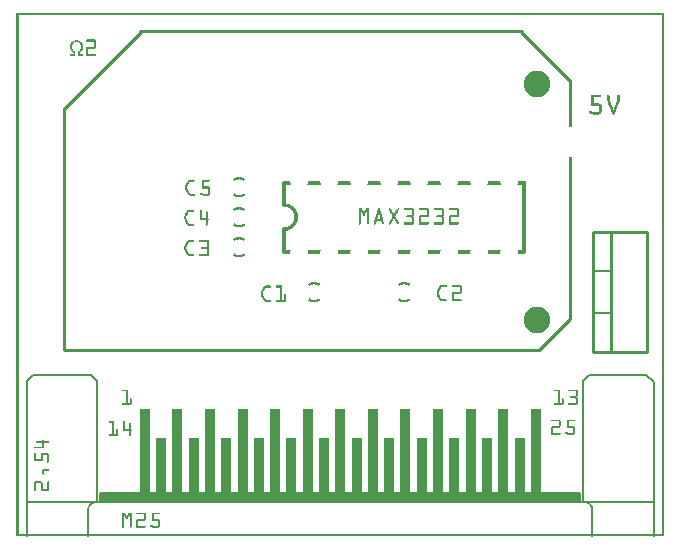
<source format=gto>
G04 MADE WITH FRITZING*
G04 WWW.FRITZING.ORG*
G04 DOUBLE SIDED*
G04 HOLES PLATED*
G04 CONTOUR ON CENTER OF CONTOUR VECTOR*
%ASAXBY*%
%FSLAX23Y23*%
%MOIN*%
%OFA0B0*%
%SFA1.0B1.0*%
%ADD10C,0.088583*%
%ADD11R,1.600000X0.030000*%
%ADD12R,0.032000X0.285000*%
%ADD13R,0.032000X0.185000*%
%ADD14C,0.010000*%
%ADD15C,0.005000*%
%ADD16C,0.012000*%
%ADD17C,0.006000*%
%ADD18R,0.001000X0.001000*%
%LNSILK1*%
G90*
G70*
G54D10*
X1735Y721D03*
X1734Y1508D03*
G54D11*
X1080Y129D03*
G54D12*
X428Y286D03*
G54D13*
X482Y236D03*
G54D12*
X537Y286D03*
G54D13*
X591Y236D03*
G54D12*
X645Y286D03*
G54D13*
X700Y236D03*
G54D12*
X754Y286D03*
G54D13*
X808Y236D03*
G54D12*
X863Y286D03*
G54D13*
X917Y236D03*
G54D12*
X971Y286D03*
G54D13*
X1026Y236D03*
G54D12*
X1080Y286D03*
G54D13*
X1134Y236D03*
G54D12*
X1189Y286D03*
G54D13*
X1243Y236D03*
G54D12*
X1297Y286D03*
G54D13*
X1352Y236D03*
G54D12*
X1406Y286D03*
G54D13*
X1460Y236D03*
G54D12*
X1515Y286D03*
G54D13*
X1569Y236D03*
G54D12*
X1623Y286D03*
G54D13*
X1678Y236D03*
G54D12*
X1732Y286D03*
G54D14*
X1923Y614D02*
X1923Y1014D01*
D02*
X1923Y1014D02*
X2103Y1014D01*
D02*
X2103Y1014D02*
X2103Y614D01*
D02*
X2103Y614D02*
X1923Y614D01*
D02*
X1923Y614D02*
X1923Y1014D01*
D02*
X1923Y1014D02*
X1983Y1014D01*
D02*
X1983Y1014D02*
X1983Y614D01*
D02*
X1983Y614D02*
X1923Y614D01*
G54D15*
D02*
X1923Y744D02*
X1983Y744D01*
D02*
X1923Y884D02*
X1983Y884D01*
G54D14*
D02*
X159Y1429D02*
X159Y621D01*
D02*
X1743Y620D02*
X159Y620D01*
D02*
X1684Y1684D02*
X413Y1684D01*
D02*
X415Y1681D02*
X162Y1429D01*
D02*
X1845Y724D02*
X1742Y621D01*
D02*
X1845Y1519D02*
X1683Y1682D01*
G54D16*
D02*
X1693Y1179D02*
X1693Y949D01*
D02*
X893Y1179D02*
X893Y1104D01*
D02*
X893Y949D02*
X893Y1024D01*
G54D17*
D02*
X2125Y114D02*
X1925Y114D01*
D02*
X2125Y114D02*
X2125Y119D01*
D02*
X35Y114D02*
X35Y119D01*
D02*
X1925Y114D02*
X1890Y114D01*
D02*
X1890Y114D02*
X1880Y114D01*
D02*
X1880Y114D02*
X1880Y144D01*
D02*
X1880Y114D02*
X280Y114D01*
D02*
X1880Y144D02*
X280Y144D01*
D02*
X280Y114D02*
X280Y144D01*
D02*
X280Y114D02*
X270Y114D01*
D02*
X270Y114D02*
X235Y114D01*
D02*
X2100Y539D02*
X2125Y514D01*
D02*
X2125Y514D02*
X2125Y119D01*
D02*
X1910Y539D02*
X2100Y539D01*
D02*
X1910Y539D02*
X1890Y519D01*
D02*
X1890Y519D02*
X1890Y114D01*
D02*
X270Y519D02*
X270Y114D01*
D02*
X270Y519D02*
X250Y539D01*
D02*
X250Y539D02*
X55Y539D01*
D02*
X55Y539D02*
X35Y519D01*
D02*
X35Y519D02*
X35Y119D01*
D02*
X235Y114D02*
X35Y114D01*
G54D18*
X0Y1744D02*
X2159Y1744D01*
X0Y1743D02*
X2159Y1743D01*
X0Y1742D02*
X2159Y1742D01*
X0Y1741D02*
X2159Y1741D01*
X0Y1740D02*
X2159Y1740D01*
X0Y1739D02*
X2159Y1739D01*
X0Y1738D02*
X2159Y1738D01*
X0Y1737D02*
X2159Y1737D01*
X0Y1736D02*
X7Y1736D01*
X2152Y1736D02*
X2159Y1736D01*
X0Y1735D02*
X7Y1735D01*
X2152Y1735D02*
X2159Y1735D01*
X0Y1734D02*
X7Y1734D01*
X2152Y1734D02*
X2159Y1734D01*
X0Y1733D02*
X7Y1733D01*
X2152Y1733D02*
X2159Y1733D01*
X0Y1732D02*
X7Y1732D01*
X2152Y1732D02*
X2159Y1732D01*
X0Y1731D02*
X7Y1731D01*
X2152Y1731D02*
X2159Y1731D01*
X0Y1730D02*
X7Y1730D01*
X2152Y1730D02*
X2159Y1730D01*
X0Y1729D02*
X7Y1729D01*
X2152Y1729D02*
X2159Y1729D01*
X0Y1728D02*
X7Y1728D01*
X2152Y1728D02*
X2159Y1728D01*
X0Y1727D02*
X7Y1727D01*
X2152Y1727D02*
X2159Y1727D01*
X0Y1726D02*
X7Y1726D01*
X2152Y1726D02*
X2159Y1726D01*
X0Y1725D02*
X7Y1725D01*
X2152Y1725D02*
X2159Y1725D01*
X0Y1724D02*
X7Y1724D01*
X2152Y1724D02*
X2159Y1724D01*
X0Y1723D02*
X7Y1723D01*
X2152Y1723D02*
X2159Y1723D01*
X0Y1722D02*
X7Y1722D01*
X2152Y1722D02*
X2159Y1722D01*
X0Y1721D02*
X7Y1721D01*
X2152Y1721D02*
X2159Y1721D01*
X0Y1720D02*
X7Y1720D01*
X2152Y1720D02*
X2159Y1720D01*
X0Y1719D02*
X7Y1719D01*
X2152Y1719D02*
X2159Y1719D01*
X0Y1718D02*
X7Y1718D01*
X2152Y1718D02*
X2159Y1718D01*
X0Y1717D02*
X7Y1717D01*
X2152Y1717D02*
X2159Y1717D01*
X0Y1716D02*
X7Y1716D01*
X2152Y1716D02*
X2159Y1716D01*
X0Y1715D02*
X7Y1715D01*
X2152Y1715D02*
X2159Y1715D01*
X0Y1714D02*
X7Y1714D01*
X2152Y1714D02*
X2159Y1714D01*
X0Y1713D02*
X7Y1713D01*
X2152Y1713D02*
X2159Y1713D01*
X0Y1712D02*
X7Y1712D01*
X2152Y1712D02*
X2159Y1712D01*
X0Y1711D02*
X7Y1711D01*
X2152Y1711D02*
X2159Y1711D01*
X0Y1710D02*
X7Y1710D01*
X2152Y1710D02*
X2159Y1710D01*
X0Y1709D02*
X7Y1709D01*
X2152Y1709D02*
X2159Y1709D01*
X0Y1708D02*
X7Y1708D01*
X2152Y1708D02*
X2159Y1708D01*
X0Y1707D02*
X7Y1707D01*
X2152Y1707D02*
X2159Y1707D01*
X0Y1706D02*
X7Y1706D01*
X2152Y1706D02*
X2159Y1706D01*
X0Y1705D02*
X7Y1705D01*
X2152Y1705D02*
X2159Y1705D01*
X0Y1704D02*
X7Y1704D01*
X2152Y1704D02*
X2159Y1704D01*
X0Y1703D02*
X7Y1703D01*
X2152Y1703D02*
X2159Y1703D01*
X0Y1702D02*
X7Y1702D01*
X2152Y1702D02*
X2159Y1702D01*
X0Y1701D02*
X7Y1701D01*
X2152Y1701D02*
X2159Y1701D01*
X0Y1700D02*
X7Y1700D01*
X2152Y1700D02*
X2159Y1700D01*
X0Y1699D02*
X7Y1699D01*
X2152Y1699D02*
X2159Y1699D01*
X0Y1698D02*
X7Y1698D01*
X2152Y1698D02*
X2159Y1698D01*
X0Y1697D02*
X7Y1697D01*
X2152Y1697D02*
X2159Y1697D01*
X0Y1696D02*
X7Y1696D01*
X2152Y1696D02*
X2159Y1696D01*
X0Y1695D02*
X7Y1695D01*
X2152Y1695D02*
X2159Y1695D01*
X0Y1694D02*
X7Y1694D01*
X2152Y1694D02*
X2159Y1694D01*
X0Y1693D02*
X7Y1693D01*
X2152Y1693D02*
X2159Y1693D01*
X0Y1692D02*
X7Y1692D01*
X2152Y1692D02*
X2159Y1692D01*
X0Y1691D02*
X7Y1691D01*
X2152Y1691D02*
X2159Y1691D01*
X0Y1690D02*
X7Y1690D01*
X2152Y1690D02*
X2159Y1690D01*
X0Y1689D02*
X7Y1689D01*
X2152Y1689D02*
X2159Y1689D01*
X0Y1688D02*
X7Y1688D01*
X2152Y1688D02*
X2159Y1688D01*
X0Y1687D02*
X7Y1687D01*
X2152Y1687D02*
X2159Y1687D01*
X0Y1686D02*
X7Y1686D01*
X2152Y1686D02*
X2159Y1686D01*
X0Y1685D02*
X7Y1685D01*
X2152Y1685D02*
X2159Y1685D01*
X0Y1684D02*
X7Y1684D01*
X2152Y1684D02*
X2159Y1684D01*
X0Y1683D02*
X7Y1683D01*
X2152Y1683D02*
X2159Y1683D01*
X0Y1682D02*
X7Y1682D01*
X2152Y1682D02*
X2159Y1682D01*
X0Y1681D02*
X7Y1681D01*
X2152Y1681D02*
X2159Y1681D01*
X0Y1680D02*
X7Y1680D01*
X2152Y1680D02*
X2159Y1680D01*
X0Y1679D02*
X7Y1679D01*
X2152Y1679D02*
X2159Y1679D01*
X0Y1678D02*
X7Y1678D01*
X2152Y1678D02*
X2159Y1678D01*
X0Y1677D02*
X7Y1677D01*
X2152Y1677D02*
X2159Y1677D01*
X0Y1676D02*
X7Y1676D01*
X2152Y1676D02*
X2159Y1676D01*
X0Y1675D02*
X7Y1675D01*
X2152Y1675D02*
X2159Y1675D01*
X0Y1674D02*
X7Y1674D01*
X2152Y1674D02*
X2159Y1674D01*
X0Y1673D02*
X7Y1673D01*
X2152Y1673D02*
X2159Y1673D01*
X0Y1672D02*
X7Y1672D01*
X2152Y1672D02*
X2159Y1672D01*
X0Y1671D02*
X7Y1671D01*
X2152Y1671D02*
X2159Y1671D01*
X0Y1670D02*
X7Y1670D01*
X2152Y1670D02*
X2159Y1670D01*
X0Y1669D02*
X7Y1669D01*
X2152Y1669D02*
X2159Y1669D01*
X0Y1668D02*
X7Y1668D01*
X2152Y1668D02*
X2159Y1668D01*
X0Y1667D02*
X7Y1667D01*
X2152Y1667D02*
X2159Y1667D01*
X0Y1666D02*
X7Y1666D01*
X2152Y1666D02*
X2159Y1666D01*
X0Y1665D02*
X7Y1665D01*
X2152Y1665D02*
X2159Y1665D01*
X0Y1664D02*
X7Y1664D01*
X2152Y1664D02*
X2159Y1664D01*
X0Y1663D02*
X7Y1663D01*
X2152Y1663D02*
X2159Y1663D01*
X0Y1662D02*
X7Y1662D01*
X2152Y1662D02*
X2159Y1662D01*
X0Y1661D02*
X7Y1661D01*
X2152Y1661D02*
X2159Y1661D01*
X0Y1660D02*
X7Y1660D01*
X2152Y1660D02*
X2159Y1660D01*
X0Y1659D02*
X7Y1659D01*
X2152Y1659D02*
X2159Y1659D01*
X0Y1658D02*
X7Y1658D01*
X2152Y1658D02*
X2159Y1658D01*
X0Y1657D02*
X7Y1657D01*
X2152Y1657D02*
X2159Y1657D01*
X0Y1656D02*
X7Y1656D01*
X236Y1656D02*
X260Y1656D01*
X2152Y1656D02*
X2159Y1656D01*
X0Y1655D02*
X7Y1655D01*
X234Y1655D02*
X263Y1655D01*
X2152Y1655D02*
X2159Y1655D01*
X0Y1654D02*
X7Y1654D01*
X233Y1654D02*
X264Y1654D01*
X2152Y1654D02*
X2159Y1654D01*
X0Y1653D02*
X7Y1653D01*
X196Y1653D02*
X205Y1653D01*
X233Y1653D02*
X265Y1653D01*
X2152Y1653D02*
X2159Y1653D01*
X0Y1652D02*
X7Y1652D01*
X192Y1652D02*
X208Y1652D01*
X233Y1652D02*
X266Y1652D01*
X2152Y1652D02*
X2159Y1652D01*
X0Y1651D02*
X7Y1651D01*
X190Y1651D02*
X211Y1651D01*
X233Y1651D02*
X266Y1651D01*
X2152Y1651D02*
X2159Y1651D01*
X0Y1650D02*
X7Y1650D01*
X188Y1650D02*
X213Y1650D01*
X234Y1650D02*
X266Y1650D01*
X2152Y1650D02*
X2159Y1650D01*
X0Y1649D02*
X7Y1649D01*
X187Y1649D02*
X214Y1649D01*
X260Y1649D02*
X266Y1649D01*
X2152Y1649D02*
X2159Y1649D01*
X0Y1648D02*
X7Y1648D01*
X185Y1648D02*
X215Y1648D01*
X260Y1648D02*
X266Y1648D01*
X2152Y1648D02*
X2159Y1648D01*
X0Y1647D02*
X7Y1647D01*
X184Y1647D02*
X195Y1647D01*
X205Y1647D02*
X216Y1647D01*
X260Y1647D02*
X266Y1647D01*
X2152Y1647D02*
X2159Y1647D01*
X0Y1646D02*
X7Y1646D01*
X184Y1646D02*
X192Y1646D01*
X208Y1646D02*
X217Y1646D01*
X260Y1646D02*
X266Y1646D01*
X2152Y1646D02*
X2159Y1646D01*
X0Y1645D02*
X7Y1645D01*
X183Y1645D02*
X191Y1645D01*
X210Y1645D02*
X218Y1645D01*
X260Y1645D02*
X266Y1645D01*
X2152Y1645D02*
X2159Y1645D01*
X0Y1644D02*
X7Y1644D01*
X182Y1644D02*
X190Y1644D01*
X211Y1644D02*
X218Y1644D01*
X260Y1644D02*
X266Y1644D01*
X2152Y1644D02*
X2159Y1644D01*
X0Y1643D02*
X7Y1643D01*
X182Y1643D02*
X189Y1643D01*
X212Y1643D02*
X219Y1643D01*
X260Y1643D02*
X266Y1643D01*
X2152Y1643D02*
X2159Y1643D01*
X0Y1642D02*
X7Y1642D01*
X181Y1642D02*
X188Y1642D01*
X213Y1642D02*
X219Y1642D01*
X260Y1642D02*
X266Y1642D01*
X2152Y1642D02*
X2159Y1642D01*
X0Y1641D02*
X7Y1641D01*
X181Y1641D02*
X187Y1641D01*
X213Y1641D02*
X220Y1641D01*
X260Y1641D02*
X266Y1641D01*
X2152Y1641D02*
X2159Y1641D01*
X0Y1640D02*
X7Y1640D01*
X180Y1640D02*
X187Y1640D01*
X214Y1640D02*
X220Y1640D01*
X260Y1640D02*
X266Y1640D01*
X2152Y1640D02*
X2159Y1640D01*
X0Y1639D02*
X7Y1639D01*
X180Y1639D02*
X186Y1639D01*
X214Y1639D02*
X220Y1639D01*
X260Y1639D02*
X266Y1639D01*
X2152Y1639D02*
X2159Y1639D01*
X0Y1638D02*
X7Y1638D01*
X180Y1638D02*
X186Y1638D01*
X215Y1638D02*
X221Y1638D01*
X260Y1638D02*
X266Y1638D01*
X2152Y1638D02*
X2159Y1638D01*
X0Y1637D02*
X7Y1637D01*
X179Y1637D02*
X186Y1637D01*
X215Y1637D02*
X221Y1637D01*
X260Y1637D02*
X266Y1637D01*
X2152Y1637D02*
X2159Y1637D01*
X0Y1636D02*
X7Y1636D01*
X179Y1636D02*
X185Y1636D01*
X215Y1636D02*
X221Y1636D01*
X260Y1636D02*
X266Y1636D01*
X2152Y1636D02*
X2159Y1636D01*
X0Y1635D02*
X7Y1635D01*
X179Y1635D02*
X185Y1635D01*
X215Y1635D02*
X221Y1635D01*
X260Y1635D02*
X266Y1635D01*
X2152Y1635D02*
X2159Y1635D01*
X0Y1634D02*
X7Y1634D01*
X179Y1634D02*
X185Y1634D01*
X215Y1634D02*
X221Y1634D01*
X260Y1634D02*
X266Y1634D01*
X2152Y1634D02*
X2159Y1634D01*
X0Y1633D02*
X7Y1633D01*
X179Y1633D02*
X185Y1633D01*
X215Y1633D02*
X221Y1633D01*
X260Y1633D02*
X266Y1633D01*
X2152Y1633D02*
X2159Y1633D01*
X0Y1632D02*
X7Y1632D01*
X179Y1632D02*
X185Y1632D01*
X215Y1632D02*
X221Y1632D01*
X237Y1632D02*
X266Y1632D01*
X2152Y1632D02*
X2159Y1632D01*
X0Y1631D02*
X7Y1631D01*
X179Y1631D02*
X185Y1631D01*
X215Y1631D02*
X221Y1631D01*
X236Y1631D02*
X266Y1631D01*
X2152Y1631D02*
X2159Y1631D01*
X0Y1630D02*
X7Y1630D01*
X179Y1630D02*
X185Y1630D01*
X215Y1630D02*
X221Y1630D01*
X234Y1630D02*
X266Y1630D01*
X2152Y1630D02*
X2159Y1630D01*
X0Y1629D02*
X7Y1629D01*
X179Y1629D02*
X185Y1629D01*
X215Y1629D02*
X221Y1629D01*
X234Y1629D02*
X265Y1629D01*
X2152Y1629D02*
X2159Y1629D01*
X0Y1628D02*
X7Y1628D01*
X179Y1628D02*
X185Y1628D01*
X215Y1628D02*
X221Y1628D01*
X233Y1628D02*
X265Y1628D01*
X2152Y1628D02*
X2159Y1628D01*
X0Y1627D02*
X7Y1627D01*
X180Y1627D02*
X185Y1627D01*
X215Y1627D02*
X221Y1627D01*
X233Y1627D02*
X264Y1627D01*
X2152Y1627D02*
X2159Y1627D01*
X0Y1626D02*
X7Y1626D01*
X180Y1626D02*
X186Y1626D01*
X215Y1626D02*
X221Y1626D01*
X233Y1626D02*
X262Y1626D01*
X2152Y1626D02*
X2159Y1626D01*
X0Y1625D02*
X7Y1625D01*
X180Y1625D02*
X186Y1625D01*
X214Y1625D02*
X220Y1625D01*
X233Y1625D02*
X239Y1625D01*
X2152Y1625D02*
X2159Y1625D01*
X0Y1624D02*
X7Y1624D01*
X180Y1624D02*
X187Y1624D01*
X214Y1624D02*
X220Y1624D01*
X233Y1624D02*
X239Y1624D01*
X2152Y1624D02*
X2159Y1624D01*
X0Y1623D02*
X7Y1623D01*
X181Y1623D02*
X187Y1623D01*
X213Y1623D02*
X220Y1623D01*
X233Y1623D02*
X239Y1623D01*
X2152Y1623D02*
X2159Y1623D01*
X0Y1622D02*
X7Y1622D01*
X181Y1622D02*
X188Y1622D01*
X213Y1622D02*
X219Y1622D01*
X233Y1622D02*
X239Y1622D01*
X2152Y1622D02*
X2159Y1622D01*
X0Y1621D02*
X7Y1621D01*
X182Y1621D02*
X188Y1621D01*
X212Y1621D02*
X219Y1621D01*
X233Y1621D02*
X239Y1621D01*
X2152Y1621D02*
X2159Y1621D01*
X0Y1620D02*
X7Y1620D01*
X183Y1620D02*
X189Y1620D01*
X211Y1620D02*
X218Y1620D01*
X233Y1620D02*
X239Y1620D01*
X2152Y1620D02*
X2159Y1620D01*
X0Y1619D02*
X7Y1619D01*
X183Y1619D02*
X190Y1619D01*
X210Y1619D02*
X217Y1619D01*
X233Y1619D02*
X239Y1619D01*
X2152Y1619D02*
X2159Y1619D01*
X0Y1618D02*
X7Y1618D01*
X184Y1618D02*
X191Y1618D01*
X209Y1618D02*
X217Y1618D01*
X233Y1618D02*
X239Y1618D01*
X2152Y1618D02*
X2159Y1618D01*
X0Y1617D02*
X7Y1617D01*
X185Y1617D02*
X193Y1617D01*
X208Y1617D02*
X216Y1617D01*
X233Y1617D02*
X239Y1617D01*
X2152Y1617D02*
X2159Y1617D01*
X0Y1616D02*
X7Y1616D01*
X186Y1616D02*
X194Y1616D01*
X206Y1616D02*
X215Y1616D01*
X233Y1616D02*
X239Y1616D01*
X2152Y1616D02*
X2159Y1616D01*
X0Y1615D02*
X7Y1615D01*
X187Y1615D02*
X196Y1615D01*
X205Y1615D02*
X214Y1615D01*
X233Y1615D02*
X239Y1615D01*
X2152Y1615D02*
X2159Y1615D01*
X0Y1614D02*
X7Y1614D01*
X188Y1614D02*
X196Y1614D01*
X205Y1614D02*
X212Y1614D01*
X233Y1614D02*
X239Y1614D01*
X2152Y1614D02*
X2159Y1614D01*
X0Y1613D02*
X7Y1613D01*
X190Y1613D02*
X196Y1613D01*
X205Y1613D02*
X211Y1613D01*
X233Y1613D02*
X239Y1613D01*
X2152Y1613D02*
X2159Y1613D01*
X0Y1612D02*
X7Y1612D01*
X191Y1612D02*
X196Y1612D01*
X205Y1612D02*
X210Y1612D01*
X233Y1612D02*
X239Y1612D01*
X2152Y1612D02*
X2159Y1612D01*
X0Y1611D02*
X7Y1611D01*
X191Y1611D02*
X196Y1611D01*
X205Y1611D02*
X210Y1611D01*
X233Y1611D02*
X239Y1611D01*
X2152Y1611D02*
X2159Y1611D01*
X0Y1610D02*
X7Y1610D01*
X191Y1610D02*
X196Y1610D01*
X205Y1610D02*
X210Y1610D01*
X233Y1610D02*
X239Y1610D01*
X2152Y1610D02*
X2159Y1610D01*
X0Y1609D02*
X7Y1609D01*
X191Y1609D02*
X196Y1609D01*
X205Y1609D02*
X210Y1609D01*
X233Y1609D02*
X239Y1609D01*
X2152Y1609D02*
X2159Y1609D01*
X0Y1608D02*
X7Y1608D01*
X191Y1608D02*
X196Y1608D01*
X205Y1608D02*
X210Y1608D01*
X233Y1608D02*
X265Y1608D01*
X2152Y1608D02*
X2159Y1608D01*
X0Y1607D02*
X7Y1607D01*
X178Y1607D02*
X196Y1607D01*
X205Y1607D02*
X223Y1607D01*
X233Y1607D02*
X266Y1607D01*
X2152Y1607D02*
X2159Y1607D01*
X0Y1606D02*
X7Y1606D01*
X178Y1606D02*
X196Y1606D01*
X205Y1606D02*
X223Y1606D01*
X233Y1606D02*
X266Y1606D01*
X2152Y1606D02*
X2159Y1606D01*
X0Y1605D02*
X7Y1605D01*
X178Y1605D02*
X196Y1605D01*
X205Y1605D02*
X223Y1605D01*
X233Y1605D02*
X266Y1605D01*
X2152Y1605D02*
X2159Y1605D01*
X0Y1604D02*
X7Y1604D01*
X178Y1604D02*
X196Y1604D01*
X205Y1604D02*
X223Y1604D01*
X233Y1604D02*
X266Y1604D01*
X2152Y1604D02*
X2159Y1604D01*
X0Y1603D02*
X7Y1603D01*
X178Y1603D02*
X196Y1603D01*
X205Y1603D02*
X223Y1603D01*
X233Y1603D02*
X265Y1603D01*
X2152Y1603D02*
X2159Y1603D01*
X0Y1602D02*
X7Y1602D01*
X178Y1602D02*
X195Y1602D01*
X205Y1602D02*
X223Y1602D01*
X233Y1602D02*
X263Y1602D01*
X2152Y1602D02*
X2159Y1602D01*
X0Y1601D02*
X7Y1601D01*
X2152Y1601D02*
X2159Y1601D01*
X0Y1600D02*
X7Y1600D01*
X2152Y1600D02*
X2159Y1600D01*
X0Y1599D02*
X7Y1599D01*
X2152Y1599D02*
X2159Y1599D01*
X0Y1598D02*
X7Y1598D01*
X2152Y1598D02*
X2159Y1598D01*
X0Y1597D02*
X7Y1597D01*
X2152Y1597D02*
X2159Y1597D01*
X0Y1596D02*
X7Y1596D01*
X2152Y1596D02*
X2159Y1596D01*
X0Y1595D02*
X7Y1595D01*
X2152Y1595D02*
X2159Y1595D01*
X0Y1594D02*
X7Y1594D01*
X2152Y1594D02*
X2159Y1594D01*
X0Y1593D02*
X7Y1593D01*
X2152Y1593D02*
X2159Y1593D01*
X0Y1592D02*
X7Y1592D01*
X2152Y1592D02*
X2159Y1592D01*
X0Y1591D02*
X7Y1591D01*
X2152Y1591D02*
X2159Y1591D01*
X0Y1590D02*
X7Y1590D01*
X2152Y1590D02*
X2159Y1590D01*
X0Y1589D02*
X7Y1589D01*
X2152Y1589D02*
X2159Y1589D01*
X0Y1588D02*
X7Y1588D01*
X2152Y1588D02*
X2159Y1588D01*
X0Y1587D02*
X7Y1587D01*
X2152Y1587D02*
X2159Y1587D01*
X0Y1586D02*
X7Y1586D01*
X2152Y1586D02*
X2159Y1586D01*
X0Y1585D02*
X7Y1585D01*
X2152Y1585D02*
X2159Y1585D01*
X0Y1584D02*
X7Y1584D01*
X2152Y1584D02*
X2159Y1584D01*
X0Y1583D02*
X7Y1583D01*
X2152Y1583D02*
X2159Y1583D01*
X0Y1582D02*
X7Y1582D01*
X2152Y1582D02*
X2159Y1582D01*
X0Y1581D02*
X7Y1581D01*
X2152Y1581D02*
X2159Y1581D01*
X0Y1580D02*
X7Y1580D01*
X2152Y1580D02*
X2159Y1580D01*
X0Y1579D02*
X7Y1579D01*
X2152Y1579D02*
X2159Y1579D01*
X0Y1578D02*
X7Y1578D01*
X2152Y1578D02*
X2159Y1578D01*
X0Y1577D02*
X7Y1577D01*
X2152Y1577D02*
X2159Y1577D01*
X0Y1576D02*
X7Y1576D01*
X2152Y1576D02*
X2159Y1576D01*
X0Y1575D02*
X7Y1575D01*
X2152Y1575D02*
X2159Y1575D01*
X0Y1574D02*
X7Y1574D01*
X2152Y1574D02*
X2159Y1574D01*
X0Y1573D02*
X7Y1573D01*
X2152Y1573D02*
X2159Y1573D01*
X0Y1572D02*
X7Y1572D01*
X2152Y1572D02*
X2159Y1572D01*
X0Y1571D02*
X7Y1571D01*
X2152Y1571D02*
X2159Y1571D01*
X0Y1570D02*
X7Y1570D01*
X2152Y1570D02*
X2159Y1570D01*
X0Y1569D02*
X7Y1569D01*
X2152Y1569D02*
X2159Y1569D01*
X0Y1568D02*
X7Y1568D01*
X2152Y1568D02*
X2159Y1568D01*
X0Y1567D02*
X7Y1567D01*
X2152Y1567D02*
X2159Y1567D01*
X0Y1566D02*
X7Y1566D01*
X2152Y1566D02*
X2159Y1566D01*
X0Y1565D02*
X7Y1565D01*
X2152Y1565D02*
X2159Y1565D01*
X0Y1564D02*
X7Y1564D01*
X2152Y1564D02*
X2159Y1564D01*
X0Y1563D02*
X7Y1563D01*
X2152Y1563D02*
X2159Y1563D01*
X0Y1562D02*
X7Y1562D01*
X2152Y1562D02*
X2159Y1562D01*
X0Y1561D02*
X7Y1561D01*
X2152Y1561D02*
X2159Y1561D01*
X0Y1560D02*
X7Y1560D01*
X2152Y1560D02*
X2159Y1560D01*
X0Y1559D02*
X7Y1559D01*
X2152Y1559D02*
X2159Y1559D01*
X0Y1558D02*
X7Y1558D01*
X2152Y1558D02*
X2159Y1558D01*
X0Y1557D02*
X7Y1557D01*
X2152Y1557D02*
X2159Y1557D01*
X0Y1556D02*
X7Y1556D01*
X2152Y1556D02*
X2159Y1556D01*
X0Y1555D02*
X7Y1555D01*
X2152Y1555D02*
X2159Y1555D01*
X0Y1554D02*
X7Y1554D01*
X2152Y1554D02*
X2159Y1554D01*
X0Y1553D02*
X7Y1553D01*
X2152Y1553D02*
X2159Y1553D01*
X0Y1552D02*
X7Y1552D01*
X2152Y1552D02*
X2159Y1552D01*
X0Y1551D02*
X7Y1551D01*
X2152Y1551D02*
X2159Y1551D01*
X0Y1550D02*
X7Y1550D01*
X2152Y1550D02*
X2159Y1550D01*
X0Y1549D02*
X7Y1549D01*
X2152Y1549D02*
X2159Y1549D01*
X0Y1548D02*
X7Y1548D01*
X2152Y1548D02*
X2159Y1548D01*
X0Y1547D02*
X7Y1547D01*
X2152Y1547D02*
X2159Y1547D01*
X0Y1546D02*
X7Y1546D01*
X2152Y1546D02*
X2159Y1546D01*
X0Y1545D02*
X7Y1545D01*
X2152Y1545D02*
X2159Y1545D01*
X0Y1544D02*
X7Y1544D01*
X2152Y1544D02*
X2159Y1544D01*
X0Y1543D02*
X7Y1543D01*
X2152Y1543D02*
X2159Y1543D01*
X0Y1542D02*
X7Y1542D01*
X2152Y1542D02*
X2159Y1542D01*
X0Y1541D02*
X7Y1541D01*
X2152Y1541D02*
X2159Y1541D01*
X0Y1540D02*
X7Y1540D01*
X2152Y1540D02*
X2159Y1540D01*
X0Y1539D02*
X7Y1539D01*
X2152Y1539D02*
X2159Y1539D01*
X0Y1538D02*
X7Y1538D01*
X2152Y1538D02*
X2159Y1538D01*
X0Y1537D02*
X7Y1537D01*
X2152Y1537D02*
X2159Y1537D01*
X0Y1536D02*
X7Y1536D01*
X2152Y1536D02*
X2159Y1536D01*
X0Y1535D02*
X7Y1535D01*
X2152Y1535D02*
X2159Y1535D01*
X0Y1534D02*
X7Y1534D01*
X2152Y1534D02*
X2159Y1534D01*
X0Y1533D02*
X7Y1533D01*
X2152Y1533D02*
X2159Y1533D01*
X0Y1532D02*
X7Y1532D01*
X2152Y1532D02*
X2159Y1532D01*
X0Y1531D02*
X7Y1531D01*
X2152Y1531D02*
X2159Y1531D01*
X0Y1530D02*
X7Y1530D01*
X2152Y1530D02*
X2159Y1530D01*
X0Y1529D02*
X7Y1529D01*
X2152Y1529D02*
X2159Y1529D01*
X0Y1528D02*
X7Y1528D01*
X2152Y1528D02*
X2159Y1528D01*
X0Y1527D02*
X7Y1527D01*
X2152Y1527D02*
X2159Y1527D01*
X0Y1526D02*
X7Y1526D01*
X2152Y1526D02*
X2159Y1526D01*
X0Y1525D02*
X7Y1525D01*
X2152Y1525D02*
X2159Y1525D01*
X0Y1524D02*
X7Y1524D01*
X2152Y1524D02*
X2159Y1524D01*
X0Y1523D02*
X7Y1523D01*
X2152Y1523D02*
X2159Y1523D01*
X0Y1522D02*
X7Y1522D01*
X2152Y1522D02*
X2159Y1522D01*
X0Y1521D02*
X7Y1521D01*
X2152Y1521D02*
X2159Y1521D01*
X0Y1520D02*
X7Y1520D01*
X1843Y1520D02*
X1851Y1520D01*
X2152Y1520D02*
X2159Y1520D01*
X0Y1519D02*
X7Y1519D01*
X1843Y1519D02*
X1852Y1519D01*
X2152Y1519D02*
X2159Y1519D01*
X0Y1518D02*
X7Y1518D01*
X1843Y1518D02*
X1852Y1518D01*
X2152Y1518D02*
X2159Y1518D01*
X0Y1517D02*
X7Y1517D01*
X1843Y1517D02*
X1852Y1517D01*
X2152Y1517D02*
X2159Y1517D01*
X0Y1516D02*
X7Y1516D01*
X1843Y1516D02*
X1852Y1516D01*
X2152Y1516D02*
X2159Y1516D01*
X0Y1515D02*
X7Y1515D01*
X1843Y1515D02*
X1852Y1515D01*
X2152Y1515D02*
X2159Y1515D01*
X0Y1514D02*
X7Y1514D01*
X1843Y1514D02*
X1852Y1514D01*
X2152Y1514D02*
X2159Y1514D01*
X0Y1513D02*
X7Y1513D01*
X1843Y1513D02*
X1852Y1513D01*
X2152Y1513D02*
X2159Y1513D01*
X0Y1512D02*
X7Y1512D01*
X1843Y1512D02*
X1852Y1512D01*
X2152Y1512D02*
X2159Y1512D01*
X0Y1511D02*
X7Y1511D01*
X1843Y1511D02*
X1852Y1511D01*
X2152Y1511D02*
X2159Y1511D01*
X0Y1510D02*
X7Y1510D01*
X1843Y1510D02*
X1852Y1510D01*
X2152Y1510D02*
X2159Y1510D01*
X0Y1509D02*
X7Y1509D01*
X1843Y1509D02*
X1852Y1509D01*
X2152Y1509D02*
X2159Y1509D01*
X0Y1508D02*
X7Y1508D01*
X1843Y1508D02*
X1852Y1508D01*
X2152Y1508D02*
X2159Y1508D01*
X0Y1507D02*
X7Y1507D01*
X1843Y1507D02*
X1852Y1507D01*
X2152Y1507D02*
X2159Y1507D01*
X0Y1506D02*
X7Y1506D01*
X1843Y1506D02*
X1852Y1506D01*
X2152Y1506D02*
X2159Y1506D01*
X0Y1505D02*
X7Y1505D01*
X1843Y1505D02*
X1852Y1505D01*
X2152Y1505D02*
X2159Y1505D01*
X0Y1504D02*
X7Y1504D01*
X1843Y1504D02*
X1852Y1504D01*
X2152Y1504D02*
X2159Y1504D01*
X0Y1503D02*
X7Y1503D01*
X1843Y1503D02*
X1852Y1503D01*
X2152Y1503D02*
X2159Y1503D01*
X0Y1502D02*
X7Y1502D01*
X1843Y1502D02*
X1852Y1502D01*
X2152Y1502D02*
X2159Y1502D01*
X0Y1501D02*
X7Y1501D01*
X1843Y1501D02*
X1852Y1501D01*
X2152Y1501D02*
X2159Y1501D01*
X0Y1500D02*
X7Y1500D01*
X1843Y1500D02*
X1852Y1500D01*
X2152Y1500D02*
X2159Y1500D01*
X0Y1499D02*
X7Y1499D01*
X1843Y1499D02*
X1852Y1499D01*
X2152Y1499D02*
X2159Y1499D01*
X0Y1498D02*
X7Y1498D01*
X1843Y1498D02*
X1852Y1498D01*
X2152Y1498D02*
X2159Y1498D01*
X0Y1497D02*
X7Y1497D01*
X1843Y1497D02*
X1852Y1497D01*
X2152Y1497D02*
X2159Y1497D01*
X0Y1496D02*
X7Y1496D01*
X1843Y1496D02*
X1852Y1496D01*
X2152Y1496D02*
X2159Y1496D01*
X0Y1495D02*
X7Y1495D01*
X1843Y1495D02*
X1852Y1495D01*
X2152Y1495D02*
X2159Y1495D01*
X0Y1494D02*
X7Y1494D01*
X1843Y1494D02*
X1852Y1494D01*
X2152Y1494D02*
X2159Y1494D01*
X0Y1493D02*
X7Y1493D01*
X1843Y1493D02*
X1852Y1493D01*
X2152Y1493D02*
X2159Y1493D01*
X0Y1492D02*
X7Y1492D01*
X1843Y1492D02*
X1852Y1492D01*
X2152Y1492D02*
X2159Y1492D01*
X0Y1491D02*
X7Y1491D01*
X1843Y1491D02*
X1852Y1491D01*
X2152Y1491D02*
X2159Y1491D01*
X0Y1490D02*
X7Y1490D01*
X1843Y1490D02*
X1852Y1490D01*
X2152Y1490D02*
X2159Y1490D01*
X0Y1489D02*
X7Y1489D01*
X1843Y1489D02*
X1852Y1489D01*
X2152Y1489D02*
X2159Y1489D01*
X0Y1488D02*
X7Y1488D01*
X1843Y1488D02*
X1852Y1488D01*
X2152Y1488D02*
X2159Y1488D01*
X0Y1487D02*
X7Y1487D01*
X1843Y1487D02*
X1852Y1487D01*
X2152Y1487D02*
X2159Y1487D01*
X0Y1486D02*
X7Y1486D01*
X1843Y1486D02*
X1852Y1486D01*
X2152Y1486D02*
X2159Y1486D01*
X0Y1485D02*
X7Y1485D01*
X1843Y1485D02*
X1852Y1485D01*
X2152Y1485D02*
X2159Y1485D01*
X0Y1484D02*
X7Y1484D01*
X1843Y1484D02*
X1852Y1484D01*
X2152Y1484D02*
X2159Y1484D01*
X0Y1483D02*
X7Y1483D01*
X1843Y1483D02*
X1852Y1483D01*
X2152Y1483D02*
X2159Y1483D01*
X0Y1482D02*
X7Y1482D01*
X1843Y1482D02*
X1852Y1482D01*
X2152Y1482D02*
X2159Y1482D01*
X0Y1481D02*
X7Y1481D01*
X1843Y1481D02*
X1852Y1481D01*
X2152Y1481D02*
X2159Y1481D01*
X0Y1480D02*
X7Y1480D01*
X1843Y1480D02*
X1852Y1480D01*
X2152Y1480D02*
X2159Y1480D01*
X0Y1479D02*
X7Y1479D01*
X1843Y1479D02*
X1852Y1479D01*
X2152Y1479D02*
X2159Y1479D01*
X0Y1478D02*
X7Y1478D01*
X1843Y1478D02*
X1852Y1478D01*
X2152Y1478D02*
X2159Y1478D01*
X0Y1477D02*
X7Y1477D01*
X1843Y1477D02*
X1852Y1477D01*
X2152Y1477D02*
X2159Y1477D01*
X0Y1476D02*
X7Y1476D01*
X1843Y1476D02*
X1852Y1476D01*
X2152Y1476D02*
X2159Y1476D01*
X0Y1475D02*
X7Y1475D01*
X1843Y1475D02*
X1852Y1475D01*
X2152Y1475D02*
X2159Y1475D01*
X0Y1474D02*
X7Y1474D01*
X1843Y1474D02*
X1852Y1474D01*
X2152Y1474D02*
X2159Y1474D01*
X0Y1473D02*
X7Y1473D01*
X1843Y1473D02*
X1852Y1473D01*
X2152Y1473D02*
X2159Y1473D01*
X0Y1472D02*
X7Y1472D01*
X1843Y1472D02*
X1852Y1472D01*
X1917Y1472D02*
X1947Y1472D01*
X1972Y1472D02*
X1974Y1472D01*
X2006Y1472D02*
X2008Y1472D01*
X2152Y1472D02*
X2159Y1472D01*
X0Y1471D02*
X7Y1471D01*
X1843Y1471D02*
X1852Y1471D01*
X1917Y1471D02*
X1948Y1471D01*
X1971Y1471D02*
X1976Y1471D01*
X2005Y1471D02*
X2009Y1471D01*
X2152Y1471D02*
X2159Y1471D01*
X0Y1470D02*
X7Y1470D01*
X1843Y1470D02*
X1852Y1470D01*
X1917Y1470D02*
X1949Y1470D01*
X1970Y1470D02*
X1976Y1470D01*
X2004Y1470D02*
X2010Y1470D01*
X2152Y1470D02*
X2159Y1470D01*
X0Y1469D02*
X7Y1469D01*
X1843Y1469D02*
X1852Y1469D01*
X1917Y1469D02*
X1949Y1469D01*
X1970Y1469D02*
X1977Y1469D01*
X2003Y1469D02*
X2011Y1469D01*
X2152Y1469D02*
X2159Y1469D01*
X0Y1468D02*
X7Y1468D01*
X1843Y1468D02*
X1852Y1468D01*
X1917Y1468D02*
X1950Y1468D01*
X1970Y1468D02*
X1977Y1468D01*
X2003Y1468D02*
X2011Y1468D01*
X2152Y1468D02*
X2159Y1468D01*
X0Y1467D02*
X7Y1467D01*
X1843Y1467D02*
X1852Y1467D01*
X1917Y1467D02*
X1949Y1467D01*
X1969Y1467D02*
X1977Y1467D01*
X2003Y1467D02*
X2011Y1467D01*
X2152Y1467D02*
X2159Y1467D01*
X0Y1466D02*
X7Y1466D01*
X1843Y1466D02*
X1852Y1466D01*
X1917Y1466D02*
X1949Y1466D01*
X1969Y1466D02*
X1977Y1466D01*
X2003Y1466D02*
X2011Y1466D01*
X2152Y1466D02*
X2159Y1466D01*
X0Y1465D02*
X7Y1465D01*
X1843Y1465D02*
X1852Y1465D01*
X1917Y1465D02*
X1948Y1465D01*
X1969Y1465D02*
X1977Y1465D01*
X2003Y1465D02*
X2011Y1465D01*
X2152Y1465D02*
X2159Y1465D01*
X0Y1464D02*
X7Y1464D01*
X1843Y1464D02*
X1852Y1464D01*
X1917Y1464D02*
X1947Y1464D01*
X1969Y1464D02*
X1977Y1464D01*
X2003Y1464D02*
X2011Y1464D01*
X2152Y1464D02*
X2159Y1464D01*
X0Y1463D02*
X7Y1463D01*
X1843Y1463D02*
X1852Y1463D01*
X1917Y1463D02*
X1924Y1463D01*
X1969Y1463D02*
X1977Y1463D01*
X2003Y1463D02*
X2011Y1463D01*
X2152Y1463D02*
X2159Y1463D01*
X0Y1462D02*
X7Y1462D01*
X1843Y1462D02*
X1852Y1462D01*
X1917Y1462D02*
X1924Y1462D01*
X1969Y1462D02*
X1977Y1462D01*
X2003Y1462D02*
X2011Y1462D01*
X2152Y1462D02*
X2159Y1462D01*
X0Y1461D02*
X7Y1461D01*
X1843Y1461D02*
X1852Y1461D01*
X1917Y1461D02*
X1924Y1461D01*
X1969Y1461D02*
X1977Y1461D01*
X2003Y1461D02*
X2011Y1461D01*
X2152Y1461D02*
X2159Y1461D01*
X0Y1460D02*
X7Y1460D01*
X1843Y1460D02*
X1852Y1460D01*
X1917Y1460D02*
X1924Y1460D01*
X1969Y1460D02*
X1977Y1460D01*
X2003Y1460D02*
X2011Y1460D01*
X2152Y1460D02*
X2159Y1460D01*
X0Y1459D02*
X7Y1459D01*
X1843Y1459D02*
X1852Y1459D01*
X1917Y1459D02*
X1924Y1459D01*
X1969Y1459D02*
X1977Y1459D01*
X2003Y1459D02*
X2011Y1459D01*
X2152Y1459D02*
X2159Y1459D01*
X0Y1458D02*
X7Y1458D01*
X1843Y1458D02*
X1852Y1458D01*
X1917Y1458D02*
X1924Y1458D01*
X1969Y1458D02*
X1977Y1458D01*
X2003Y1458D02*
X2011Y1458D01*
X2152Y1458D02*
X2159Y1458D01*
X0Y1457D02*
X7Y1457D01*
X1843Y1457D02*
X1852Y1457D01*
X1917Y1457D02*
X1924Y1457D01*
X1969Y1457D02*
X1977Y1457D01*
X2003Y1457D02*
X2011Y1457D01*
X2152Y1457D02*
X2159Y1457D01*
X0Y1456D02*
X7Y1456D01*
X1843Y1456D02*
X1852Y1456D01*
X1917Y1456D02*
X1924Y1456D01*
X1969Y1456D02*
X1977Y1456D01*
X2003Y1456D02*
X2011Y1456D01*
X2152Y1456D02*
X2159Y1456D01*
X0Y1455D02*
X7Y1455D01*
X1843Y1455D02*
X1852Y1455D01*
X1917Y1455D02*
X1924Y1455D01*
X1969Y1455D02*
X1977Y1455D01*
X2003Y1455D02*
X2011Y1455D01*
X2152Y1455D02*
X2159Y1455D01*
X0Y1454D02*
X7Y1454D01*
X1843Y1454D02*
X1852Y1454D01*
X1917Y1454D02*
X1924Y1454D01*
X1969Y1454D02*
X1977Y1454D01*
X2003Y1454D02*
X2011Y1454D01*
X2152Y1454D02*
X2159Y1454D01*
X0Y1453D02*
X7Y1453D01*
X1843Y1453D02*
X1852Y1453D01*
X1917Y1453D02*
X1924Y1453D01*
X1969Y1453D02*
X1978Y1453D01*
X2003Y1453D02*
X2011Y1453D01*
X2152Y1453D02*
X2159Y1453D01*
X0Y1452D02*
X7Y1452D01*
X1843Y1452D02*
X1852Y1452D01*
X1917Y1452D02*
X1924Y1452D01*
X1970Y1452D02*
X1978Y1452D01*
X2002Y1452D02*
X2011Y1452D01*
X2152Y1452D02*
X2159Y1452D01*
X0Y1451D02*
X7Y1451D01*
X1843Y1451D02*
X1852Y1451D01*
X1917Y1451D02*
X1924Y1451D01*
X1970Y1451D02*
X1978Y1451D01*
X2002Y1451D02*
X2010Y1451D01*
X2152Y1451D02*
X2159Y1451D01*
X0Y1450D02*
X7Y1450D01*
X1843Y1450D02*
X1852Y1450D01*
X1917Y1450D02*
X1924Y1450D01*
X1971Y1450D02*
X1979Y1450D01*
X2002Y1450D02*
X2010Y1450D01*
X2152Y1450D02*
X2159Y1450D01*
X0Y1449D02*
X7Y1449D01*
X1843Y1449D02*
X1852Y1449D01*
X1917Y1449D02*
X1924Y1449D01*
X1971Y1449D02*
X1979Y1449D01*
X2001Y1449D02*
X2009Y1449D01*
X2152Y1449D02*
X2159Y1449D01*
X0Y1448D02*
X7Y1448D01*
X1843Y1448D02*
X1852Y1448D01*
X1917Y1448D02*
X1924Y1448D01*
X1971Y1448D02*
X1980Y1448D01*
X2001Y1448D02*
X2009Y1448D01*
X2152Y1448D02*
X2159Y1448D01*
X0Y1447D02*
X7Y1447D01*
X1843Y1447D02*
X1852Y1447D01*
X1917Y1447D02*
X1924Y1447D01*
X1972Y1447D02*
X1980Y1447D01*
X2000Y1447D02*
X2009Y1447D01*
X2152Y1447D02*
X2159Y1447D01*
X0Y1446D02*
X7Y1446D01*
X1843Y1446D02*
X1852Y1446D01*
X1917Y1446D02*
X1924Y1446D01*
X1972Y1446D02*
X1980Y1446D01*
X2000Y1446D02*
X2008Y1446D01*
X2152Y1446D02*
X2159Y1446D01*
X0Y1445D02*
X7Y1445D01*
X1843Y1445D02*
X1852Y1445D01*
X1917Y1445D02*
X1924Y1445D01*
X1972Y1445D02*
X1981Y1445D01*
X2000Y1445D02*
X2008Y1445D01*
X2152Y1445D02*
X2159Y1445D01*
X0Y1444D02*
X7Y1444D01*
X1843Y1444D02*
X1852Y1444D01*
X1917Y1444D02*
X1924Y1444D01*
X1973Y1444D02*
X1981Y1444D01*
X1999Y1444D02*
X2007Y1444D01*
X2152Y1444D02*
X2159Y1444D01*
X0Y1443D02*
X7Y1443D01*
X1843Y1443D02*
X1852Y1443D01*
X1917Y1443D02*
X1943Y1443D01*
X1973Y1443D02*
X1982Y1443D01*
X1999Y1443D02*
X2007Y1443D01*
X2152Y1443D02*
X2159Y1443D01*
X0Y1442D02*
X7Y1442D01*
X1843Y1442D02*
X1852Y1442D01*
X1917Y1442D02*
X1946Y1442D01*
X1974Y1442D02*
X1982Y1442D01*
X1998Y1442D02*
X2007Y1442D01*
X2152Y1442D02*
X2159Y1442D01*
X0Y1441D02*
X7Y1441D01*
X1843Y1441D02*
X1852Y1441D01*
X1917Y1441D02*
X1947Y1441D01*
X1974Y1441D02*
X1982Y1441D01*
X1998Y1441D02*
X2006Y1441D01*
X2152Y1441D02*
X2159Y1441D01*
X0Y1440D02*
X7Y1440D01*
X1843Y1440D02*
X1852Y1440D01*
X1917Y1440D02*
X1948Y1440D01*
X1974Y1440D02*
X1983Y1440D01*
X1998Y1440D02*
X2006Y1440D01*
X2152Y1440D02*
X2159Y1440D01*
X0Y1439D02*
X7Y1439D01*
X1843Y1439D02*
X1852Y1439D01*
X1917Y1439D02*
X1948Y1439D01*
X1975Y1439D02*
X1983Y1439D01*
X1997Y1439D02*
X2006Y1439D01*
X2152Y1439D02*
X2159Y1439D01*
X0Y1438D02*
X7Y1438D01*
X1843Y1438D02*
X1852Y1438D01*
X1917Y1438D02*
X1949Y1438D01*
X1975Y1438D02*
X1983Y1438D01*
X1997Y1438D02*
X2005Y1438D01*
X2152Y1438D02*
X2159Y1438D01*
X0Y1437D02*
X7Y1437D01*
X1843Y1437D02*
X1852Y1437D01*
X1917Y1437D02*
X1949Y1437D01*
X1976Y1437D02*
X1984Y1437D01*
X1996Y1437D02*
X2005Y1437D01*
X2152Y1437D02*
X2159Y1437D01*
X0Y1436D02*
X7Y1436D01*
X1843Y1436D02*
X1852Y1436D01*
X1917Y1436D02*
X1950Y1436D01*
X1976Y1436D02*
X1984Y1436D01*
X1996Y1436D02*
X2004Y1436D01*
X2152Y1436D02*
X2159Y1436D01*
X0Y1435D02*
X7Y1435D01*
X1843Y1435D02*
X1852Y1435D01*
X1917Y1435D02*
X1950Y1435D01*
X1976Y1435D02*
X1985Y1435D01*
X1996Y1435D02*
X2004Y1435D01*
X2152Y1435D02*
X2159Y1435D01*
X0Y1434D02*
X7Y1434D01*
X1843Y1434D02*
X1852Y1434D01*
X1942Y1434D02*
X1950Y1434D01*
X1977Y1434D02*
X1985Y1434D01*
X1995Y1434D02*
X2004Y1434D01*
X2152Y1434D02*
X2159Y1434D01*
X0Y1433D02*
X7Y1433D01*
X1843Y1433D02*
X1852Y1433D01*
X1942Y1433D02*
X1950Y1433D01*
X1977Y1433D02*
X1985Y1433D01*
X1995Y1433D02*
X2003Y1433D01*
X2152Y1433D02*
X2159Y1433D01*
X0Y1432D02*
X7Y1432D01*
X1843Y1432D02*
X1852Y1432D01*
X1942Y1432D02*
X1950Y1432D01*
X1978Y1432D02*
X1986Y1432D01*
X1995Y1432D02*
X2003Y1432D01*
X2152Y1432D02*
X2159Y1432D01*
X0Y1431D02*
X7Y1431D01*
X1843Y1431D02*
X1852Y1431D01*
X1942Y1431D02*
X1950Y1431D01*
X1978Y1431D02*
X1986Y1431D01*
X1994Y1431D02*
X2002Y1431D01*
X2152Y1431D02*
X2159Y1431D01*
X0Y1430D02*
X7Y1430D01*
X1843Y1430D02*
X1852Y1430D01*
X1942Y1430D02*
X1950Y1430D01*
X1978Y1430D02*
X1987Y1430D01*
X1994Y1430D02*
X2002Y1430D01*
X2152Y1430D02*
X2159Y1430D01*
X0Y1429D02*
X7Y1429D01*
X1843Y1429D02*
X1852Y1429D01*
X1942Y1429D02*
X1950Y1429D01*
X1979Y1429D02*
X1987Y1429D01*
X1993Y1429D02*
X2002Y1429D01*
X2152Y1429D02*
X2159Y1429D01*
X0Y1428D02*
X7Y1428D01*
X1843Y1428D02*
X1852Y1428D01*
X1942Y1428D02*
X1950Y1428D01*
X1979Y1428D02*
X1987Y1428D01*
X1993Y1428D02*
X2001Y1428D01*
X2152Y1428D02*
X2159Y1428D01*
X0Y1427D02*
X7Y1427D01*
X1843Y1427D02*
X1852Y1427D01*
X1942Y1427D02*
X1950Y1427D01*
X1979Y1427D02*
X1988Y1427D01*
X1993Y1427D02*
X2001Y1427D01*
X2152Y1427D02*
X2159Y1427D01*
X0Y1426D02*
X7Y1426D01*
X1843Y1426D02*
X1852Y1426D01*
X1942Y1426D02*
X1950Y1426D01*
X1980Y1426D02*
X1988Y1426D01*
X1992Y1426D02*
X2000Y1426D01*
X2152Y1426D02*
X2159Y1426D01*
X0Y1425D02*
X7Y1425D01*
X1843Y1425D02*
X1852Y1425D01*
X1942Y1425D02*
X1950Y1425D01*
X1980Y1425D02*
X1989Y1425D01*
X1992Y1425D02*
X2000Y1425D01*
X2152Y1425D02*
X2159Y1425D01*
X0Y1424D02*
X7Y1424D01*
X1843Y1424D02*
X1852Y1424D01*
X1942Y1424D02*
X1950Y1424D01*
X1981Y1424D02*
X1989Y1424D01*
X1991Y1424D02*
X2000Y1424D01*
X2152Y1424D02*
X2159Y1424D01*
X0Y1423D02*
X7Y1423D01*
X1843Y1423D02*
X1852Y1423D01*
X1942Y1423D02*
X1950Y1423D01*
X1981Y1423D02*
X1989Y1423D01*
X1991Y1423D02*
X1999Y1423D01*
X2152Y1423D02*
X2159Y1423D01*
X0Y1422D02*
X7Y1422D01*
X1843Y1422D02*
X1852Y1422D01*
X1942Y1422D02*
X1950Y1422D01*
X1981Y1422D02*
X1999Y1422D01*
X2152Y1422D02*
X2159Y1422D01*
X0Y1421D02*
X7Y1421D01*
X1843Y1421D02*
X1852Y1421D01*
X1942Y1421D02*
X1950Y1421D01*
X1982Y1421D02*
X1998Y1421D01*
X2152Y1421D02*
X2159Y1421D01*
X0Y1420D02*
X7Y1420D01*
X1843Y1420D02*
X1852Y1420D01*
X1942Y1420D02*
X1950Y1420D01*
X1982Y1420D02*
X1998Y1420D01*
X2152Y1420D02*
X2159Y1420D01*
X0Y1419D02*
X7Y1419D01*
X1843Y1419D02*
X1852Y1419D01*
X1942Y1419D02*
X1950Y1419D01*
X1983Y1419D02*
X1998Y1419D01*
X2152Y1419D02*
X2159Y1419D01*
X0Y1418D02*
X7Y1418D01*
X1843Y1418D02*
X1852Y1418D01*
X1912Y1418D02*
X1912Y1418D01*
X1942Y1418D02*
X1950Y1418D01*
X1983Y1418D02*
X1997Y1418D01*
X2152Y1418D02*
X2159Y1418D01*
X0Y1417D02*
X7Y1417D01*
X1843Y1417D02*
X1852Y1417D01*
X1910Y1417D02*
X1915Y1417D01*
X1942Y1417D02*
X1950Y1417D01*
X1983Y1417D02*
X1997Y1417D01*
X2152Y1417D02*
X2159Y1417D01*
X0Y1416D02*
X7Y1416D01*
X1843Y1416D02*
X1852Y1416D01*
X1909Y1416D02*
X1917Y1416D01*
X1942Y1416D02*
X1950Y1416D01*
X1984Y1416D02*
X1997Y1416D01*
X2152Y1416D02*
X2159Y1416D01*
X0Y1415D02*
X7Y1415D01*
X1843Y1415D02*
X1852Y1415D01*
X1908Y1415D02*
X1920Y1415D01*
X1942Y1415D02*
X1950Y1415D01*
X1984Y1415D02*
X1996Y1415D01*
X2152Y1415D02*
X2159Y1415D01*
X0Y1414D02*
X7Y1414D01*
X1843Y1414D02*
X1852Y1414D01*
X1908Y1414D02*
X1950Y1414D01*
X1985Y1414D02*
X1996Y1414D01*
X2152Y1414D02*
X2159Y1414D01*
X0Y1413D02*
X7Y1413D01*
X1843Y1413D02*
X1852Y1413D01*
X1908Y1413D02*
X1949Y1413D01*
X1985Y1413D02*
X1995Y1413D01*
X2152Y1413D02*
X2159Y1413D01*
X0Y1412D02*
X7Y1412D01*
X1843Y1412D02*
X1852Y1412D01*
X1909Y1412D02*
X1949Y1412D01*
X1985Y1412D02*
X1995Y1412D01*
X2152Y1412D02*
X2159Y1412D01*
X0Y1411D02*
X7Y1411D01*
X1843Y1411D02*
X1852Y1411D01*
X1909Y1411D02*
X1949Y1411D01*
X1986Y1411D02*
X1995Y1411D01*
X2152Y1411D02*
X2159Y1411D01*
X0Y1410D02*
X7Y1410D01*
X1843Y1410D02*
X1852Y1410D01*
X1911Y1410D02*
X1948Y1410D01*
X1986Y1410D02*
X1994Y1410D01*
X2152Y1410D02*
X2159Y1410D01*
X0Y1409D02*
X7Y1409D01*
X1843Y1409D02*
X1852Y1409D01*
X1913Y1409D02*
X1947Y1409D01*
X1986Y1409D02*
X1994Y1409D01*
X2152Y1409D02*
X2159Y1409D01*
X0Y1408D02*
X7Y1408D01*
X1843Y1408D02*
X1852Y1408D01*
X1915Y1408D02*
X1946Y1408D01*
X1987Y1408D02*
X1993Y1408D01*
X2152Y1408D02*
X2159Y1408D01*
X0Y1407D02*
X7Y1407D01*
X1843Y1407D02*
X1852Y1407D01*
X1917Y1407D02*
X1945Y1407D01*
X1988Y1407D02*
X1993Y1407D01*
X2152Y1407D02*
X2159Y1407D01*
X0Y1406D02*
X7Y1406D01*
X1843Y1406D02*
X1852Y1406D01*
X1922Y1406D02*
X1942Y1406D01*
X1990Y1406D02*
X1990Y1406D01*
X2152Y1406D02*
X2159Y1406D01*
X0Y1405D02*
X7Y1405D01*
X1843Y1405D02*
X1852Y1405D01*
X2152Y1405D02*
X2159Y1405D01*
X0Y1404D02*
X7Y1404D01*
X1843Y1404D02*
X1852Y1404D01*
X2152Y1404D02*
X2159Y1404D01*
X0Y1403D02*
X7Y1403D01*
X1843Y1403D02*
X1852Y1403D01*
X2152Y1403D02*
X2159Y1403D01*
X0Y1402D02*
X7Y1402D01*
X1843Y1402D02*
X1852Y1402D01*
X2152Y1402D02*
X2159Y1402D01*
X0Y1401D02*
X7Y1401D01*
X1843Y1401D02*
X1852Y1401D01*
X2152Y1401D02*
X2159Y1401D01*
X0Y1400D02*
X7Y1400D01*
X1843Y1400D02*
X1852Y1400D01*
X2152Y1400D02*
X2159Y1400D01*
X0Y1399D02*
X7Y1399D01*
X1843Y1399D02*
X1852Y1399D01*
X2152Y1399D02*
X2159Y1399D01*
X0Y1398D02*
X7Y1398D01*
X1843Y1398D02*
X1852Y1398D01*
X2152Y1398D02*
X2159Y1398D01*
X0Y1397D02*
X7Y1397D01*
X1843Y1397D02*
X1852Y1397D01*
X2152Y1397D02*
X2159Y1397D01*
X0Y1396D02*
X7Y1396D01*
X1843Y1396D02*
X1852Y1396D01*
X2152Y1396D02*
X2159Y1396D01*
X0Y1395D02*
X7Y1395D01*
X1843Y1395D02*
X1852Y1395D01*
X2152Y1395D02*
X2159Y1395D01*
X0Y1394D02*
X7Y1394D01*
X1843Y1394D02*
X1852Y1394D01*
X2152Y1394D02*
X2159Y1394D01*
X0Y1393D02*
X7Y1393D01*
X1843Y1393D02*
X1852Y1393D01*
X2152Y1393D02*
X2159Y1393D01*
X0Y1392D02*
X7Y1392D01*
X1843Y1392D02*
X1852Y1392D01*
X2152Y1392D02*
X2159Y1392D01*
X0Y1391D02*
X7Y1391D01*
X1843Y1391D02*
X1852Y1391D01*
X2152Y1391D02*
X2159Y1391D01*
X0Y1390D02*
X7Y1390D01*
X1843Y1390D02*
X1852Y1390D01*
X2152Y1390D02*
X2159Y1390D01*
X0Y1389D02*
X7Y1389D01*
X1843Y1389D02*
X1852Y1389D01*
X2152Y1389D02*
X2159Y1389D01*
X0Y1388D02*
X7Y1388D01*
X1843Y1388D02*
X1852Y1388D01*
X2152Y1388D02*
X2159Y1388D01*
X0Y1387D02*
X7Y1387D01*
X1843Y1387D02*
X1852Y1387D01*
X2152Y1387D02*
X2159Y1387D01*
X0Y1386D02*
X7Y1386D01*
X1843Y1386D02*
X1852Y1386D01*
X2152Y1386D02*
X2159Y1386D01*
X0Y1385D02*
X7Y1385D01*
X1843Y1385D02*
X1852Y1385D01*
X2152Y1385D02*
X2159Y1385D01*
X0Y1384D02*
X7Y1384D01*
X1843Y1384D02*
X1852Y1384D01*
X2152Y1384D02*
X2159Y1384D01*
X0Y1383D02*
X7Y1383D01*
X1843Y1383D02*
X1852Y1383D01*
X2152Y1383D02*
X2159Y1383D01*
X0Y1382D02*
X7Y1382D01*
X1843Y1382D02*
X1852Y1382D01*
X2152Y1382D02*
X2159Y1382D01*
X0Y1381D02*
X7Y1381D01*
X1843Y1381D02*
X1852Y1381D01*
X2152Y1381D02*
X2159Y1381D01*
X0Y1380D02*
X7Y1380D01*
X1843Y1380D02*
X1852Y1380D01*
X2152Y1380D02*
X2159Y1380D01*
X0Y1379D02*
X7Y1379D01*
X1843Y1379D02*
X1852Y1379D01*
X2152Y1379D02*
X2159Y1379D01*
X0Y1378D02*
X7Y1378D01*
X1843Y1378D02*
X1852Y1378D01*
X2152Y1378D02*
X2159Y1378D01*
X0Y1377D02*
X7Y1377D01*
X1843Y1377D02*
X1852Y1377D01*
X2152Y1377D02*
X2159Y1377D01*
X0Y1376D02*
X7Y1376D01*
X1843Y1376D02*
X1852Y1376D01*
X2152Y1376D02*
X2159Y1376D01*
X0Y1375D02*
X7Y1375D01*
X1843Y1375D02*
X1852Y1375D01*
X2152Y1375D02*
X2159Y1375D01*
X0Y1374D02*
X7Y1374D01*
X1843Y1374D02*
X1852Y1374D01*
X2152Y1374D02*
X2159Y1374D01*
X0Y1373D02*
X7Y1373D01*
X1843Y1373D02*
X1852Y1373D01*
X2152Y1373D02*
X2159Y1373D01*
X0Y1372D02*
X7Y1372D01*
X1843Y1372D02*
X1852Y1372D01*
X2152Y1372D02*
X2159Y1372D01*
X0Y1371D02*
X7Y1371D01*
X1843Y1371D02*
X1852Y1371D01*
X2152Y1371D02*
X2159Y1371D01*
X0Y1370D02*
X7Y1370D01*
X1843Y1370D02*
X1852Y1370D01*
X2152Y1370D02*
X2159Y1370D01*
X0Y1369D02*
X7Y1369D01*
X1843Y1369D02*
X1852Y1369D01*
X2152Y1369D02*
X2159Y1369D01*
X0Y1368D02*
X7Y1368D01*
X1843Y1368D02*
X1852Y1368D01*
X2152Y1368D02*
X2159Y1368D01*
X0Y1367D02*
X7Y1367D01*
X1843Y1367D02*
X1852Y1367D01*
X2152Y1367D02*
X2159Y1367D01*
X0Y1366D02*
X7Y1366D01*
X1843Y1366D02*
X1852Y1366D01*
X2152Y1366D02*
X2159Y1366D01*
X0Y1365D02*
X7Y1365D01*
X1843Y1365D02*
X1852Y1365D01*
X2152Y1365D02*
X2159Y1365D01*
X0Y1364D02*
X7Y1364D01*
X1847Y1364D02*
X1852Y1364D01*
X2152Y1364D02*
X2159Y1364D01*
X0Y1363D02*
X7Y1363D01*
X2152Y1363D02*
X2159Y1363D01*
X0Y1362D02*
X7Y1362D01*
X2152Y1362D02*
X2159Y1362D01*
X0Y1361D02*
X7Y1361D01*
X2152Y1361D02*
X2159Y1361D01*
X0Y1360D02*
X7Y1360D01*
X2152Y1360D02*
X2159Y1360D01*
X0Y1359D02*
X7Y1359D01*
X2152Y1359D02*
X2159Y1359D01*
X0Y1358D02*
X7Y1358D01*
X2152Y1358D02*
X2159Y1358D01*
X0Y1357D02*
X7Y1357D01*
X2152Y1357D02*
X2159Y1357D01*
X0Y1356D02*
X7Y1356D01*
X2152Y1356D02*
X2159Y1356D01*
X0Y1355D02*
X7Y1355D01*
X2152Y1355D02*
X2159Y1355D01*
X0Y1354D02*
X7Y1354D01*
X2152Y1354D02*
X2159Y1354D01*
X0Y1353D02*
X7Y1353D01*
X2152Y1353D02*
X2159Y1353D01*
X0Y1352D02*
X7Y1352D01*
X2152Y1352D02*
X2159Y1352D01*
X0Y1351D02*
X7Y1351D01*
X2152Y1351D02*
X2159Y1351D01*
X0Y1350D02*
X7Y1350D01*
X2152Y1350D02*
X2159Y1350D01*
X0Y1349D02*
X7Y1349D01*
X2152Y1349D02*
X2159Y1349D01*
X0Y1348D02*
X7Y1348D01*
X2152Y1348D02*
X2159Y1348D01*
X0Y1347D02*
X7Y1347D01*
X2152Y1347D02*
X2159Y1347D01*
X0Y1346D02*
X7Y1346D01*
X2152Y1346D02*
X2159Y1346D01*
X0Y1345D02*
X7Y1345D01*
X2152Y1345D02*
X2159Y1345D01*
X0Y1344D02*
X7Y1344D01*
X2152Y1344D02*
X2159Y1344D01*
X0Y1343D02*
X7Y1343D01*
X2152Y1343D02*
X2159Y1343D01*
X0Y1342D02*
X7Y1342D01*
X2152Y1342D02*
X2159Y1342D01*
X0Y1341D02*
X7Y1341D01*
X2152Y1341D02*
X2159Y1341D01*
X0Y1340D02*
X7Y1340D01*
X2152Y1340D02*
X2159Y1340D01*
X0Y1339D02*
X7Y1339D01*
X2152Y1339D02*
X2159Y1339D01*
X0Y1338D02*
X7Y1338D01*
X2152Y1338D02*
X2159Y1338D01*
X0Y1337D02*
X7Y1337D01*
X2152Y1337D02*
X2159Y1337D01*
X0Y1336D02*
X7Y1336D01*
X2152Y1336D02*
X2159Y1336D01*
X0Y1335D02*
X7Y1335D01*
X2152Y1335D02*
X2159Y1335D01*
X0Y1334D02*
X7Y1334D01*
X2152Y1334D02*
X2159Y1334D01*
X0Y1333D02*
X7Y1333D01*
X2152Y1333D02*
X2159Y1333D01*
X0Y1332D02*
X7Y1332D01*
X2152Y1332D02*
X2159Y1332D01*
X0Y1331D02*
X7Y1331D01*
X2152Y1331D02*
X2159Y1331D01*
X0Y1330D02*
X7Y1330D01*
X2152Y1330D02*
X2159Y1330D01*
X0Y1329D02*
X7Y1329D01*
X2152Y1329D02*
X2159Y1329D01*
X0Y1328D02*
X7Y1328D01*
X2152Y1328D02*
X2159Y1328D01*
X0Y1327D02*
X7Y1327D01*
X2152Y1327D02*
X2159Y1327D01*
X0Y1326D02*
X7Y1326D01*
X2152Y1326D02*
X2159Y1326D01*
X0Y1325D02*
X7Y1325D01*
X2152Y1325D02*
X2159Y1325D01*
X0Y1324D02*
X7Y1324D01*
X2152Y1324D02*
X2159Y1324D01*
X0Y1323D02*
X7Y1323D01*
X2152Y1323D02*
X2159Y1323D01*
X0Y1322D02*
X7Y1322D01*
X2152Y1322D02*
X2159Y1322D01*
X0Y1321D02*
X7Y1321D01*
X2152Y1321D02*
X2159Y1321D01*
X0Y1320D02*
X7Y1320D01*
X2152Y1320D02*
X2159Y1320D01*
X0Y1319D02*
X7Y1319D01*
X2152Y1319D02*
X2159Y1319D01*
X0Y1318D02*
X7Y1318D01*
X2152Y1318D02*
X2159Y1318D01*
X0Y1317D02*
X7Y1317D01*
X2152Y1317D02*
X2159Y1317D01*
X0Y1316D02*
X7Y1316D01*
X2152Y1316D02*
X2159Y1316D01*
X0Y1315D02*
X7Y1315D01*
X2152Y1315D02*
X2159Y1315D01*
X0Y1314D02*
X7Y1314D01*
X2152Y1314D02*
X2159Y1314D01*
X0Y1313D02*
X7Y1313D01*
X2152Y1313D02*
X2159Y1313D01*
X0Y1312D02*
X7Y1312D01*
X2152Y1312D02*
X2159Y1312D01*
X0Y1311D02*
X7Y1311D01*
X2152Y1311D02*
X2159Y1311D01*
X0Y1310D02*
X7Y1310D01*
X2152Y1310D02*
X2159Y1310D01*
X0Y1309D02*
X7Y1309D01*
X2152Y1309D02*
X2159Y1309D01*
X0Y1308D02*
X7Y1308D01*
X2152Y1308D02*
X2159Y1308D01*
X0Y1307D02*
X7Y1307D01*
X2152Y1307D02*
X2159Y1307D01*
X0Y1306D02*
X7Y1306D01*
X2152Y1306D02*
X2159Y1306D01*
X0Y1305D02*
X7Y1305D01*
X2152Y1305D02*
X2159Y1305D01*
X0Y1304D02*
X7Y1304D01*
X2152Y1304D02*
X2159Y1304D01*
X0Y1303D02*
X7Y1303D01*
X2152Y1303D02*
X2159Y1303D01*
X0Y1302D02*
X7Y1302D01*
X2152Y1302D02*
X2159Y1302D01*
X0Y1301D02*
X7Y1301D01*
X2152Y1301D02*
X2159Y1301D01*
X0Y1300D02*
X7Y1300D01*
X2152Y1300D02*
X2159Y1300D01*
X0Y1299D02*
X7Y1299D01*
X2152Y1299D02*
X2159Y1299D01*
X0Y1298D02*
X7Y1298D01*
X2152Y1298D02*
X2159Y1298D01*
X0Y1297D02*
X7Y1297D01*
X2152Y1297D02*
X2159Y1297D01*
X0Y1296D02*
X7Y1296D01*
X2152Y1296D02*
X2159Y1296D01*
X0Y1295D02*
X7Y1295D01*
X2152Y1295D02*
X2159Y1295D01*
X0Y1294D02*
X7Y1294D01*
X2152Y1294D02*
X2159Y1294D01*
X0Y1293D02*
X7Y1293D01*
X2152Y1293D02*
X2159Y1293D01*
X0Y1292D02*
X7Y1292D01*
X2152Y1292D02*
X2159Y1292D01*
X0Y1291D02*
X7Y1291D01*
X2152Y1291D02*
X2159Y1291D01*
X0Y1290D02*
X7Y1290D01*
X2152Y1290D02*
X2159Y1290D01*
X0Y1289D02*
X7Y1289D01*
X2152Y1289D02*
X2159Y1289D01*
X0Y1288D02*
X7Y1288D01*
X2152Y1288D02*
X2159Y1288D01*
X0Y1287D02*
X7Y1287D01*
X2152Y1287D02*
X2159Y1287D01*
X0Y1286D02*
X7Y1286D01*
X2152Y1286D02*
X2159Y1286D01*
X0Y1285D02*
X7Y1285D01*
X2152Y1285D02*
X2159Y1285D01*
X0Y1284D02*
X7Y1284D01*
X2152Y1284D02*
X2159Y1284D01*
X0Y1283D02*
X7Y1283D01*
X2152Y1283D02*
X2159Y1283D01*
X0Y1282D02*
X7Y1282D01*
X2152Y1282D02*
X2159Y1282D01*
X0Y1281D02*
X7Y1281D01*
X2152Y1281D02*
X2159Y1281D01*
X0Y1280D02*
X7Y1280D01*
X2152Y1280D02*
X2159Y1280D01*
X0Y1279D02*
X7Y1279D01*
X2152Y1279D02*
X2159Y1279D01*
X0Y1278D02*
X7Y1278D01*
X2152Y1278D02*
X2159Y1278D01*
X0Y1277D02*
X7Y1277D01*
X2152Y1277D02*
X2159Y1277D01*
X0Y1276D02*
X7Y1276D01*
X2152Y1276D02*
X2159Y1276D01*
X0Y1275D02*
X7Y1275D01*
X2152Y1275D02*
X2159Y1275D01*
X0Y1274D02*
X7Y1274D01*
X2152Y1274D02*
X2159Y1274D01*
X0Y1273D02*
X7Y1273D01*
X2152Y1273D02*
X2159Y1273D01*
X0Y1272D02*
X7Y1272D01*
X2152Y1272D02*
X2159Y1272D01*
X0Y1271D02*
X7Y1271D01*
X2152Y1271D02*
X2159Y1271D01*
X0Y1270D02*
X7Y1270D01*
X2152Y1270D02*
X2159Y1270D01*
X0Y1269D02*
X7Y1269D01*
X2152Y1269D02*
X2159Y1269D01*
X0Y1268D02*
X7Y1268D01*
X2152Y1268D02*
X2159Y1268D01*
X0Y1267D02*
X7Y1267D01*
X2152Y1267D02*
X2159Y1267D01*
X0Y1266D02*
X7Y1266D01*
X2152Y1266D02*
X2159Y1266D01*
X0Y1265D02*
X7Y1265D01*
X2152Y1265D02*
X2159Y1265D01*
X0Y1264D02*
X7Y1264D01*
X1848Y1264D02*
X1852Y1264D01*
X2152Y1264D02*
X2159Y1264D01*
X0Y1263D02*
X7Y1263D01*
X1843Y1263D02*
X1852Y1263D01*
X2152Y1263D02*
X2159Y1263D01*
X0Y1262D02*
X7Y1262D01*
X1843Y1262D02*
X1852Y1262D01*
X2152Y1262D02*
X2159Y1262D01*
X0Y1261D02*
X7Y1261D01*
X1843Y1261D02*
X1852Y1261D01*
X2152Y1261D02*
X2159Y1261D01*
X0Y1260D02*
X7Y1260D01*
X1843Y1260D02*
X1852Y1260D01*
X2152Y1260D02*
X2159Y1260D01*
X0Y1259D02*
X7Y1259D01*
X1843Y1259D02*
X1852Y1259D01*
X2152Y1259D02*
X2159Y1259D01*
X0Y1258D02*
X7Y1258D01*
X1843Y1258D02*
X1852Y1258D01*
X2152Y1258D02*
X2159Y1258D01*
X0Y1257D02*
X7Y1257D01*
X1843Y1257D02*
X1852Y1257D01*
X2152Y1257D02*
X2159Y1257D01*
X0Y1256D02*
X7Y1256D01*
X1843Y1256D02*
X1852Y1256D01*
X2152Y1256D02*
X2159Y1256D01*
X0Y1255D02*
X7Y1255D01*
X1843Y1255D02*
X1852Y1255D01*
X2152Y1255D02*
X2159Y1255D01*
X0Y1254D02*
X7Y1254D01*
X1843Y1254D02*
X1852Y1254D01*
X2152Y1254D02*
X2159Y1254D01*
X0Y1253D02*
X7Y1253D01*
X1843Y1253D02*
X1852Y1253D01*
X2152Y1253D02*
X2159Y1253D01*
X0Y1252D02*
X7Y1252D01*
X1843Y1252D02*
X1852Y1252D01*
X2152Y1252D02*
X2159Y1252D01*
X0Y1251D02*
X7Y1251D01*
X1843Y1251D02*
X1852Y1251D01*
X2152Y1251D02*
X2159Y1251D01*
X0Y1250D02*
X7Y1250D01*
X1843Y1250D02*
X1852Y1250D01*
X2152Y1250D02*
X2159Y1250D01*
X0Y1249D02*
X7Y1249D01*
X1843Y1249D02*
X1852Y1249D01*
X2152Y1249D02*
X2159Y1249D01*
X0Y1248D02*
X7Y1248D01*
X1843Y1248D02*
X1852Y1248D01*
X2152Y1248D02*
X2159Y1248D01*
X0Y1247D02*
X7Y1247D01*
X1843Y1247D02*
X1852Y1247D01*
X2152Y1247D02*
X2159Y1247D01*
X0Y1246D02*
X7Y1246D01*
X1843Y1246D02*
X1852Y1246D01*
X2152Y1246D02*
X2159Y1246D01*
X0Y1245D02*
X7Y1245D01*
X1843Y1245D02*
X1852Y1245D01*
X2152Y1245D02*
X2159Y1245D01*
X0Y1244D02*
X7Y1244D01*
X1843Y1244D02*
X1852Y1244D01*
X2152Y1244D02*
X2159Y1244D01*
X0Y1243D02*
X7Y1243D01*
X1843Y1243D02*
X1852Y1243D01*
X2152Y1243D02*
X2159Y1243D01*
X0Y1242D02*
X7Y1242D01*
X1843Y1242D02*
X1852Y1242D01*
X2152Y1242D02*
X2159Y1242D01*
X0Y1241D02*
X7Y1241D01*
X1843Y1241D02*
X1852Y1241D01*
X2152Y1241D02*
X2159Y1241D01*
X0Y1240D02*
X7Y1240D01*
X1843Y1240D02*
X1852Y1240D01*
X2152Y1240D02*
X2159Y1240D01*
X0Y1239D02*
X7Y1239D01*
X1843Y1239D02*
X1852Y1239D01*
X2152Y1239D02*
X2159Y1239D01*
X0Y1238D02*
X7Y1238D01*
X1843Y1238D02*
X1852Y1238D01*
X2152Y1238D02*
X2159Y1238D01*
X0Y1237D02*
X7Y1237D01*
X1843Y1237D02*
X1852Y1237D01*
X2152Y1237D02*
X2159Y1237D01*
X0Y1236D02*
X7Y1236D01*
X1843Y1236D02*
X1852Y1236D01*
X2152Y1236D02*
X2159Y1236D01*
X0Y1235D02*
X7Y1235D01*
X1843Y1235D02*
X1852Y1235D01*
X2152Y1235D02*
X2159Y1235D01*
X0Y1234D02*
X7Y1234D01*
X1843Y1234D02*
X1852Y1234D01*
X2152Y1234D02*
X2159Y1234D01*
X0Y1233D02*
X7Y1233D01*
X1843Y1233D02*
X1852Y1233D01*
X2152Y1233D02*
X2159Y1233D01*
X0Y1232D02*
X7Y1232D01*
X1843Y1232D02*
X1852Y1232D01*
X2152Y1232D02*
X2159Y1232D01*
X0Y1231D02*
X7Y1231D01*
X1843Y1231D02*
X1852Y1231D01*
X2152Y1231D02*
X2159Y1231D01*
X0Y1230D02*
X7Y1230D01*
X1843Y1230D02*
X1852Y1230D01*
X2152Y1230D02*
X2159Y1230D01*
X0Y1229D02*
X7Y1229D01*
X1843Y1229D02*
X1852Y1229D01*
X2152Y1229D02*
X2159Y1229D01*
X0Y1228D02*
X7Y1228D01*
X1843Y1228D02*
X1852Y1228D01*
X2152Y1228D02*
X2159Y1228D01*
X0Y1227D02*
X7Y1227D01*
X1843Y1227D02*
X1852Y1227D01*
X2152Y1227D02*
X2159Y1227D01*
X0Y1226D02*
X7Y1226D01*
X1843Y1226D02*
X1852Y1226D01*
X2152Y1226D02*
X2159Y1226D01*
X0Y1225D02*
X7Y1225D01*
X1843Y1225D02*
X1852Y1225D01*
X2152Y1225D02*
X2159Y1225D01*
X0Y1224D02*
X7Y1224D01*
X1843Y1224D02*
X1852Y1224D01*
X2152Y1224D02*
X2159Y1224D01*
X0Y1223D02*
X7Y1223D01*
X1843Y1223D02*
X1852Y1223D01*
X2152Y1223D02*
X2159Y1223D01*
X0Y1222D02*
X7Y1222D01*
X1843Y1222D02*
X1852Y1222D01*
X2152Y1222D02*
X2159Y1222D01*
X0Y1221D02*
X7Y1221D01*
X1843Y1221D02*
X1852Y1221D01*
X2152Y1221D02*
X2159Y1221D01*
X0Y1220D02*
X7Y1220D01*
X1843Y1220D02*
X1852Y1220D01*
X2152Y1220D02*
X2159Y1220D01*
X0Y1219D02*
X7Y1219D01*
X1843Y1219D02*
X1852Y1219D01*
X2152Y1219D02*
X2159Y1219D01*
X0Y1218D02*
X7Y1218D01*
X1843Y1218D02*
X1852Y1218D01*
X2152Y1218D02*
X2159Y1218D01*
X0Y1217D02*
X7Y1217D01*
X1843Y1217D02*
X1852Y1217D01*
X2152Y1217D02*
X2159Y1217D01*
X0Y1216D02*
X7Y1216D01*
X1843Y1216D02*
X1852Y1216D01*
X2152Y1216D02*
X2159Y1216D01*
X0Y1215D02*
X7Y1215D01*
X1843Y1215D02*
X1852Y1215D01*
X2152Y1215D02*
X2159Y1215D01*
X0Y1214D02*
X7Y1214D01*
X1843Y1214D02*
X1852Y1214D01*
X2152Y1214D02*
X2159Y1214D01*
X0Y1213D02*
X7Y1213D01*
X1843Y1213D02*
X1852Y1213D01*
X2152Y1213D02*
X2159Y1213D01*
X0Y1212D02*
X7Y1212D01*
X1843Y1212D02*
X1852Y1212D01*
X2152Y1212D02*
X2159Y1212D01*
X0Y1211D02*
X7Y1211D01*
X1843Y1211D02*
X1852Y1211D01*
X2152Y1211D02*
X2159Y1211D01*
X0Y1210D02*
X7Y1210D01*
X1843Y1210D02*
X1852Y1210D01*
X2152Y1210D02*
X2159Y1210D01*
X0Y1209D02*
X7Y1209D01*
X1843Y1209D02*
X1852Y1209D01*
X2152Y1209D02*
X2159Y1209D01*
X0Y1208D02*
X7Y1208D01*
X1843Y1208D02*
X1852Y1208D01*
X2152Y1208D02*
X2159Y1208D01*
X0Y1207D02*
X7Y1207D01*
X1843Y1207D02*
X1852Y1207D01*
X2152Y1207D02*
X2159Y1207D01*
X0Y1206D02*
X7Y1206D01*
X1843Y1206D02*
X1852Y1206D01*
X2152Y1206D02*
X2159Y1206D01*
X0Y1205D02*
X7Y1205D01*
X1843Y1205D02*
X1852Y1205D01*
X2152Y1205D02*
X2159Y1205D01*
X0Y1204D02*
X7Y1204D01*
X1843Y1204D02*
X1852Y1204D01*
X2152Y1204D02*
X2159Y1204D01*
X0Y1203D02*
X7Y1203D01*
X1843Y1203D02*
X1852Y1203D01*
X2152Y1203D02*
X2159Y1203D01*
X0Y1202D02*
X7Y1202D01*
X1843Y1202D02*
X1852Y1202D01*
X2152Y1202D02*
X2159Y1202D01*
X0Y1201D02*
X7Y1201D01*
X1843Y1201D02*
X1852Y1201D01*
X2152Y1201D02*
X2159Y1201D01*
X0Y1200D02*
X7Y1200D01*
X1843Y1200D02*
X1852Y1200D01*
X2152Y1200D02*
X2159Y1200D01*
X0Y1199D02*
X7Y1199D01*
X1843Y1199D02*
X1852Y1199D01*
X2152Y1199D02*
X2159Y1199D01*
X0Y1198D02*
X7Y1198D01*
X1843Y1198D02*
X1852Y1198D01*
X2152Y1198D02*
X2159Y1198D01*
X0Y1197D02*
X7Y1197D01*
X736Y1197D02*
X749Y1197D01*
X1843Y1197D02*
X1852Y1197D01*
X2152Y1197D02*
X2159Y1197D01*
X0Y1196D02*
X7Y1196D01*
X732Y1196D02*
X753Y1196D01*
X1843Y1196D02*
X1852Y1196D01*
X2152Y1196D02*
X2159Y1196D01*
X0Y1195D02*
X7Y1195D01*
X730Y1195D02*
X756Y1195D01*
X1843Y1195D02*
X1852Y1195D01*
X2152Y1195D02*
X2159Y1195D01*
X0Y1194D02*
X7Y1194D01*
X728Y1194D02*
X758Y1194D01*
X1843Y1194D02*
X1852Y1194D01*
X2152Y1194D02*
X2159Y1194D01*
X0Y1193D02*
X7Y1193D01*
X726Y1193D02*
X759Y1193D01*
X1843Y1193D02*
X1852Y1193D01*
X2152Y1193D02*
X2159Y1193D01*
X0Y1192D02*
X7Y1192D01*
X724Y1192D02*
X761Y1192D01*
X1843Y1192D02*
X1852Y1192D01*
X2152Y1192D02*
X2159Y1192D01*
X0Y1191D02*
X7Y1191D01*
X723Y1191D02*
X762Y1191D01*
X1843Y1191D02*
X1852Y1191D01*
X2152Y1191D02*
X2159Y1191D01*
X0Y1190D02*
X7Y1190D01*
X723Y1190D02*
X740Y1190D01*
X745Y1190D02*
X762Y1190D01*
X1843Y1190D02*
X1852Y1190D01*
X2152Y1190D02*
X2159Y1190D01*
X0Y1189D02*
X7Y1189D01*
X577Y1189D02*
X595Y1189D01*
X620Y1189D02*
X645Y1189D01*
X724Y1189D02*
X735Y1189D01*
X751Y1189D02*
X761Y1189D01*
X1843Y1189D02*
X1852Y1189D01*
X2152Y1189D02*
X2159Y1189D01*
X0Y1188D02*
X7Y1188D01*
X575Y1188D02*
X596Y1188D01*
X620Y1188D02*
X646Y1188D01*
X725Y1188D02*
X732Y1188D01*
X753Y1188D02*
X760Y1188D01*
X1843Y1188D02*
X1852Y1188D01*
X2152Y1188D02*
X2159Y1188D01*
X0Y1187D02*
X7Y1187D01*
X573Y1187D02*
X596Y1187D01*
X620Y1187D02*
X646Y1187D01*
X726Y1187D02*
X730Y1187D01*
X755Y1187D02*
X760Y1187D01*
X1843Y1187D02*
X1852Y1187D01*
X2152Y1187D02*
X2159Y1187D01*
X0Y1186D02*
X7Y1186D01*
X573Y1186D02*
X596Y1186D01*
X620Y1186D02*
X646Y1186D01*
X726Y1186D02*
X729Y1186D01*
X757Y1186D02*
X759Y1186D01*
X1843Y1186D02*
X1852Y1186D01*
X2152Y1186D02*
X2159Y1186D01*
X0Y1185D02*
X7Y1185D01*
X572Y1185D02*
X596Y1185D01*
X620Y1185D02*
X646Y1185D01*
X727Y1185D02*
X727Y1185D01*
X758Y1185D02*
X758Y1185D01*
X1843Y1185D02*
X1852Y1185D01*
X2152Y1185D02*
X2159Y1185D01*
X0Y1184D02*
X7Y1184D01*
X571Y1184D02*
X595Y1184D01*
X620Y1184D02*
X645Y1184D01*
X890Y1184D02*
X912Y1184D01*
X974Y1184D02*
X1012Y1184D01*
X1074Y1184D02*
X1112Y1184D01*
X1174Y1184D02*
X1212Y1184D01*
X1274Y1184D02*
X1312Y1184D01*
X1374Y1184D02*
X1412Y1184D01*
X1474Y1184D02*
X1512Y1184D01*
X1574Y1184D02*
X1612Y1184D01*
X1674Y1184D02*
X1695Y1184D01*
X1843Y1184D02*
X1852Y1184D01*
X2152Y1184D02*
X2159Y1184D01*
X0Y1183D02*
X7Y1183D01*
X571Y1183D02*
X593Y1183D01*
X620Y1183D02*
X643Y1183D01*
X889Y1183D02*
X912Y1183D01*
X974Y1183D02*
X1012Y1183D01*
X1074Y1183D02*
X1112Y1183D01*
X1174Y1183D02*
X1212Y1183D01*
X1274Y1183D02*
X1312Y1183D01*
X1374Y1183D02*
X1412Y1183D01*
X1474Y1183D02*
X1512Y1183D01*
X1574Y1183D02*
X1612Y1183D01*
X1674Y1183D02*
X1697Y1183D01*
X1843Y1183D02*
X1852Y1183D01*
X2152Y1183D02*
X2159Y1183D01*
X0Y1182D02*
X7Y1182D01*
X570Y1182D02*
X577Y1182D01*
X620Y1182D02*
X626Y1182D01*
X888Y1182D02*
X912Y1182D01*
X974Y1182D02*
X1012Y1182D01*
X1074Y1182D02*
X1112Y1182D01*
X1174Y1182D02*
X1212Y1182D01*
X1274Y1182D02*
X1312Y1182D01*
X1374Y1182D02*
X1412Y1182D01*
X1474Y1182D02*
X1512Y1182D01*
X1574Y1182D02*
X1612Y1182D01*
X1674Y1182D02*
X1697Y1182D01*
X1843Y1182D02*
X1852Y1182D01*
X2152Y1182D02*
X2159Y1182D01*
X0Y1181D02*
X7Y1181D01*
X570Y1181D02*
X577Y1181D01*
X620Y1181D02*
X626Y1181D01*
X888Y1181D02*
X912Y1181D01*
X973Y1181D02*
X1012Y1181D01*
X1073Y1181D02*
X1112Y1181D01*
X1173Y1181D02*
X1212Y1181D01*
X1273Y1181D02*
X1312Y1181D01*
X1373Y1181D02*
X1412Y1181D01*
X1473Y1181D02*
X1512Y1181D01*
X1573Y1181D02*
X1612Y1181D01*
X1673Y1181D02*
X1698Y1181D01*
X1843Y1181D02*
X1852Y1181D01*
X2152Y1181D02*
X2159Y1181D01*
X0Y1180D02*
X7Y1180D01*
X569Y1180D02*
X576Y1180D01*
X620Y1180D02*
X626Y1180D01*
X887Y1180D02*
X912Y1180D01*
X973Y1180D02*
X1012Y1180D01*
X1073Y1180D02*
X1112Y1180D01*
X1173Y1180D02*
X1212Y1180D01*
X1273Y1180D02*
X1312Y1180D01*
X1373Y1180D02*
X1412Y1180D01*
X1473Y1180D02*
X1512Y1180D01*
X1573Y1180D02*
X1612Y1180D01*
X1673Y1180D02*
X1698Y1180D01*
X1843Y1180D02*
X1852Y1180D01*
X2152Y1180D02*
X2159Y1180D01*
X0Y1179D02*
X7Y1179D01*
X569Y1179D02*
X576Y1179D01*
X620Y1179D02*
X626Y1179D01*
X887Y1179D02*
X913Y1179D01*
X973Y1179D02*
X1013Y1179D01*
X1073Y1179D02*
X1113Y1179D01*
X1173Y1179D02*
X1213Y1179D01*
X1273Y1179D02*
X1313Y1179D01*
X1373Y1179D02*
X1413Y1179D01*
X1473Y1179D02*
X1513Y1179D01*
X1573Y1179D02*
X1613Y1179D01*
X1673Y1179D02*
X1698Y1179D01*
X1843Y1179D02*
X1852Y1179D01*
X2152Y1179D02*
X2159Y1179D01*
X0Y1178D02*
X7Y1178D01*
X568Y1178D02*
X575Y1178D01*
X620Y1178D02*
X626Y1178D01*
X887Y1178D02*
X913Y1178D01*
X972Y1178D02*
X1013Y1178D01*
X1072Y1178D02*
X1113Y1178D01*
X1172Y1178D02*
X1213Y1178D01*
X1272Y1178D02*
X1313Y1178D01*
X1372Y1178D02*
X1413Y1178D01*
X1472Y1178D02*
X1513Y1178D01*
X1572Y1178D02*
X1613Y1178D01*
X1672Y1178D02*
X1698Y1178D01*
X1843Y1178D02*
X1852Y1178D01*
X2152Y1178D02*
X2159Y1178D01*
X0Y1177D02*
X7Y1177D01*
X568Y1177D02*
X575Y1177D01*
X620Y1177D02*
X626Y1177D01*
X888Y1177D02*
X913Y1177D01*
X972Y1177D02*
X1013Y1177D01*
X1072Y1177D02*
X1113Y1177D01*
X1172Y1177D02*
X1213Y1177D01*
X1272Y1177D02*
X1313Y1177D01*
X1372Y1177D02*
X1413Y1177D01*
X1472Y1177D02*
X1513Y1177D01*
X1572Y1177D02*
X1613Y1177D01*
X1672Y1177D02*
X1698Y1177D01*
X1843Y1177D02*
X1852Y1177D01*
X2152Y1177D02*
X2159Y1177D01*
X0Y1176D02*
X7Y1176D01*
X567Y1176D02*
X574Y1176D01*
X620Y1176D02*
X626Y1176D01*
X888Y1176D02*
X914Y1176D01*
X972Y1176D02*
X1014Y1176D01*
X1072Y1176D02*
X1114Y1176D01*
X1172Y1176D02*
X1214Y1176D01*
X1272Y1176D02*
X1314Y1176D01*
X1372Y1176D02*
X1414Y1176D01*
X1472Y1176D02*
X1514Y1176D01*
X1572Y1176D02*
X1614Y1176D01*
X1672Y1176D02*
X1697Y1176D01*
X1843Y1176D02*
X1852Y1176D01*
X2152Y1176D02*
X2159Y1176D01*
X0Y1175D02*
X7Y1175D01*
X567Y1175D02*
X574Y1175D01*
X620Y1175D02*
X626Y1175D01*
X889Y1175D02*
X914Y1175D01*
X971Y1175D02*
X1014Y1175D01*
X1071Y1175D02*
X1114Y1175D01*
X1171Y1175D02*
X1214Y1175D01*
X1271Y1175D02*
X1314Y1175D01*
X1371Y1175D02*
X1414Y1175D01*
X1471Y1175D02*
X1514Y1175D01*
X1571Y1175D02*
X1614Y1175D01*
X1671Y1175D02*
X1697Y1175D01*
X1843Y1175D02*
X1852Y1175D01*
X2152Y1175D02*
X2159Y1175D01*
X0Y1174D02*
X7Y1174D01*
X566Y1174D02*
X573Y1174D01*
X620Y1174D02*
X626Y1174D01*
X890Y1174D02*
X915Y1174D01*
X971Y1174D02*
X1015Y1174D01*
X1071Y1174D02*
X1115Y1174D01*
X1171Y1174D02*
X1215Y1174D01*
X1271Y1174D02*
X1315Y1174D01*
X1371Y1174D02*
X1415Y1174D01*
X1471Y1174D02*
X1515Y1174D01*
X1571Y1174D02*
X1615Y1174D01*
X1671Y1174D02*
X1695Y1174D01*
X1843Y1174D02*
X1852Y1174D01*
X2152Y1174D02*
X2159Y1174D01*
X0Y1173D02*
X7Y1173D01*
X566Y1173D02*
X573Y1173D01*
X620Y1173D02*
X626Y1173D01*
X893Y1173D02*
X915Y1173D01*
X970Y1173D02*
X1015Y1173D01*
X1070Y1173D02*
X1115Y1173D01*
X1170Y1173D02*
X1215Y1173D01*
X1270Y1173D02*
X1315Y1173D01*
X1370Y1173D02*
X1415Y1173D01*
X1470Y1173D02*
X1515Y1173D01*
X1570Y1173D02*
X1615Y1173D01*
X1670Y1173D02*
X1693Y1173D01*
X1843Y1173D02*
X1852Y1173D01*
X2152Y1173D02*
X2159Y1173D01*
X0Y1172D02*
X7Y1172D01*
X565Y1172D02*
X572Y1172D01*
X620Y1172D02*
X626Y1172D01*
X1843Y1172D02*
X1852Y1172D01*
X2152Y1172D02*
X2159Y1172D01*
X0Y1171D02*
X7Y1171D01*
X565Y1171D02*
X572Y1171D01*
X620Y1171D02*
X626Y1171D01*
X1843Y1171D02*
X1852Y1171D01*
X2152Y1171D02*
X2159Y1171D01*
X0Y1170D02*
X7Y1170D01*
X564Y1170D02*
X571Y1170D01*
X620Y1170D02*
X626Y1170D01*
X1843Y1170D02*
X1852Y1170D01*
X2152Y1170D02*
X2159Y1170D01*
X0Y1169D02*
X7Y1169D01*
X564Y1169D02*
X571Y1169D01*
X620Y1169D02*
X626Y1169D01*
X1843Y1169D02*
X1852Y1169D01*
X2152Y1169D02*
X2159Y1169D01*
X0Y1168D02*
X7Y1168D01*
X564Y1168D02*
X570Y1168D01*
X620Y1168D02*
X626Y1168D01*
X1843Y1168D02*
X1852Y1168D01*
X2152Y1168D02*
X2159Y1168D01*
X0Y1167D02*
X7Y1167D01*
X563Y1167D02*
X570Y1167D01*
X620Y1167D02*
X626Y1167D01*
X1843Y1167D02*
X1852Y1167D01*
X2152Y1167D02*
X2159Y1167D01*
X0Y1166D02*
X7Y1166D01*
X563Y1166D02*
X569Y1166D01*
X620Y1166D02*
X641Y1166D01*
X1843Y1166D02*
X1852Y1166D01*
X2152Y1166D02*
X2159Y1166D01*
X0Y1165D02*
X7Y1165D01*
X563Y1165D02*
X569Y1165D01*
X620Y1165D02*
X643Y1165D01*
X1843Y1165D02*
X1852Y1165D01*
X2152Y1165D02*
X2159Y1165D01*
X0Y1164D02*
X7Y1164D01*
X563Y1164D02*
X569Y1164D01*
X620Y1164D02*
X644Y1164D01*
X1843Y1164D02*
X1852Y1164D01*
X2152Y1164D02*
X2159Y1164D01*
X0Y1163D02*
X7Y1163D01*
X563Y1163D02*
X569Y1163D01*
X620Y1163D02*
X645Y1163D01*
X1843Y1163D02*
X1852Y1163D01*
X2152Y1163D02*
X2159Y1163D01*
X0Y1162D02*
X7Y1162D01*
X563Y1162D02*
X569Y1162D01*
X620Y1162D02*
X646Y1162D01*
X1843Y1162D02*
X1852Y1162D01*
X2152Y1162D02*
X2159Y1162D01*
X0Y1161D02*
X7Y1161D01*
X563Y1161D02*
X569Y1161D01*
X620Y1161D02*
X646Y1161D01*
X1843Y1161D02*
X1852Y1161D01*
X2152Y1161D02*
X2159Y1161D01*
X0Y1160D02*
X7Y1160D01*
X563Y1160D02*
X569Y1160D01*
X620Y1160D02*
X646Y1160D01*
X1843Y1160D02*
X1852Y1160D01*
X2152Y1160D02*
X2159Y1160D01*
X0Y1159D02*
X7Y1159D01*
X563Y1159D02*
X570Y1159D01*
X640Y1159D02*
X646Y1159D01*
X1843Y1159D02*
X1852Y1159D01*
X2152Y1159D02*
X2159Y1159D01*
X0Y1158D02*
X7Y1158D01*
X564Y1158D02*
X570Y1158D01*
X640Y1158D02*
X646Y1158D01*
X1843Y1158D02*
X1852Y1158D01*
X2152Y1158D02*
X2159Y1158D01*
X0Y1157D02*
X7Y1157D01*
X564Y1157D02*
X571Y1157D01*
X640Y1157D02*
X646Y1157D01*
X1843Y1157D02*
X1852Y1157D01*
X2152Y1157D02*
X2159Y1157D01*
X0Y1156D02*
X7Y1156D01*
X564Y1156D02*
X571Y1156D01*
X640Y1156D02*
X646Y1156D01*
X1843Y1156D02*
X1852Y1156D01*
X2152Y1156D02*
X2159Y1156D01*
X0Y1155D02*
X7Y1155D01*
X565Y1155D02*
X572Y1155D01*
X640Y1155D02*
X646Y1155D01*
X1843Y1155D02*
X1852Y1155D01*
X2152Y1155D02*
X2159Y1155D01*
X0Y1154D02*
X7Y1154D01*
X565Y1154D02*
X572Y1154D01*
X640Y1154D02*
X646Y1154D01*
X1843Y1154D02*
X1852Y1154D01*
X2152Y1154D02*
X2159Y1154D01*
X0Y1153D02*
X7Y1153D01*
X566Y1153D02*
X573Y1153D01*
X640Y1153D02*
X646Y1153D01*
X1843Y1153D02*
X1852Y1153D01*
X2152Y1153D02*
X2159Y1153D01*
X0Y1152D02*
X7Y1152D01*
X566Y1152D02*
X573Y1152D01*
X640Y1152D02*
X646Y1152D01*
X1843Y1152D02*
X1852Y1152D01*
X2152Y1152D02*
X2159Y1152D01*
X0Y1151D02*
X7Y1151D01*
X567Y1151D02*
X574Y1151D01*
X640Y1151D02*
X646Y1151D01*
X1843Y1151D02*
X1852Y1151D01*
X2152Y1151D02*
X2159Y1151D01*
X0Y1150D02*
X7Y1150D01*
X567Y1150D02*
X574Y1150D01*
X640Y1150D02*
X646Y1150D01*
X1843Y1150D02*
X1852Y1150D01*
X2152Y1150D02*
X2159Y1150D01*
X0Y1149D02*
X7Y1149D01*
X568Y1149D02*
X575Y1149D01*
X640Y1149D02*
X646Y1149D01*
X1843Y1149D02*
X1852Y1149D01*
X2152Y1149D02*
X2159Y1149D01*
X0Y1148D02*
X7Y1148D01*
X568Y1148D02*
X575Y1148D01*
X640Y1148D02*
X646Y1148D01*
X1843Y1148D02*
X1852Y1148D01*
X2152Y1148D02*
X2159Y1148D01*
X0Y1147D02*
X7Y1147D01*
X569Y1147D02*
X576Y1147D01*
X640Y1147D02*
X646Y1147D01*
X1843Y1147D02*
X1852Y1147D01*
X2152Y1147D02*
X2159Y1147D01*
X0Y1146D02*
X7Y1146D01*
X569Y1146D02*
X576Y1146D01*
X640Y1146D02*
X646Y1146D01*
X1843Y1146D02*
X1852Y1146D01*
X2152Y1146D02*
X2159Y1146D01*
X0Y1145D02*
X7Y1145D01*
X570Y1145D02*
X577Y1145D01*
X614Y1145D02*
X618Y1145D01*
X640Y1145D02*
X646Y1145D01*
X1843Y1145D02*
X1852Y1145D01*
X2152Y1145D02*
X2159Y1145D01*
X0Y1144D02*
X7Y1144D01*
X570Y1144D02*
X577Y1144D01*
X613Y1144D02*
X620Y1144D01*
X640Y1144D02*
X646Y1144D01*
X1843Y1144D02*
X1852Y1144D01*
X2152Y1144D02*
X2159Y1144D01*
X0Y1143D02*
X7Y1143D01*
X571Y1143D02*
X579Y1143D01*
X613Y1143D02*
X622Y1143D01*
X640Y1143D02*
X646Y1143D01*
X727Y1143D02*
X727Y1143D01*
X758Y1143D02*
X758Y1143D01*
X1843Y1143D02*
X1852Y1143D01*
X2152Y1143D02*
X2159Y1143D01*
X0Y1142D02*
X7Y1142D01*
X571Y1142D02*
X595Y1142D01*
X613Y1142D02*
X646Y1142D01*
X726Y1142D02*
X729Y1142D01*
X757Y1142D02*
X759Y1142D01*
X1843Y1142D02*
X1852Y1142D01*
X2152Y1142D02*
X2159Y1142D01*
X0Y1141D02*
X7Y1141D01*
X572Y1141D02*
X596Y1141D01*
X613Y1141D02*
X646Y1141D01*
X726Y1141D02*
X730Y1141D01*
X755Y1141D02*
X760Y1141D01*
X1843Y1141D02*
X1852Y1141D01*
X2152Y1141D02*
X2159Y1141D01*
X0Y1140D02*
X7Y1140D01*
X573Y1140D02*
X596Y1140D01*
X613Y1140D02*
X646Y1140D01*
X725Y1140D02*
X732Y1140D01*
X753Y1140D02*
X760Y1140D01*
X1843Y1140D02*
X1852Y1140D01*
X2152Y1140D02*
X2159Y1140D01*
X0Y1139D02*
X7Y1139D01*
X573Y1139D02*
X596Y1139D01*
X615Y1139D02*
X645Y1139D01*
X724Y1139D02*
X735Y1139D01*
X751Y1139D02*
X761Y1139D01*
X1843Y1139D02*
X1852Y1139D01*
X2152Y1139D02*
X2159Y1139D01*
X0Y1138D02*
X7Y1138D01*
X575Y1138D02*
X596Y1138D01*
X617Y1138D02*
X644Y1138D01*
X723Y1138D02*
X739Y1138D01*
X746Y1138D02*
X762Y1138D01*
X1843Y1138D02*
X1852Y1138D01*
X2152Y1138D02*
X2159Y1138D01*
X0Y1137D02*
X7Y1137D01*
X576Y1137D02*
X595Y1137D01*
X619Y1137D02*
X643Y1137D01*
X723Y1137D02*
X762Y1137D01*
X1843Y1137D02*
X1852Y1137D01*
X2152Y1137D02*
X2159Y1137D01*
X0Y1136D02*
X7Y1136D01*
X579Y1136D02*
X594Y1136D01*
X623Y1136D02*
X641Y1136D01*
X724Y1136D02*
X761Y1136D01*
X1843Y1136D02*
X1852Y1136D01*
X2152Y1136D02*
X2159Y1136D01*
X0Y1135D02*
X7Y1135D01*
X726Y1135D02*
X760Y1135D01*
X1843Y1135D02*
X1852Y1135D01*
X2152Y1135D02*
X2159Y1135D01*
X0Y1134D02*
X7Y1134D01*
X727Y1134D02*
X758Y1134D01*
X1843Y1134D02*
X1852Y1134D01*
X2152Y1134D02*
X2159Y1134D01*
X0Y1133D02*
X7Y1133D01*
X730Y1133D02*
X756Y1133D01*
X1843Y1133D02*
X1852Y1133D01*
X2152Y1133D02*
X2159Y1133D01*
X0Y1132D02*
X7Y1132D01*
X732Y1132D02*
X753Y1132D01*
X1843Y1132D02*
X1852Y1132D01*
X2152Y1132D02*
X2159Y1132D01*
X0Y1131D02*
X7Y1131D01*
X736Y1131D02*
X749Y1131D01*
X1843Y1131D02*
X1852Y1131D01*
X2152Y1131D02*
X2159Y1131D01*
X0Y1130D02*
X7Y1130D01*
X1843Y1130D02*
X1852Y1130D01*
X2152Y1130D02*
X2159Y1130D01*
X0Y1129D02*
X7Y1129D01*
X1843Y1129D02*
X1852Y1129D01*
X2152Y1129D02*
X2159Y1129D01*
X0Y1128D02*
X7Y1128D01*
X1843Y1128D02*
X1852Y1128D01*
X2152Y1128D02*
X2159Y1128D01*
X0Y1127D02*
X7Y1127D01*
X1843Y1127D02*
X1852Y1127D01*
X2152Y1127D02*
X2159Y1127D01*
X0Y1126D02*
X7Y1126D01*
X1843Y1126D02*
X1852Y1126D01*
X2152Y1126D02*
X2159Y1126D01*
X0Y1125D02*
X7Y1125D01*
X1843Y1125D02*
X1852Y1125D01*
X2152Y1125D02*
X2159Y1125D01*
X0Y1124D02*
X7Y1124D01*
X1843Y1124D02*
X1852Y1124D01*
X2152Y1124D02*
X2159Y1124D01*
X0Y1123D02*
X7Y1123D01*
X1843Y1123D02*
X1852Y1123D01*
X2152Y1123D02*
X2159Y1123D01*
X0Y1122D02*
X7Y1122D01*
X1843Y1122D02*
X1852Y1122D01*
X2152Y1122D02*
X2159Y1122D01*
X0Y1121D02*
X7Y1121D01*
X1843Y1121D02*
X1852Y1121D01*
X2152Y1121D02*
X2159Y1121D01*
X0Y1120D02*
X7Y1120D01*
X1843Y1120D02*
X1852Y1120D01*
X2152Y1120D02*
X2159Y1120D01*
X0Y1119D02*
X7Y1119D01*
X1843Y1119D02*
X1852Y1119D01*
X2152Y1119D02*
X2159Y1119D01*
X0Y1118D02*
X7Y1118D01*
X1843Y1118D02*
X1852Y1118D01*
X2152Y1118D02*
X2159Y1118D01*
X0Y1117D02*
X7Y1117D01*
X1843Y1117D02*
X1852Y1117D01*
X2152Y1117D02*
X2159Y1117D01*
X0Y1116D02*
X7Y1116D01*
X1843Y1116D02*
X1852Y1116D01*
X2152Y1116D02*
X2159Y1116D01*
X0Y1115D02*
X7Y1115D01*
X1843Y1115D02*
X1852Y1115D01*
X2152Y1115D02*
X2159Y1115D01*
X0Y1114D02*
X7Y1114D01*
X1843Y1114D02*
X1852Y1114D01*
X2152Y1114D02*
X2159Y1114D01*
X0Y1113D02*
X7Y1113D01*
X1843Y1113D02*
X1852Y1113D01*
X2152Y1113D02*
X2159Y1113D01*
X0Y1112D02*
X7Y1112D01*
X1843Y1112D02*
X1852Y1112D01*
X2152Y1112D02*
X2159Y1112D01*
X0Y1111D02*
X7Y1111D01*
X1843Y1111D02*
X1852Y1111D01*
X2152Y1111D02*
X2159Y1111D01*
X0Y1110D02*
X7Y1110D01*
X1843Y1110D02*
X1852Y1110D01*
X2152Y1110D02*
X2159Y1110D01*
X0Y1109D02*
X7Y1109D01*
X893Y1109D02*
X901Y1109D01*
X1843Y1109D02*
X1852Y1109D01*
X2152Y1109D02*
X2159Y1109D01*
X0Y1108D02*
X7Y1108D01*
X893Y1108D02*
X905Y1108D01*
X1843Y1108D02*
X1852Y1108D01*
X2152Y1108D02*
X2159Y1108D01*
X0Y1107D02*
X7Y1107D01*
X893Y1107D02*
X908Y1107D01*
X1843Y1107D02*
X1852Y1107D01*
X2152Y1107D02*
X2159Y1107D01*
X0Y1106D02*
X7Y1106D01*
X893Y1106D02*
X911Y1106D01*
X1843Y1106D02*
X1852Y1106D01*
X2152Y1106D02*
X2159Y1106D01*
X0Y1105D02*
X7Y1105D01*
X893Y1105D02*
X913Y1105D01*
X1843Y1105D02*
X1852Y1105D01*
X2152Y1105D02*
X2159Y1105D01*
X0Y1104D02*
X7Y1104D01*
X893Y1104D02*
X915Y1104D01*
X1843Y1104D02*
X1852Y1104D01*
X2152Y1104D02*
X2159Y1104D01*
X0Y1103D02*
X7Y1103D01*
X893Y1103D02*
X916Y1103D01*
X1843Y1103D02*
X1852Y1103D01*
X2152Y1103D02*
X2159Y1103D01*
X0Y1102D02*
X7Y1102D01*
X893Y1102D02*
X918Y1102D01*
X1843Y1102D02*
X1852Y1102D01*
X2152Y1102D02*
X2159Y1102D01*
X0Y1101D02*
X7Y1101D01*
X893Y1101D02*
X919Y1101D01*
X1843Y1101D02*
X1852Y1101D01*
X2152Y1101D02*
X2159Y1101D01*
X0Y1100D02*
X7Y1100D01*
X893Y1100D02*
X921Y1100D01*
X1843Y1100D02*
X1852Y1100D01*
X2152Y1100D02*
X2159Y1100D01*
X0Y1099D02*
X7Y1099D01*
X893Y1099D02*
X922Y1099D01*
X1843Y1099D02*
X1852Y1099D01*
X2152Y1099D02*
X2159Y1099D01*
X0Y1098D02*
X7Y1098D01*
X894Y1098D02*
X923Y1098D01*
X1843Y1098D02*
X1852Y1098D01*
X2152Y1098D02*
X2159Y1098D01*
X0Y1097D02*
X7Y1097D01*
X736Y1097D02*
X749Y1097D01*
X902Y1097D02*
X924Y1097D01*
X1843Y1097D02*
X1852Y1097D01*
X2152Y1097D02*
X2159Y1097D01*
X0Y1096D02*
X7Y1096D01*
X732Y1096D02*
X753Y1096D01*
X905Y1096D02*
X925Y1096D01*
X1843Y1096D02*
X1852Y1096D01*
X2152Y1096D02*
X2159Y1096D01*
X0Y1095D02*
X7Y1095D01*
X730Y1095D02*
X756Y1095D01*
X907Y1095D02*
X926Y1095D01*
X1843Y1095D02*
X1852Y1095D01*
X2152Y1095D02*
X2159Y1095D01*
X0Y1094D02*
X7Y1094D01*
X728Y1094D02*
X758Y1094D01*
X909Y1094D02*
X927Y1094D01*
X1843Y1094D02*
X1852Y1094D01*
X2152Y1094D02*
X2159Y1094D01*
X0Y1093D02*
X7Y1093D01*
X726Y1093D02*
X759Y1093D01*
X911Y1093D02*
X928Y1093D01*
X1142Y1093D02*
X1150Y1093D01*
X1167Y1093D02*
X1175Y1093D01*
X1207Y1093D02*
X1210Y1093D01*
X1243Y1093D02*
X1246Y1093D01*
X1271Y1093D02*
X1274Y1093D01*
X1293Y1093D02*
X1321Y1093D01*
X1343Y1093D02*
X1371Y1093D01*
X1393Y1093D02*
X1421Y1093D01*
X1443Y1093D02*
X1471Y1093D01*
X1843Y1093D02*
X1852Y1093D01*
X2152Y1093D02*
X2159Y1093D01*
X0Y1092D02*
X7Y1092D01*
X724Y1092D02*
X761Y1092D01*
X913Y1092D02*
X929Y1092D01*
X1142Y1092D02*
X1151Y1092D01*
X1166Y1092D02*
X1175Y1092D01*
X1206Y1092D02*
X1211Y1092D01*
X1242Y1092D02*
X1247Y1092D01*
X1270Y1092D02*
X1275Y1092D01*
X1292Y1092D02*
X1323Y1092D01*
X1342Y1092D02*
X1373Y1092D01*
X1392Y1092D02*
X1423Y1092D01*
X1442Y1092D02*
X1473Y1092D01*
X1843Y1092D02*
X1852Y1092D01*
X2152Y1092D02*
X2159Y1092D01*
X0Y1091D02*
X7Y1091D01*
X723Y1091D02*
X762Y1091D01*
X914Y1091D02*
X929Y1091D01*
X1142Y1091D02*
X1151Y1091D01*
X1165Y1091D02*
X1175Y1091D01*
X1205Y1091D02*
X1211Y1091D01*
X1242Y1091D02*
X1248Y1091D01*
X1269Y1091D02*
X1275Y1091D01*
X1292Y1091D02*
X1324Y1091D01*
X1342Y1091D02*
X1374Y1091D01*
X1392Y1091D02*
X1424Y1091D01*
X1442Y1091D02*
X1474Y1091D01*
X1843Y1091D02*
X1852Y1091D01*
X2152Y1091D02*
X2159Y1091D01*
X0Y1090D02*
X7Y1090D01*
X723Y1090D02*
X740Y1090D01*
X746Y1090D02*
X762Y1090D01*
X915Y1090D02*
X930Y1090D01*
X1142Y1090D02*
X1152Y1090D01*
X1165Y1090D02*
X1175Y1090D01*
X1205Y1090D02*
X1212Y1090D01*
X1242Y1090D02*
X1248Y1090D01*
X1268Y1090D02*
X1275Y1090D01*
X1292Y1090D02*
X1324Y1090D01*
X1342Y1090D02*
X1374Y1090D01*
X1392Y1090D02*
X1424Y1090D01*
X1442Y1090D02*
X1474Y1090D01*
X1843Y1090D02*
X1852Y1090D01*
X2152Y1090D02*
X2159Y1090D01*
X0Y1089D02*
X7Y1089D01*
X574Y1089D02*
X591Y1089D01*
X613Y1089D02*
X615Y1089D01*
X724Y1089D02*
X735Y1089D01*
X751Y1089D02*
X761Y1089D01*
X916Y1089D02*
X931Y1089D01*
X1142Y1089D02*
X1153Y1089D01*
X1164Y1089D02*
X1175Y1089D01*
X1205Y1089D02*
X1212Y1089D01*
X1242Y1089D02*
X1249Y1089D01*
X1268Y1089D02*
X1275Y1089D01*
X1292Y1089D02*
X1325Y1089D01*
X1342Y1089D02*
X1375Y1089D01*
X1392Y1089D02*
X1425Y1089D01*
X1442Y1089D02*
X1475Y1089D01*
X1843Y1089D02*
X1852Y1089D01*
X2152Y1089D02*
X2159Y1089D01*
X0Y1088D02*
X7Y1088D01*
X572Y1088D02*
X592Y1088D01*
X612Y1088D02*
X616Y1088D01*
X725Y1088D02*
X732Y1088D01*
X753Y1088D02*
X760Y1088D01*
X917Y1088D02*
X931Y1088D01*
X1142Y1088D02*
X1153Y1088D01*
X1163Y1088D02*
X1175Y1088D01*
X1205Y1088D02*
X1212Y1088D01*
X1242Y1088D02*
X1250Y1088D01*
X1267Y1088D02*
X1274Y1088D01*
X1293Y1088D02*
X1325Y1088D01*
X1343Y1088D02*
X1375Y1088D01*
X1393Y1088D02*
X1425Y1088D01*
X1443Y1088D02*
X1475Y1088D01*
X1843Y1088D02*
X1852Y1088D01*
X2152Y1088D02*
X2159Y1088D01*
X0Y1087D02*
X7Y1087D01*
X571Y1087D02*
X593Y1087D01*
X611Y1087D02*
X617Y1087D01*
X726Y1087D02*
X730Y1087D01*
X755Y1087D02*
X760Y1087D01*
X918Y1087D02*
X932Y1087D01*
X1142Y1087D02*
X1154Y1087D01*
X1163Y1087D02*
X1175Y1087D01*
X1204Y1087D02*
X1213Y1087D01*
X1243Y1087D02*
X1250Y1087D01*
X1267Y1087D02*
X1274Y1087D01*
X1294Y1087D02*
X1325Y1087D01*
X1344Y1087D02*
X1375Y1087D01*
X1394Y1087D02*
X1425Y1087D01*
X1444Y1087D02*
X1475Y1087D01*
X1843Y1087D02*
X1852Y1087D01*
X2152Y1087D02*
X2159Y1087D01*
X0Y1086D02*
X7Y1086D01*
X570Y1086D02*
X593Y1086D01*
X611Y1086D02*
X617Y1086D01*
X726Y1086D02*
X729Y1086D01*
X757Y1086D02*
X759Y1086D01*
X919Y1086D02*
X933Y1086D01*
X1142Y1086D02*
X1155Y1086D01*
X1162Y1086D02*
X1175Y1086D01*
X1204Y1086D02*
X1213Y1086D01*
X1244Y1086D02*
X1251Y1086D01*
X1266Y1086D02*
X1273Y1086D01*
X1319Y1086D02*
X1325Y1086D01*
X1369Y1086D02*
X1375Y1086D01*
X1419Y1086D02*
X1425Y1086D01*
X1469Y1086D02*
X1475Y1086D01*
X1843Y1086D02*
X1852Y1086D01*
X2152Y1086D02*
X2159Y1086D01*
X0Y1085D02*
X7Y1085D01*
X569Y1085D02*
X593Y1085D01*
X611Y1085D02*
X617Y1085D01*
X727Y1085D02*
X727Y1085D01*
X758Y1085D02*
X758Y1085D01*
X920Y1085D02*
X933Y1085D01*
X1142Y1085D02*
X1156Y1085D01*
X1161Y1085D02*
X1175Y1085D01*
X1204Y1085D02*
X1213Y1085D01*
X1244Y1085D02*
X1251Y1085D01*
X1266Y1085D02*
X1273Y1085D01*
X1319Y1085D02*
X1325Y1085D01*
X1369Y1085D02*
X1375Y1085D01*
X1419Y1085D02*
X1425Y1085D01*
X1469Y1085D02*
X1475Y1085D01*
X1843Y1085D02*
X1852Y1085D01*
X2152Y1085D02*
X2159Y1085D01*
X0Y1084D02*
X7Y1084D01*
X568Y1084D02*
X592Y1084D01*
X611Y1084D02*
X617Y1084D01*
X921Y1084D02*
X933Y1084D01*
X1142Y1084D02*
X1156Y1084D01*
X1161Y1084D02*
X1175Y1084D01*
X1203Y1084D02*
X1213Y1084D01*
X1245Y1084D02*
X1252Y1084D01*
X1265Y1084D02*
X1272Y1084D01*
X1319Y1084D02*
X1325Y1084D01*
X1369Y1084D02*
X1375Y1084D01*
X1419Y1084D02*
X1425Y1084D01*
X1469Y1084D02*
X1475Y1084D01*
X1843Y1084D02*
X1852Y1084D01*
X2152Y1084D02*
X2159Y1084D01*
X0Y1083D02*
X7Y1083D01*
X568Y1083D02*
X591Y1083D01*
X611Y1083D02*
X617Y1083D01*
X633Y1083D02*
X636Y1083D01*
X921Y1083D02*
X934Y1083D01*
X1142Y1083D02*
X1157Y1083D01*
X1160Y1083D02*
X1167Y1083D01*
X1169Y1083D02*
X1175Y1083D01*
X1203Y1083D02*
X1214Y1083D01*
X1245Y1083D02*
X1252Y1083D01*
X1264Y1083D02*
X1272Y1083D01*
X1319Y1083D02*
X1325Y1083D01*
X1369Y1083D02*
X1375Y1083D01*
X1419Y1083D02*
X1425Y1083D01*
X1469Y1083D02*
X1475Y1083D01*
X1843Y1083D02*
X1852Y1083D01*
X2152Y1083D02*
X2159Y1083D01*
X0Y1082D02*
X7Y1082D01*
X567Y1082D02*
X575Y1082D01*
X611Y1082D02*
X617Y1082D01*
X632Y1082D02*
X637Y1082D01*
X922Y1082D02*
X934Y1082D01*
X1142Y1082D02*
X1148Y1082D01*
X1150Y1082D02*
X1167Y1082D01*
X1169Y1082D02*
X1175Y1082D01*
X1203Y1082D02*
X1214Y1082D01*
X1246Y1082D02*
X1253Y1082D01*
X1264Y1082D02*
X1271Y1082D01*
X1319Y1082D02*
X1325Y1082D01*
X1369Y1082D02*
X1375Y1082D01*
X1419Y1082D02*
X1425Y1082D01*
X1469Y1082D02*
X1475Y1082D01*
X1843Y1082D02*
X1852Y1082D01*
X2152Y1082D02*
X2159Y1082D01*
X0Y1081D02*
X7Y1081D01*
X567Y1081D02*
X574Y1081D01*
X611Y1081D02*
X617Y1081D01*
X632Y1081D02*
X638Y1081D01*
X923Y1081D02*
X935Y1081D01*
X1142Y1081D02*
X1148Y1081D01*
X1151Y1081D02*
X1166Y1081D01*
X1169Y1081D02*
X1175Y1081D01*
X1203Y1081D02*
X1214Y1081D01*
X1246Y1081D02*
X1254Y1081D01*
X1263Y1081D02*
X1270Y1081D01*
X1319Y1081D02*
X1325Y1081D01*
X1369Y1081D02*
X1375Y1081D01*
X1419Y1081D02*
X1425Y1081D01*
X1469Y1081D02*
X1475Y1081D01*
X1843Y1081D02*
X1852Y1081D01*
X2152Y1081D02*
X2159Y1081D01*
X0Y1080D02*
X7Y1080D01*
X566Y1080D02*
X573Y1080D01*
X611Y1080D02*
X617Y1080D01*
X632Y1080D02*
X638Y1080D01*
X923Y1080D02*
X935Y1080D01*
X1142Y1080D02*
X1148Y1080D01*
X1151Y1080D02*
X1165Y1080D01*
X1169Y1080D02*
X1175Y1080D01*
X1202Y1080D02*
X1215Y1080D01*
X1247Y1080D02*
X1254Y1080D01*
X1263Y1080D02*
X1270Y1080D01*
X1319Y1080D02*
X1325Y1080D01*
X1369Y1080D02*
X1375Y1080D01*
X1419Y1080D02*
X1425Y1080D01*
X1469Y1080D02*
X1475Y1080D01*
X1843Y1080D02*
X1852Y1080D01*
X2152Y1080D02*
X2159Y1080D01*
X0Y1079D02*
X7Y1079D01*
X566Y1079D02*
X573Y1079D01*
X611Y1079D02*
X617Y1079D01*
X632Y1079D02*
X638Y1079D01*
X924Y1079D02*
X936Y1079D01*
X1142Y1079D02*
X1148Y1079D01*
X1152Y1079D02*
X1165Y1079D01*
X1169Y1079D02*
X1175Y1079D01*
X1202Y1079D02*
X1215Y1079D01*
X1248Y1079D02*
X1255Y1079D01*
X1262Y1079D02*
X1269Y1079D01*
X1319Y1079D02*
X1325Y1079D01*
X1369Y1079D02*
X1375Y1079D01*
X1419Y1079D02*
X1425Y1079D01*
X1469Y1079D02*
X1475Y1079D01*
X1843Y1079D02*
X1852Y1079D01*
X2152Y1079D02*
X2159Y1079D01*
X0Y1078D02*
X7Y1078D01*
X565Y1078D02*
X572Y1078D01*
X611Y1078D02*
X617Y1078D01*
X632Y1078D02*
X638Y1078D01*
X924Y1078D02*
X936Y1078D01*
X1142Y1078D02*
X1148Y1078D01*
X1153Y1078D02*
X1164Y1078D01*
X1169Y1078D02*
X1175Y1078D01*
X1202Y1078D02*
X1215Y1078D01*
X1248Y1078D02*
X1255Y1078D01*
X1261Y1078D02*
X1269Y1078D01*
X1319Y1078D02*
X1325Y1078D01*
X1369Y1078D02*
X1375Y1078D01*
X1419Y1078D02*
X1425Y1078D01*
X1469Y1078D02*
X1475Y1078D01*
X1843Y1078D02*
X1852Y1078D01*
X2152Y1078D02*
X2159Y1078D01*
X0Y1077D02*
X7Y1077D01*
X565Y1077D02*
X572Y1077D01*
X611Y1077D02*
X617Y1077D01*
X632Y1077D02*
X638Y1077D01*
X925Y1077D02*
X936Y1077D01*
X1142Y1077D02*
X1148Y1077D01*
X1154Y1077D02*
X1163Y1077D01*
X1169Y1077D02*
X1175Y1077D01*
X1201Y1077D02*
X1215Y1077D01*
X1249Y1077D02*
X1256Y1077D01*
X1261Y1077D02*
X1268Y1077D01*
X1319Y1077D02*
X1325Y1077D01*
X1369Y1077D02*
X1375Y1077D01*
X1419Y1077D02*
X1425Y1077D01*
X1469Y1077D02*
X1475Y1077D01*
X1843Y1077D02*
X1852Y1077D01*
X2152Y1077D02*
X2159Y1077D01*
X0Y1076D02*
X7Y1076D01*
X564Y1076D02*
X571Y1076D01*
X611Y1076D02*
X617Y1076D01*
X632Y1076D02*
X638Y1076D01*
X925Y1076D02*
X937Y1076D01*
X1142Y1076D02*
X1148Y1076D01*
X1154Y1076D02*
X1163Y1076D01*
X1169Y1076D02*
X1175Y1076D01*
X1201Y1076D02*
X1207Y1076D01*
X1209Y1076D02*
X1216Y1076D01*
X1249Y1076D02*
X1257Y1076D01*
X1260Y1076D02*
X1267Y1076D01*
X1319Y1076D02*
X1325Y1076D01*
X1369Y1076D02*
X1375Y1076D01*
X1419Y1076D02*
X1425Y1076D01*
X1469Y1076D02*
X1475Y1076D01*
X1843Y1076D02*
X1852Y1076D01*
X2152Y1076D02*
X2159Y1076D01*
X0Y1075D02*
X7Y1075D01*
X564Y1075D02*
X571Y1075D01*
X611Y1075D02*
X617Y1075D01*
X632Y1075D02*
X638Y1075D01*
X925Y1075D02*
X937Y1075D01*
X1142Y1075D02*
X1148Y1075D01*
X1155Y1075D02*
X1162Y1075D01*
X1169Y1075D02*
X1175Y1075D01*
X1201Y1075D02*
X1207Y1075D01*
X1210Y1075D02*
X1216Y1075D01*
X1250Y1075D02*
X1257Y1075D01*
X1260Y1075D02*
X1267Y1075D01*
X1319Y1075D02*
X1325Y1075D01*
X1369Y1075D02*
X1375Y1075D01*
X1419Y1075D02*
X1425Y1075D01*
X1469Y1075D02*
X1475Y1075D01*
X1843Y1075D02*
X1852Y1075D01*
X2152Y1075D02*
X2159Y1075D01*
X0Y1074D02*
X7Y1074D01*
X563Y1074D02*
X570Y1074D01*
X611Y1074D02*
X617Y1074D01*
X632Y1074D02*
X638Y1074D01*
X926Y1074D02*
X937Y1074D01*
X1142Y1074D02*
X1148Y1074D01*
X1155Y1074D02*
X1161Y1074D01*
X1169Y1074D02*
X1175Y1074D01*
X1200Y1074D02*
X1207Y1074D01*
X1210Y1074D02*
X1216Y1074D01*
X1251Y1074D02*
X1266Y1074D01*
X1319Y1074D02*
X1325Y1074D01*
X1369Y1074D02*
X1375Y1074D01*
X1419Y1074D02*
X1425Y1074D01*
X1469Y1074D02*
X1475Y1074D01*
X1843Y1074D02*
X1852Y1074D01*
X2152Y1074D02*
X2159Y1074D01*
X0Y1073D02*
X7Y1073D01*
X563Y1073D02*
X570Y1073D01*
X611Y1073D02*
X617Y1073D01*
X632Y1073D02*
X638Y1073D01*
X926Y1073D02*
X937Y1073D01*
X1142Y1073D02*
X1148Y1073D01*
X1155Y1073D02*
X1161Y1073D01*
X1169Y1073D02*
X1175Y1073D01*
X1200Y1073D02*
X1207Y1073D01*
X1210Y1073D02*
X1217Y1073D01*
X1251Y1073D02*
X1266Y1073D01*
X1319Y1073D02*
X1325Y1073D01*
X1369Y1073D02*
X1375Y1073D01*
X1419Y1073D02*
X1425Y1073D01*
X1469Y1073D02*
X1475Y1073D01*
X1843Y1073D02*
X1852Y1073D01*
X2152Y1073D02*
X2159Y1073D01*
X0Y1072D02*
X7Y1072D01*
X562Y1072D02*
X569Y1072D01*
X611Y1072D02*
X617Y1072D01*
X632Y1072D02*
X638Y1072D01*
X926Y1072D02*
X937Y1072D01*
X1142Y1072D02*
X1148Y1072D01*
X1155Y1072D02*
X1161Y1072D01*
X1169Y1072D02*
X1175Y1072D01*
X1200Y1072D02*
X1206Y1072D01*
X1211Y1072D02*
X1217Y1072D01*
X1252Y1072D02*
X1265Y1072D01*
X1319Y1072D02*
X1325Y1072D01*
X1369Y1072D02*
X1375Y1072D01*
X1419Y1072D02*
X1425Y1072D01*
X1469Y1072D02*
X1475Y1072D01*
X1843Y1072D02*
X1852Y1072D01*
X2152Y1072D02*
X2159Y1072D01*
X0Y1071D02*
X7Y1071D01*
X562Y1071D02*
X569Y1071D01*
X611Y1071D02*
X617Y1071D01*
X632Y1071D02*
X638Y1071D01*
X927Y1071D02*
X938Y1071D01*
X1142Y1071D02*
X1148Y1071D01*
X1156Y1071D02*
X1161Y1071D01*
X1169Y1071D02*
X1175Y1071D01*
X1200Y1071D02*
X1206Y1071D01*
X1211Y1071D02*
X1217Y1071D01*
X1252Y1071D02*
X1265Y1071D01*
X1318Y1071D02*
X1325Y1071D01*
X1369Y1071D02*
X1375Y1071D01*
X1418Y1071D02*
X1425Y1071D01*
X1469Y1071D02*
X1475Y1071D01*
X1843Y1071D02*
X1852Y1071D01*
X2152Y1071D02*
X2159Y1071D01*
X0Y1070D02*
X7Y1070D01*
X561Y1070D02*
X568Y1070D01*
X611Y1070D02*
X617Y1070D01*
X632Y1070D02*
X638Y1070D01*
X927Y1070D02*
X938Y1070D01*
X1142Y1070D02*
X1148Y1070D01*
X1157Y1070D02*
X1160Y1070D01*
X1169Y1070D02*
X1175Y1070D01*
X1199Y1070D02*
X1206Y1070D01*
X1211Y1070D02*
X1217Y1070D01*
X1253Y1070D02*
X1264Y1070D01*
X1301Y1070D02*
X1325Y1070D01*
X1347Y1070D02*
X1375Y1070D01*
X1401Y1070D02*
X1425Y1070D01*
X1447Y1070D02*
X1475Y1070D01*
X1843Y1070D02*
X1852Y1070D01*
X2152Y1070D02*
X2159Y1070D01*
X0Y1069D02*
X7Y1069D01*
X561Y1069D02*
X568Y1069D01*
X611Y1069D02*
X617Y1069D01*
X632Y1069D02*
X638Y1069D01*
X927Y1069D02*
X938Y1069D01*
X1142Y1069D02*
X1148Y1069D01*
X1169Y1069D02*
X1175Y1069D01*
X1199Y1069D02*
X1205Y1069D01*
X1211Y1069D02*
X1218Y1069D01*
X1253Y1069D02*
X1263Y1069D01*
X1299Y1069D02*
X1324Y1069D01*
X1345Y1069D02*
X1375Y1069D01*
X1399Y1069D02*
X1424Y1069D01*
X1445Y1069D02*
X1475Y1069D01*
X1843Y1069D02*
X1852Y1069D01*
X2152Y1069D02*
X2159Y1069D01*
X0Y1068D02*
X7Y1068D01*
X561Y1068D02*
X567Y1068D01*
X611Y1068D02*
X617Y1068D01*
X632Y1068D02*
X638Y1068D01*
X927Y1068D02*
X938Y1068D01*
X1142Y1068D02*
X1148Y1068D01*
X1169Y1068D02*
X1175Y1068D01*
X1199Y1068D02*
X1205Y1068D01*
X1212Y1068D02*
X1218Y1068D01*
X1254Y1068D02*
X1263Y1068D01*
X1299Y1068D02*
X1323Y1068D01*
X1344Y1068D02*
X1375Y1068D01*
X1399Y1068D02*
X1423Y1068D01*
X1444Y1068D02*
X1475Y1068D01*
X1843Y1068D02*
X1852Y1068D01*
X2152Y1068D02*
X2159Y1068D01*
X0Y1067D02*
X7Y1067D01*
X560Y1067D02*
X567Y1067D01*
X611Y1067D02*
X617Y1067D01*
X632Y1067D02*
X638Y1067D01*
X927Y1067D02*
X938Y1067D01*
X1142Y1067D02*
X1148Y1067D01*
X1169Y1067D02*
X1175Y1067D01*
X1198Y1067D02*
X1205Y1067D01*
X1212Y1067D02*
X1218Y1067D01*
X1255Y1067D02*
X1262Y1067D01*
X1299Y1067D02*
X1323Y1067D01*
X1343Y1067D02*
X1374Y1067D01*
X1399Y1067D02*
X1423Y1067D01*
X1443Y1067D02*
X1474Y1067D01*
X1843Y1067D02*
X1852Y1067D01*
X2152Y1067D02*
X2159Y1067D01*
X0Y1066D02*
X7Y1066D01*
X560Y1066D02*
X566Y1066D01*
X611Y1066D02*
X617Y1066D01*
X632Y1066D02*
X638Y1066D01*
X927Y1066D02*
X938Y1066D01*
X1142Y1066D02*
X1148Y1066D01*
X1169Y1066D02*
X1175Y1066D01*
X1198Y1066D02*
X1204Y1066D01*
X1212Y1066D02*
X1219Y1066D01*
X1254Y1066D02*
X1262Y1066D01*
X1299Y1066D02*
X1323Y1066D01*
X1342Y1066D02*
X1374Y1066D01*
X1399Y1066D02*
X1423Y1066D01*
X1442Y1066D02*
X1474Y1066D01*
X1843Y1066D02*
X1852Y1066D01*
X2152Y1066D02*
X2159Y1066D01*
X0Y1065D02*
X7Y1065D01*
X560Y1065D02*
X566Y1065D01*
X611Y1065D02*
X617Y1065D01*
X632Y1065D02*
X638Y1065D01*
X927Y1065D02*
X938Y1065D01*
X1142Y1065D02*
X1148Y1065D01*
X1169Y1065D02*
X1175Y1065D01*
X1198Y1065D02*
X1204Y1065D01*
X1213Y1065D02*
X1219Y1065D01*
X1254Y1065D02*
X1263Y1065D01*
X1299Y1065D02*
X1324Y1065D01*
X1342Y1065D02*
X1373Y1065D01*
X1399Y1065D02*
X1424Y1065D01*
X1442Y1065D02*
X1473Y1065D01*
X1843Y1065D02*
X1852Y1065D01*
X2152Y1065D02*
X2159Y1065D01*
X0Y1064D02*
X7Y1064D01*
X559Y1064D02*
X566Y1064D01*
X611Y1064D02*
X617Y1064D01*
X632Y1064D02*
X638Y1064D01*
X927Y1064D02*
X938Y1064D01*
X1142Y1064D02*
X1148Y1064D01*
X1169Y1064D02*
X1175Y1064D01*
X1198Y1064D02*
X1204Y1064D01*
X1213Y1064D02*
X1219Y1064D01*
X1253Y1064D02*
X1264Y1064D01*
X1300Y1064D02*
X1324Y1064D01*
X1342Y1064D02*
X1371Y1064D01*
X1400Y1064D02*
X1424Y1064D01*
X1442Y1064D02*
X1471Y1064D01*
X1843Y1064D02*
X1852Y1064D01*
X2152Y1064D02*
X2159Y1064D01*
X0Y1063D02*
X7Y1063D01*
X559Y1063D02*
X565Y1063D01*
X611Y1063D02*
X617Y1063D01*
X632Y1063D02*
X638Y1063D01*
X927Y1063D02*
X938Y1063D01*
X1142Y1063D02*
X1148Y1063D01*
X1169Y1063D02*
X1175Y1063D01*
X1197Y1063D02*
X1204Y1063D01*
X1213Y1063D02*
X1220Y1063D01*
X1253Y1063D02*
X1264Y1063D01*
X1317Y1063D02*
X1325Y1063D01*
X1342Y1063D02*
X1348Y1063D01*
X1417Y1063D02*
X1425Y1063D01*
X1442Y1063D02*
X1448Y1063D01*
X1843Y1063D02*
X1852Y1063D01*
X2152Y1063D02*
X2159Y1063D01*
X0Y1062D02*
X7Y1062D01*
X559Y1062D02*
X565Y1062D01*
X611Y1062D02*
X617Y1062D01*
X632Y1062D02*
X638Y1062D01*
X927Y1062D02*
X938Y1062D01*
X1142Y1062D02*
X1148Y1062D01*
X1169Y1062D02*
X1175Y1062D01*
X1197Y1062D02*
X1203Y1062D01*
X1214Y1062D02*
X1220Y1062D01*
X1252Y1062D02*
X1265Y1062D01*
X1318Y1062D02*
X1325Y1062D01*
X1342Y1062D02*
X1348Y1062D01*
X1418Y1062D02*
X1425Y1062D01*
X1442Y1062D02*
X1448Y1062D01*
X1843Y1062D02*
X1852Y1062D01*
X2152Y1062D02*
X2159Y1062D01*
X0Y1061D02*
X7Y1061D01*
X559Y1061D02*
X566Y1061D01*
X611Y1061D02*
X617Y1061D01*
X632Y1061D02*
X638Y1061D01*
X927Y1061D02*
X938Y1061D01*
X1142Y1061D02*
X1148Y1061D01*
X1169Y1061D02*
X1175Y1061D01*
X1197Y1061D02*
X1203Y1061D01*
X1214Y1061D02*
X1220Y1061D01*
X1252Y1061D02*
X1265Y1061D01*
X1319Y1061D02*
X1325Y1061D01*
X1342Y1061D02*
X1348Y1061D01*
X1419Y1061D02*
X1425Y1061D01*
X1442Y1061D02*
X1448Y1061D01*
X1843Y1061D02*
X1852Y1061D01*
X2152Y1061D02*
X2159Y1061D01*
X0Y1060D02*
X7Y1060D01*
X560Y1060D02*
X566Y1060D01*
X611Y1060D02*
X638Y1060D01*
X927Y1060D02*
X938Y1060D01*
X1142Y1060D02*
X1148Y1060D01*
X1169Y1060D02*
X1175Y1060D01*
X1196Y1060D02*
X1203Y1060D01*
X1214Y1060D02*
X1220Y1060D01*
X1251Y1060D02*
X1266Y1060D01*
X1319Y1060D02*
X1325Y1060D01*
X1342Y1060D02*
X1348Y1060D01*
X1419Y1060D02*
X1425Y1060D01*
X1442Y1060D02*
X1448Y1060D01*
X1843Y1060D02*
X1852Y1060D01*
X2152Y1060D02*
X2159Y1060D01*
X0Y1059D02*
X7Y1059D01*
X560Y1059D02*
X566Y1059D01*
X611Y1059D02*
X640Y1059D01*
X927Y1059D02*
X938Y1059D01*
X1142Y1059D02*
X1148Y1059D01*
X1169Y1059D02*
X1175Y1059D01*
X1196Y1059D02*
X1202Y1059D01*
X1214Y1059D02*
X1221Y1059D01*
X1250Y1059D02*
X1266Y1059D01*
X1319Y1059D02*
X1325Y1059D01*
X1342Y1059D02*
X1348Y1059D01*
X1419Y1059D02*
X1425Y1059D01*
X1442Y1059D02*
X1448Y1059D01*
X1843Y1059D02*
X1852Y1059D01*
X2152Y1059D02*
X2159Y1059D01*
X0Y1058D02*
X7Y1058D01*
X560Y1058D02*
X567Y1058D01*
X611Y1058D02*
X641Y1058D01*
X927Y1058D02*
X938Y1058D01*
X1142Y1058D02*
X1148Y1058D01*
X1169Y1058D02*
X1175Y1058D01*
X1196Y1058D02*
X1221Y1058D01*
X1250Y1058D02*
X1257Y1058D01*
X1260Y1058D02*
X1267Y1058D01*
X1319Y1058D02*
X1325Y1058D01*
X1342Y1058D02*
X1348Y1058D01*
X1419Y1058D02*
X1425Y1058D01*
X1442Y1058D02*
X1448Y1058D01*
X1843Y1058D02*
X1852Y1058D01*
X2152Y1058D02*
X2159Y1058D01*
X0Y1057D02*
X7Y1057D01*
X560Y1057D02*
X567Y1057D01*
X611Y1057D02*
X641Y1057D01*
X927Y1057D02*
X938Y1057D01*
X1142Y1057D02*
X1148Y1057D01*
X1169Y1057D02*
X1175Y1057D01*
X1195Y1057D02*
X1221Y1057D01*
X1249Y1057D02*
X1256Y1057D01*
X1260Y1057D02*
X1268Y1057D01*
X1319Y1057D02*
X1325Y1057D01*
X1342Y1057D02*
X1348Y1057D01*
X1419Y1057D02*
X1425Y1057D01*
X1442Y1057D02*
X1448Y1057D01*
X1843Y1057D02*
X1852Y1057D01*
X2152Y1057D02*
X2159Y1057D01*
X0Y1056D02*
X7Y1056D01*
X561Y1056D02*
X568Y1056D01*
X611Y1056D02*
X641Y1056D01*
X926Y1056D02*
X937Y1056D01*
X1142Y1056D02*
X1148Y1056D01*
X1169Y1056D02*
X1175Y1056D01*
X1195Y1056D02*
X1222Y1056D01*
X1249Y1056D02*
X1256Y1056D01*
X1261Y1056D02*
X1268Y1056D01*
X1319Y1056D02*
X1325Y1056D01*
X1342Y1056D02*
X1348Y1056D01*
X1419Y1056D02*
X1425Y1056D01*
X1442Y1056D02*
X1448Y1056D01*
X1843Y1056D02*
X1852Y1056D01*
X2152Y1056D02*
X2159Y1056D01*
X0Y1055D02*
X7Y1055D01*
X561Y1055D02*
X568Y1055D01*
X611Y1055D02*
X641Y1055D01*
X926Y1055D02*
X937Y1055D01*
X1142Y1055D02*
X1148Y1055D01*
X1169Y1055D02*
X1175Y1055D01*
X1195Y1055D02*
X1222Y1055D01*
X1248Y1055D02*
X1255Y1055D01*
X1262Y1055D02*
X1269Y1055D01*
X1319Y1055D02*
X1325Y1055D01*
X1342Y1055D02*
X1348Y1055D01*
X1419Y1055D02*
X1425Y1055D01*
X1442Y1055D02*
X1448Y1055D01*
X1843Y1055D02*
X1852Y1055D01*
X2152Y1055D02*
X2159Y1055D01*
X0Y1054D02*
X7Y1054D01*
X562Y1054D02*
X569Y1054D01*
X611Y1054D02*
X640Y1054D01*
X926Y1054D02*
X937Y1054D01*
X1142Y1054D02*
X1148Y1054D01*
X1169Y1054D02*
X1175Y1054D01*
X1195Y1054D02*
X1222Y1054D01*
X1247Y1054D02*
X1255Y1054D01*
X1262Y1054D02*
X1269Y1054D01*
X1319Y1054D02*
X1325Y1054D01*
X1342Y1054D02*
X1348Y1054D01*
X1419Y1054D02*
X1425Y1054D01*
X1442Y1054D02*
X1448Y1054D01*
X1843Y1054D02*
X1852Y1054D01*
X2152Y1054D02*
X2159Y1054D01*
X0Y1053D02*
X7Y1053D01*
X562Y1053D02*
X569Y1053D01*
X631Y1053D02*
X638Y1053D01*
X926Y1053D02*
X937Y1053D01*
X1142Y1053D02*
X1148Y1053D01*
X1169Y1053D02*
X1175Y1053D01*
X1194Y1053D02*
X1222Y1053D01*
X1247Y1053D02*
X1254Y1053D01*
X1263Y1053D02*
X1270Y1053D01*
X1319Y1053D02*
X1325Y1053D01*
X1342Y1053D02*
X1348Y1053D01*
X1419Y1053D02*
X1425Y1053D01*
X1442Y1053D02*
X1448Y1053D01*
X1843Y1053D02*
X1852Y1053D01*
X2152Y1053D02*
X2159Y1053D01*
X0Y1052D02*
X7Y1052D01*
X563Y1052D02*
X570Y1052D01*
X632Y1052D02*
X638Y1052D01*
X925Y1052D02*
X937Y1052D01*
X1142Y1052D02*
X1148Y1052D01*
X1169Y1052D02*
X1175Y1052D01*
X1194Y1052D02*
X1223Y1052D01*
X1246Y1052D02*
X1253Y1052D01*
X1263Y1052D02*
X1271Y1052D01*
X1319Y1052D02*
X1325Y1052D01*
X1342Y1052D02*
X1348Y1052D01*
X1419Y1052D02*
X1425Y1052D01*
X1442Y1052D02*
X1448Y1052D01*
X1843Y1052D02*
X1852Y1052D01*
X2152Y1052D02*
X2159Y1052D01*
X0Y1051D02*
X7Y1051D01*
X563Y1051D02*
X570Y1051D01*
X632Y1051D02*
X638Y1051D01*
X925Y1051D02*
X936Y1051D01*
X1142Y1051D02*
X1148Y1051D01*
X1169Y1051D02*
X1175Y1051D01*
X1194Y1051D02*
X1200Y1051D01*
X1217Y1051D02*
X1223Y1051D01*
X1246Y1051D02*
X1253Y1051D01*
X1264Y1051D02*
X1271Y1051D01*
X1319Y1051D02*
X1325Y1051D01*
X1342Y1051D02*
X1348Y1051D01*
X1419Y1051D02*
X1425Y1051D01*
X1442Y1051D02*
X1448Y1051D01*
X1843Y1051D02*
X1852Y1051D01*
X2152Y1051D02*
X2159Y1051D01*
X0Y1050D02*
X7Y1050D01*
X564Y1050D02*
X571Y1050D01*
X632Y1050D02*
X638Y1050D01*
X924Y1050D02*
X936Y1050D01*
X1142Y1050D02*
X1148Y1050D01*
X1169Y1050D02*
X1175Y1050D01*
X1193Y1050D02*
X1200Y1050D01*
X1217Y1050D02*
X1223Y1050D01*
X1245Y1050D02*
X1252Y1050D01*
X1265Y1050D02*
X1272Y1050D01*
X1319Y1050D02*
X1325Y1050D01*
X1342Y1050D02*
X1348Y1050D01*
X1419Y1050D02*
X1425Y1050D01*
X1442Y1050D02*
X1448Y1050D01*
X1843Y1050D02*
X1852Y1050D01*
X2152Y1050D02*
X2159Y1050D01*
X0Y1049D02*
X7Y1049D01*
X564Y1049D02*
X571Y1049D01*
X632Y1049D02*
X638Y1049D01*
X924Y1049D02*
X936Y1049D01*
X1142Y1049D02*
X1148Y1049D01*
X1169Y1049D02*
X1175Y1049D01*
X1193Y1049D02*
X1199Y1049D01*
X1217Y1049D02*
X1224Y1049D01*
X1244Y1049D02*
X1252Y1049D01*
X1265Y1049D02*
X1272Y1049D01*
X1319Y1049D02*
X1325Y1049D01*
X1342Y1049D02*
X1348Y1049D01*
X1419Y1049D02*
X1425Y1049D01*
X1442Y1049D02*
X1448Y1049D01*
X1843Y1049D02*
X1852Y1049D01*
X2152Y1049D02*
X2159Y1049D01*
X0Y1048D02*
X7Y1048D01*
X565Y1048D02*
X572Y1048D01*
X632Y1048D02*
X638Y1048D01*
X923Y1048D02*
X935Y1048D01*
X1142Y1048D02*
X1148Y1048D01*
X1169Y1048D02*
X1175Y1048D01*
X1193Y1048D02*
X1199Y1048D01*
X1218Y1048D02*
X1224Y1048D01*
X1244Y1048D02*
X1251Y1048D01*
X1266Y1048D02*
X1273Y1048D01*
X1319Y1048D02*
X1325Y1048D01*
X1342Y1048D02*
X1348Y1048D01*
X1419Y1048D02*
X1425Y1048D01*
X1442Y1048D02*
X1448Y1048D01*
X1843Y1048D02*
X1852Y1048D01*
X2152Y1048D02*
X2159Y1048D01*
X0Y1047D02*
X7Y1047D01*
X565Y1047D02*
X572Y1047D01*
X632Y1047D02*
X638Y1047D01*
X923Y1047D02*
X935Y1047D01*
X1142Y1047D02*
X1148Y1047D01*
X1169Y1047D02*
X1175Y1047D01*
X1193Y1047D02*
X1199Y1047D01*
X1218Y1047D02*
X1224Y1047D01*
X1243Y1047D02*
X1251Y1047D01*
X1266Y1047D02*
X1274Y1047D01*
X1319Y1047D02*
X1325Y1047D01*
X1342Y1047D02*
X1348Y1047D01*
X1419Y1047D02*
X1425Y1047D01*
X1442Y1047D02*
X1448Y1047D01*
X1843Y1047D02*
X1852Y1047D01*
X2152Y1047D02*
X2159Y1047D01*
X0Y1046D02*
X7Y1046D01*
X566Y1046D02*
X573Y1046D01*
X632Y1046D02*
X638Y1046D01*
X922Y1046D02*
X934Y1046D01*
X1142Y1046D02*
X1148Y1046D01*
X1169Y1046D02*
X1175Y1046D01*
X1192Y1046D02*
X1199Y1046D01*
X1218Y1046D02*
X1224Y1046D01*
X1243Y1046D02*
X1250Y1046D01*
X1267Y1046D02*
X1274Y1046D01*
X1293Y1046D02*
X1325Y1046D01*
X1342Y1046D02*
X1374Y1046D01*
X1393Y1046D02*
X1425Y1046D01*
X1442Y1046D02*
X1474Y1046D01*
X1843Y1046D02*
X1852Y1046D01*
X2152Y1046D02*
X2159Y1046D01*
X0Y1045D02*
X7Y1045D01*
X566Y1045D02*
X573Y1045D01*
X632Y1045D02*
X638Y1045D01*
X921Y1045D02*
X934Y1045D01*
X1142Y1045D02*
X1148Y1045D01*
X1169Y1045D02*
X1175Y1045D01*
X1192Y1045D02*
X1198Y1045D01*
X1219Y1045D02*
X1225Y1045D01*
X1242Y1045D02*
X1249Y1045D01*
X1267Y1045D02*
X1275Y1045D01*
X1292Y1045D02*
X1325Y1045D01*
X1342Y1045D02*
X1375Y1045D01*
X1392Y1045D02*
X1425Y1045D01*
X1442Y1045D02*
X1475Y1045D01*
X1843Y1045D02*
X1852Y1045D01*
X2152Y1045D02*
X2159Y1045D01*
X0Y1044D02*
X7Y1044D01*
X567Y1044D02*
X574Y1044D01*
X632Y1044D02*
X638Y1044D01*
X921Y1044D02*
X933Y1044D01*
X1142Y1044D02*
X1148Y1044D01*
X1169Y1044D02*
X1175Y1044D01*
X1192Y1044D02*
X1198Y1044D01*
X1219Y1044D02*
X1225Y1044D01*
X1242Y1044D02*
X1249Y1044D01*
X1268Y1044D02*
X1275Y1044D01*
X1292Y1044D02*
X1325Y1044D01*
X1342Y1044D02*
X1375Y1044D01*
X1392Y1044D02*
X1425Y1044D01*
X1442Y1044D02*
X1475Y1044D01*
X1843Y1044D02*
X1852Y1044D01*
X2152Y1044D02*
X2159Y1044D01*
X0Y1043D02*
X7Y1043D01*
X567Y1043D02*
X575Y1043D01*
X632Y1043D02*
X638Y1043D01*
X727Y1043D02*
X727Y1043D01*
X758Y1043D02*
X758Y1043D01*
X920Y1043D02*
X933Y1043D01*
X1142Y1043D02*
X1148Y1043D01*
X1169Y1043D02*
X1175Y1043D01*
X1191Y1043D02*
X1198Y1043D01*
X1219Y1043D02*
X1225Y1043D01*
X1242Y1043D02*
X1248Y1043D01*
X1269Y1043D02*
X1275Y1043D01*
X1292Y1043D02*
X1324Y1043D01*
X1342Y1043D02*
X1375Y1043D01*
X1392Y1043D02*
X1424Y1043D01*
X1442Y1043D02*
X1475Y1043D01*
X1843Y1043D02*
X1852Y1043D01*
X2152Y1043D02*
X2159Y1043D01*
X0Y1042D02*
X7Y1042D01*
X568Y1042D02*
X591Y1042D01*
X632Y1042D02*
X638Y1042D01*
X726Y1042D02*
X729Y1042D01*
X757Y1042D02*
X759Y1042D01*
X919Y1042D02*
X933Y1042D01*
X1142Y1042D02*
X1147Y1042D01*
X1169Y1042D02*
X1175Y1042D01*
X1192Y1042D02*
X1197Y1042D01*
X1219Y1042D02*
X1225Y1042D01*
X1242Y1042D02*
X1248Y1042D01*
X1269Y1042D02*
X1275Y1042D01*
X1292Y1042D02*
X1323Y1042D01*
X1342Y1042D02*
X1375Y1042D01*
X1392Y1042D02*
X1423Y1042D01*
X1442Y1042D02*
X1475Y1042D01*
X1843Y1042D02*
X1852Y1042D01*
X2152Y1042D02*
X2159Y1042D01*
X0Y1041D02*
X7Y1041D01*
X568Y1041D02*
X592Y1041D01*
X632Y1041D02*
X638Y1041D01*
X726Y1041D02*
X730Y1041D01*
X755Y1041D02*
X760Y1041D01*
X918Y1041D02*
X932Y1041D01*
X1142Y1041D02*
X1147Y1041D01*
X1170Y1041D02*
X1174Y1041D01*
X1192Y1041D02*
X1197Y1041D01*
X1220Y1041D02*
X1224Y1041D01*
X1242Y1041D02*
X1247Y1041D01*
X1270Y1041D02*
X1274Y1041D01*
X1292Y1041D02*
X1322Y1041D01*
X1342Y1041D02*
X1374Y1041D01*
X1392Y1041D02*
X1422Y1041D01*
X1442Y1041D02*
X1474Y1041D01*
X1843Y1041D02*
X1852Y1041D01*
X2152Y1041D02*
X2159Y1041D01*
X0Y1040D02*
X7Y1040D01*
X569Y1040D02*
X593Y1040D01*
X632Y1040D02*
X638Y1040D01*
X725Y1040D02*
X732Y1040D01*
X753Y1040D02*
X760Y1040D01*
X917Y1040D02*
X931Y1040D01*
X1144Y1040D02*
X1146Y1040D01*
X1171Y1040D02*
X1173Y1040D01*
X1194Y1040D02*
X1196Y1040D01*
X1221Y1040D02*
X1223Y1040D01*
X1244Y1040D02*
X1246Y1040D01*
X1271Y1040D02*
X1273Y1040D01*
X1294Y1040D02*
X1320Y1040D01*
X1342Y1040D02*
X1373Y1040D01*
X1394Y1040D02*
X1420Y1040D01*
X1442Y1040D02*
X1473Y1040D01*
X1843Y1040D02*
X1852Y1040D01*
X2152Y1040D02*
X2159Y1040D01*
X0Y1039D02*
X7Y1039D01*
X570Y1039D02*
X593Y1039D01*
X632Y1039D02*
X638Y1039D01*
X724Y1039D02*
X735Y1039D01*
X751Y1039D02*
X761Y1039D01*
X916Y1039D02*
X931Y1039D01*
X1843Y1039D02*
X1852Y1039D01*
X2152Y1039D02*
X2159Y1039D01*
X0Y1038D02*
X7Y1038D01*
X571Y1038D02*
X593Y1038D01*
X632Y1038D02*
X638Y1038D01*
X723Y1038D02*
X740Y1038D01*
X746Y1038D02*
X762Y1038D01*
X915Y1038D02*
X930Y1038D01*
X1843Y1038D02*
X1852Y1038D01*
X2152Y1038D02*
X2159Y1038D01*
X0Y1037D02*
X7Y1037D01*
X572Y1037D02*
X592Y1037D01*
X632Y1037D02*
X637Y1037D01*
X723Y1037D02*
X762Y1037D01*
X914Y1037D02*
X929Y1037D01*
X1843Y1037D02*
X1852Y1037D01*
X2152Y1037D02*
X2159Y1037D01*
X0Y1036D02*
X7Y1036D01*
X574Y1036D02*
X591Y1036D01*
X633Y1036D02*
X636Y1036D01*
X724Y1036D02*
X761Y1036D01*
X913Y1036D02*
X929Y1036D01*
X1843Y1036D02*
X1852Y1036D01*
X2152Y1036D02*
X2159Y1036D01*
X0Y1035D02*
X7Y1035D01*
X726Y1035D02*
X760Y1035D01*
X911Y1035D02*
X928Y1035D01*
X1843Y1035D02*
X1852Y1035D01*
X2152Y1035D02*
X2159Y1035D01*
X0Y1034D02*
X7Y1034D01*
X728Y1034D02*
X758Y1034D01*
X909Y1034D02*
X927Y1034D01*
X1843Y1034D02*
X1852Y1034D01*
X2152Y1034D02*
X2159Y1034D01*
X0Y1033D02*
X7Y1033D01*
X730Y1033D02*
X756Y1033D01*
X907Y1033D02*
X926Y1033D01*
X1843Y1033D02*
X1852Y1033D01*
X2152Y1033D02*
X2159Y1033D01*
X0Y1032D02*
X7Y1032D01*
X732Y1032D02*
X753Y1032D01*
X905Y1032D02*
X925Y1032D01*
X1843Y1032D02*
X1852Y1032D01*
X2152Y1032D02*
X2159Y1032D01*
X0Y1031D02*
X7Y1031D01*
X736Y1031D02*
X749Y1031D01*
X902Y1031D02*
X924Y1031D01*
X1843Y1031D02*
X1852Y1031D01*
X2152Y1031D02*
X2159Y1031D01*
X0Y1030D02*
X7Y1030D01*
X894Y1030D02*
X923Y1030D01*
X1843Y1030D02*
X1852Y1030D01*
X2152Y1030D02*
X2159Y1030D01*
X0Y1029D02*
X7Y1029D01*
X893Y1029D02*
X922Y1029D01*
X1843Y1029D02*
X1852Y1029D01*
X2152Y1029D02*
X2159Y1029D01*
X0Y1028D02*
X7Y1028D01*
X893Y1028D02*
X921Y1028D01*
X1843Y1028D02*
X1852Y1028D01*
X2152Y1028D02*
X2159Y1028D01*
X0Y1027D02*
X7Y1027D01*
X893Y1027D02*
X919Y1027D01*
X1843Y1027D02*
X1852Y1027D01*
X2152Y1027D02*
X2159Y1027D01*
X0Y1026D02*
X7Y1026D01*
X893Y1026D02*
X918Y1026D01*
X1843Y1026D02*
X1852Y1026D01*
X2152Y1026D02*
X2159Y1026D01*
X0Y1025D02*
X7Y1025D01*
X893Y1025D02*
X916Y1025D01*
X1843Y1025D02*
X1852Y1025D01*
X2152Y1025D02*
X2159Y1025D01*
X0Y1024D02*
X7Y1024D01*
X893Y1024D02*
X915Y1024D01*
X1843Y1024D02*
X1852Y1024D01*
X2152Y1024D02*
X2159Y1024D01*
X0Y1023D02*
X7Y1023D01*
X893Y1023D02*
X913Y1023D01*
X1843Y1023D02*
X1852Y1023D01*
X2152Y1023D02*
X2159Y1023D01*
X0Y1022D02*
X7Y1022D01*
X893Y1022D02*
X911Y1022D01*
X1843Y1022D02*
X1852Y1022D01*
X2152Y1022D02*
X2159Y1022D01*
X0Y1021D02*
X7Y1021D01*
X893Y1021D02*
X908Y1021D01*
X1843Y1021D02*
X1852Y1021D01*
X2152Y1021D02*
X2159Y1021D01*
X0Y1020D02*
X7Y1020D01*
X893Y1020D02*
X905Y1020D01*
X1843Y1020D02*
X1852Y1020D01*
X2152Y1020D02*
X2159Y1020D01*
X0Y1019D02*
X7Y1019D01*
X893Y1019D02*
X901Y1019D01*
X1843Y1019D02*
X1852Y1019D01*
X2152Y1019D02*
X2159Y1019D01*
X0Y1018D02*
X7Y1018D01*
X1843Y1018D02*
X1852Y1018D01*
X2152Y1018D02*
X2159Y1018D01*
X0Y1017D02*
X7Y1017D01*
X1843Y1017D02*
X1852Y1017D01*
X2152Y1017D02*
X2159Y1017D01*
X0Y1016D02*
X7Y1016D01*
X1843Y1016D02*
X1852Y1016D01*
X2152Y1016D02*
X2159Y1016D01*
X0Y1015D02*
X7Y1015D01*
X1843Y1015D02*
X1852Y1015D01*
X2152Y1015D02*
X2159Y1015D01*
X0Y1014D02*
X7Y1014D01*
X1843Y1014D02*
X1852Y1014D01*
X2152Y1014D02*
X2159Y1014D01*
X0Y1013D02*
X7Y1013D01*
X1843Y1013D02*
X1852Y1013D01*
X2152Y1013D02*
X2159Y1013D01*
X0Y1012D02*
X7Y1012D01*
X1843Y1012D02*
X1852Y1012D01*
X2152Y1012D02*
X2159Y1012D01*
X0Y1011D02*
X7Y1011D01*
X1843Y1011D02*
X1852Y1011D01*
X2152Y1011D02*
X2159Y1011D01*
X0Y1010D02*
X7Y1010D01*
X1843Y1010D02*
X1852Y1010D01*
X2152Y1010D02*
X2159Y1010D01*
X0Y1009D02*
X7Y1009D01*
X1843Y1009D02*
X1852Y1009D01*
X2152Y1009D02*
X2159Y1009D01*
X0Y1008D02*
X7Y1008D01*
X1843Y1008D02*
X1852Y1008D01*
X2152Y1008D02*
X2159Y1008D01*
X0Y1007D02*
X7Y1007D01*
X1843Y1007D02*
X1852Y1007D01*
X2152Y1007D02*
X2159Y1007D01*
X0Y1006D02*
X7Y1006D01*
X1843Y1006D02*
X1852Y1006D01*
X2152Y1006D02*
X2159Y1006D01*
X0Y1005D02*
X7Y1005D01*
X1843Y1005D02*
X1852Y1005D01*
X2152Y1005D02*
X2159Y1005D01*
X0Y1004D02*
X7Y1004D01*
X1843Y1004D02*
X1852Y1004D01*
X2152Y1004D02*
X2159Y1004D01*
X0Y1003D02*
X7Y1003D01*
X1843Y1003D02*
X1852Y1003D01*
X2152Y1003D02*
X2159Y1003D01*
X0Y1002D02*
X7Y1002D01*
X1843Y1002D02*
X1852Y1002D01*
X2152Y1002D02*
X2159Y1002D01*
X0Y1001D02*
X7Y1001D01*
X1843Y1001D02*
X1852Y1001D01*
X2152Y1001D02*
X2159Y1001D01*
X0Y1000D02*
X7Y1000D01*
X1843Y1000D02*
X1852Y1000D01*
X2152Y1000D02*
X2159Y1000D01*
X0Y999D02*
X7Y999D01*
X1843Y999D02*
X1852Y999D01*
X2152Y999D02*
X2159Y999D01*
X0Y998D02*
X7Y998D01*
X1843Y998D02*
X1852Y998D01*
X2152Y998D02*
X2159Y998D01*
X0Y997D02*
X7Y997D01*
X736Y997D02*
X749Y997D01*
X1843Y997D02*
X1852Y997D01*
X2152Y997D02*
X2159Y997D01*
X0Y996D02*
X7Y996D01*
X732Y996D02*
X753Y996D01*
X1843Y996D02*
X1852Y996D01*
X2152Y996D02*
X2159Y996D01*
X0Y995D02*
X7Y995D01*
X730Y995D02*
X756Y995D01*
X1843Y995D02*
X1852Y995D01*
X2152Y995D02*
X2159Y995D01*
X0Y994D02*
X7Y994D01*
X728Y994D02*
X758Y994D01*
X1843Y994D02*
X1852Y994D01*
X2152Y994D02*
X2159Y994D01*
X0Y993D02*
X7Y993D01*
X726Y993D02*
X759Y993D01*
X1843Y993D02*
X1852Y993D01*
X2152Y993D02*
X2159Y993D01*
X0Y992D02*
X7Y992D01*
X724Y992D02*
X761Y992D01*
X1843Y992D02*
X1852Y992D01*
X2152Y992D02*
X2159Y992D01*
X0Y991D02*
X7Y991D01*
X723Y991D02*
X762Y991D01*
X1843Y991D02*
X1852Y991D01*
X2152Y991D02*
X2159Y991D01*
X0Y990D02*
X7Y990D01*
X723Y990D02*
X740Y990D01*
X746Y990D02*
X762Y990D01*
X1843Y990D02*
X1852Y990D01*
X2152Y990D02*
X2159Y990D01*
X0Y989D02*
X7Y989D01*
X724Y989D02*
X735Y989D01*
X751Y989D02*
X761Y989D01*
X1843Y989D02*
X1852Y989D01*
X2152Y989D02*
X2159Y989D01*
X0Y988D02*
X7Y988D01*
X574Y988D02*
X591Y988D01*
X611Y988D02*
X638Y988D01*
X725Y988D02*
X732Y988D01*
X753Y988D02*
X760Y988D01*
X1843Y988D02*
X1852Y988D01*
X2152Y988D02*
X2159Y988D01*
X0Y987D02*
X7Y987D01*
X572Y987D02*
X592Y987D01*
X610Y987D02*
X640Y987D01*
X726Y987D02*
X730Y987D01*
X755Y987D02*
X760Y987D01*
X1843Y987D02*
X1852Y987D01*
X2152Y987D02*
X2159Y987D01*
X0Y986D02*
X7Y986D01*
X571Y986D02*
X593Y986D01*
X610Y986D02*
X641Y986D01*
X726Y986D02*
X729Y986D01*
X757Y986D02*
X759Y986D01*
X1843Y986D02*
X1852Y986D01*
X2152Y986D02*
X2159Y986D01*
X0Y985D02*
X7Y985D01*
X570Y985D02*
X593Y985D01*
X609Y985D02*
X642Y985D01*
X727Y985D02*
X727Y985D01*
X758Y985D02*
X758Y985D01*
X1843Y985D02*
X1852Y985D01*
X2152Y985D02*
X2159Y985D01*
X0Y984D02*
X7Y984D01*
X569Y984D02*
X593Y984D01*
X610Y984D02*
X642Y984D01*
X1843Y984D02*
X1852Y984D01*
X2152Y984D02*
X2159Y984D01*
X0Y983D02*
X7Y983D01*
X568Y983D02*
X592Y983D01*
X610Y983D02*
X643Y983D01*
X1843Y983D02*
X1852Y983D01*
X2152Y983D02*
X2159Y983D01*
X0Y982D02*
X7Y982D01*
X568Y982D02*
X591Y982D01*
X611Y982D02*
X643Y982D01*
X1843Y982D02*
X1852Y982D01*
X2152Y982D02*
X2159Y982D01*
X0Y981D02*
X7Y981D01*
X567Y981D02*
X575Y981D01*
X637Y981D02*
X643Y981D01*
X1843Y981D02*
X1852Y981D01*
X2152Y981D02*
X2159Y981D01*
X0Y980D02*
X7Y980D01*
X567Y980D02*
X574Y980D01*
X637Y980D02*
X643Y980D01*
X1843Y980D02*
X1852Y980D01*
X2152Y980D02*
X2159Y980D01*
X0Y979D02*
X7Y979D01*
X566Y979D02*
X573Y979D01*
X637Y979D02*
X643Y979D01*
X1843Y979D02*
X1852Y979D01*
X2152Y979D02*
X2159Y979D01*
X0Y978D02*
X7Y978D01*
X566Y978D02*
X573Y978D01*
X637Y978D02*
X643Y978D01*
X1843Y978D02*
X1852Y978D01*
X2152Y978D02*
X2159Y978D01*
X0Y977D02*
X7Y977D01*
X565Y977D02*
X572Y977D01*
X637Y977D02*
X643Y977D01*
X1843Y977D02*
X1852Y977D01*
X2152Y977D02*
X2159Y977D01*
X0Y976D02*
X7Y976D01*
X565Y976D02*
X572Y976D01*
X637Y976D02*
X643Y976D01*
X1843Y976D02*
X1852Y976D01*
X2152Y976D02*
X2159Y976D01*
X0Y975D02*
X7Y975D01*
X564Y975D02*
X571Y975D01*
X637Y975D02*
X643Y975D01*
X1843Y975D02*
X1852Y975D01*
X2152Y975D02*
X2159Y975D01*
X0Y974D02*
X7Y974D01*
X564Y974D02*
X571Y974D01*
X637Y974D02*
X643Y974D01*
X1843Y974D02*
X1852Y974D01*
X2152Y974D02*
X2159Y974D01*
X0Y973D02*
X7Y973D01*
X563Y973D02*
X570Y973D01*
X637Y973D02*
X643Y973D01*
X1843Y973D02*
X1852Y973D01*
X2152Y973D02*
X2159Y973D01*
X0Y972D02*
X7Y972D01*
X563Y972D02*
X570Y972D01*
X637Y972D02*
X643Y972D01*
X1843Y972D02*
X1852Y972D01*
X2152Y972D02*
X2159Y972D01*
X0Y971D02*
X7Y971D01*
X562Y971D02*
X569Y971D01*
X637Y971D02*
X643Y971D01*
X1843Y971D02*
X1852Y971D01*
X2152Y971D02*
X2159Y971D01*
X0Y970D02*
X7Y970D01*
X562Y970D02*
X569Y970D01*
X637Y970D02*
X643Y970D01*
X1843Y970D02*
X1852Y970D01*
X2152Y970D02*
X2159Y970D01*
X0Y969D02*
X7Y969D01*
X561Y969D02*
X568Y969D01*
X637Y969D02*
X643Y969D01*
X1843Y969D02*
X1852Y969D01*
X2152Y969D02*
X2159Y969D01*
X0Y968D02*
X7Y968D01*
X561Y968D02*
X568Y968D01*
X637Y968D02*
X643Y968D01*
X1843Y968D02*
X1852Y968D01*
X2152Y968D02*
X2159Y968D01*
X0Y967D02*
X7Y967D01*
X561Y967D02*
X567Y967D01*
X637Y967D02*
X643Y967D01*
X1843Y967D02*
X1852Y967D01*
X2152Y967D02*
X2159Y967D01*
X0Y966D02*
X7Y966D01*
X560Y966D02*
X567Y966D01*
X636Y966D02*
X643Y966D01*
X1843Y966D02*
X1852Y966D01*
X2152Y966D02*
X2159Y966D01*
X0Y965D02*
X7Y965D01*
X560Y965D02*
X566Y965D01*
X634Y965D02*
X642Y965D01*
X1843Y965D02*
X1852Y965D01*
X2152Y965D02*
X2159Y965D01*
X0Y964D02*
X7Y964D01*
X560Y964D02*
X566Y964D01*
X617Y964D02*
X642Y964D01*
X1843Y964D02*
X1852Y964D01*
X2152Y964D02*
X2159Y964D01*
X0Y963D02*
X7Y963D01*
X560Y963D02*
X566Y963D01*
X617Y963D02*
X641Y963D01*
X1843Y963D02*
X1852Y963D01*
X2152Y963D02*
X2159Y963D01*
X0Y962D02*
X7Y962D01*
X559Y962D02*
X565Y962D01*
X616Y962D02*
X641Y962D01*
X1843Y962D02*
X1852Y962D01*
X2152Y962D02*
X2159Y962D01*
X0Y961D02*
X7Y961D01*
X559Y961D02*
X565Y961D01*
X616Y961D02*
X641Y961D01*
X1843Y961D02*
X1852Y961D01*
X2152Y961D02*
X2159Y961D01*
X0Y960D02*
X7Y960D01*
X559Y960D02*
X566Y960D01*
X617Y960D02*
X641Y960D01*
X1843Y960D02*
X1852Y960D01*
X2152Y960D02*
X2159Y960D01*
X0Y959D02*
X7Y959D01*
X560Y959D02*
X566Y959D01*
X617Y959D02*
X642Y959D01*
X1843Y959D02*
X1852Y959D01*
X2152Y959D02*
X2159Y959D01*
X0Y958D02*
X7Y958D01*
X560Y958D02*
X566Y958D01*
X619Y958D02*
X642Y958D01*
X1843Y958D02*
X1852Y958D01*
X2152Y958D02*
X2159Y958D01*
X0Y957D02*
X7Y957D01*
X560Y957D02*
X567Y957D01*
X636Y957D02*
X643Y957D01*
X1843Y957D02*
X1852Y957D01*
X2152Y957D02*
X2159Y957D01*
X0Y956D02*
X7Y956D01*
X560Y956D02*
X567Y956D01*
X636Y956D02*
X643Y956D01*
X1843Y956D02*
X1852Y956D01*
X2152Y956D02*
X2159Y956D01*
X0Y955D02*
X7Y955D01*
X561Y955D02*
X568Y955D01*
X637Y955D02*
X643Y955D01*
X893Y955D02*
X915Y955D01*
X970Y955D02*
X1015Y955D01*
X1070Y955D02*
X1115Y955D01*
X1170Y955D02*
X1215Y955D01*
X1270Y955D02*
X1315Y955D01*
X1370Y955D02*
X1415Y955D01*
X1470Y955D02*
X1515Y955D01*
X1570Y955D02*
X1615Y955D01*
X1670Y955D02*
X1692Y955D01*
X1843Y955D02*
X1852Y955D01*
X2152Y955D02*
X2159Y955D01*
X0Y954D02*
X7Y954D01*
X561Y954D02*
X568Y954D01*
X637Y954D02*
X643Y954D01*
X890Y954D02*
X915Y954D01*
X971Y954D02*
X1015Y954D01*
X1071Y954D02*
X1115Y954D01*
X1171Y954D02*
X1215Y954D01*
X1271Y954D02*
X1315Y954D01*
X1371Y954D02*
X1415Y954D01*
X1471Y954D02*
X1515Y954D01*
X1571Y954D02*
X1615Y954D01*
X1671Y954D02*
X1695Y954D01*
X1843Y954D02*
X1852Y954D01*
X2152Y954D02*
X2159Y954D01*
X0Y953D02*
X7Y953D01*
X562Y953D02*
X569Y953D01*
X637Y953D02*
X643Y953D01*
X889Y953D02*
X914Y953D01*
X971Y953D02*
X1014Y953D01*
X1071Y953D02*
X1114Y953D01*
X1171Y953D02*
X1214Y953D01*
X1271Y953D02*
X1314Y953D01*
X1371Y953D02*
X1414Y953D01*
X1471Y953D02*
X1514Y953D01*
X1571Y953D02*
X1614Y953D01*
X1671Y953D02*
X1697Y953D01*
X1843Y953D02*
X1852Y953D01*
X2152Y953D02*
X2159Y953D01*
X0Y952D02*
X7Y952D01*
X562Y952D02*
X569Y952D01*
X637Y952D02*
X643Y952D01*
X888Y952D02*
X914Y952D01*
X972Y952D02*
X1014Y952D01*
X1072Y952D02*
X1114Y952D01*
X1172Y952D02*
X1214Y952D01*
X1272Y952D02*
X1314Y952D01*
X1372Y952D02*
X1414Y952D01*
X1472Y952D02*
X1514Y952D01*
X1572Y952D02*
X1614Y952D01*
X1672Y952D02*
X1697Y952D01*
X1843Y952D02*
X1852Y952D01*
X2152Y952D02*
X2159Y952D01*
X0Y951D02*
X7Y951D01*
X563Y951D02*
X570Y951D01*
X637Y951D02*
X643Y951D01*
X888Y951D02*
X913Y951D01*
X972Y951D02*
X1013Y951D01*
X1072Y951D02*
X1113Y951D01*
X1172Y951D02*
X1213Y951D01*
X1272Y951D02*
X1313Y951D01*
X1372Y951D02*
X1413Y951D01*
X1472Y951D02*
X1513Y951D01*
X1572Y951D02*
X1613Y951D01*
X1672Y951D02*
X1698Y951D01*
X1843Y951D02*
X1852Y951D01*
X2152Y951D02*
X2159Y951D01*
X0Y950D02*
X7Y950D01*
X563Y950D02*
X570Y950D01*
X637Y950D02*
X643Y950D01*
X887Y950D02*
X913Y950D01*
X972Y950D02*
X1013Y950D01*
X1072Y950D02*
X1113Y950D01*
X1172Y950D02*
X1213Y950D01*
X1272Y950D02*
X1313Y950D01*
X1372Y950D02*
X1413Y950D01*
X1472Y950D02*
X1513Y950D01*
X1572Y950D02*
X1613Y950D01*
X1672Y950D02*
X1698Y950D01*
X1843Y950D02*
X1852Y950D01*
X2152Y950D02*
X2159Y950D01*
X0Y949D02*
X7Y949D01*
X564Y949D02*
X571Y949D01*
X637Y949D02*
X643Y949D01*
X887Y949D02*
X913Y949D01*
X973Y949D02*
X1013Y949D01*
X1073Y949D02*
X1113Y949D01*
X1173Y949D02*
X1213Y949D01*
X1273Y949D02*
X1313Y949D01*
X1373Y949D02*
X1413Y949D01*
X1473Y949D02*
X1513Y949D01*
X1573Y949D02*
X1613Y949D01*
X1673Y949D02*
X1698Y949D01*
X1843Y949D02*
X1852Y949D01*
X2152Y949D02*
X2159Y949D01*
X0Y948D02*
X7Y948D01*
X564Y948D02*
X571Y948D01*
X637Y948D02*
X643Y948D01*
X887Y948D02*
X912Y948D01*
X973Y948D02*
X1012Y948D01*
X1073Y948D02*
X1112Y948D01*
X1173Y948D02*
X1212Y948D01*
X1273Y948D02*
X1312Y948D01*
X1373Y948D02*
X1412Y948D01*
X1473Y948D02*
X1512Y948D01*
X1573Y948D02*
X1612Y948D01*
X1673Y948D02*
X1698Y948D01*
X1843Y948D02*
X1852Y948D01*
X2152Y948D02*
X2159Y948D01*
X0Y947D02*
X7Y947D01*
X565Y947D02*
X572Y947D01*
X637Y947D02*
X643Y947D01*
X888Y947D02*
X912Y947D01*
X973Y947D02*
X1012Y947D01*
X1073Y947D02*
X1112Y947D01*
X1173Y947D02*
X1212Y947D01*
X1273Y947D02*
X1312Y947D01*
X1373Y947D02*
X1412Y947D01*
X1473Y947D02*
X1512Y947D01*
X1573Y947D02*
X1612Y947D01*
X1673Y947D02*
X1698Y947D01*
X1843Y947D02*
X1852Y947D01*
X2152Y947D02*
X2159Y947D01*
X0Y946D02*
X7Y946D01*
X565Y946D02*
X572Y946D01*
X637Y946D02*
X643Y946D01*
X888Y946D02*
X912Y946D01*
X974Y946D02*
X1012Y946D01*
X1074Y946D02*
X1112Y946D01*
X1174Y946D02*
X1212Y946D01*
X1274Y946D02*
X1312Y946D01*
X1374Y946D02*
X1412Y946D01*
X1474Y946D02*
X1512Y946D01*
X1574Y946D02*
X1612Y946D01*
X1674Y946D02*
X1697Y946D01*
X1843Y946D02*
X1852Y946D01*
X2152Y946D02*
X2159Y946D01*
X0Y945D02*
X7Y945D01*
X566Y945D02*
X573Y945D01*
X637Y945D02*
X643Y945D01*
X889Y945D02*
X912Y945D01*
X974Y945D02*
X1012Y945D01*
X1074Y945D02*
X1112Y945D01*
X1174Y945D02*
X1212Y945D01*
X1274Y945D02*
X1312Y945D01*
X1374Y945D02*
X1412Y945D01*
X1474Y945D02*
X1512Y945D01*
X1574Y945D02*
X1612Y945D01*
X1674Y945D02*
X1697Y945D01*
X1843Y945D02*
X1852Y945D01*
X2152Y945D02*
X2159Y945D01*
X0Y944D02*
X7Y944D01*
X566Y944D02*
X573Y944D01*
X637Y944D02*
X643Y944D01*
X890Y944D02*
X912Y944D01*
X974Y944D02*
X1012Y944D01*
X1074Y944D02*
X1112Y944D01*
X1174Y944D02*
X1212Y944D01*
X1274Y944D02*
X1312Y944D01*
X1374Y944D02*
X1412Y944D01*
X1474Y944D02*
X1512Y944D01*
X1574Y944D02*
X1612Y944D01*
X1674Y944D02*
X1695Y944D01*
X1843Y944D02*
X1852Y944D01*
X2152Y944D02*
X2159Y944D01*
X0Y943D02*
X7Y943D01*
X567Y943D02*
X574Y943D01*
X637Y943D02*
X643Y943D01*
X727Y943D02*
X727Y943D01*
X758Y943D02*
X758Y943D01*
X893Y943D02*
X911Y943D01*
X974Y943D02*
X1011Y943D01*
X1074Y943D02*
X1111Y943D01*
X1174Y943D02*
X1211Y943D01*
X1274Y943D02*
X1311Y943D01*
X1374Y943D02*
X1411Y943D01*
X1474Y943D02*
X1511Y943D01*
X1574Y943D02*
X1611Y943D01*
X1674Y943D02*
X1692Y943D01*
X1843Y943D02*
X1852Y943D01*
X2152Y943D02*
X2159Y943D01*
X0Y942D02*
X7Y942D01*
X567Y942D02*
X575Y942D01*
X637Y942D02*
X643Y942D01*
X726Y942D02*
X729Y942D01*
X757Y942D02*
X759Y942D01*
X1843Y942D02*
X1852Y942D01*
X2152Y942D02*
X2159Y942D01*
X0Y941D02*
X7Y941D01*
X568Y941D02*
X591Y941D01*
X612Y941D02*
X643Y941D01*
X726Y941D02*
X730Y941D01*
X755Y941D02*
X760Y941D01*
X1843Y941D02*
X1852Y941D01*
X2152Y941D02*
X2159Y941D01*
X0Y940D02*
X7Y940D01*
X568Y940D02*
X592Y940D01*
X610Y940D02*
X643Y940D01*
X725Y940D02*
X732Y940D01*
X753Y940D02*
X760Y940D01*
X1843Y940D02*
X1852Y940D01*
X2152Y940D02*
X2159Y940D01*
X0Y939D02*
X7Y939D01*
X569Y939D02*
X593Y939D01*
X610Y939D02*
X643Y939D01*
X724Y939D02*
X735Y939D01*
X751Y939D02*
X761Y939D01*
X1843Y939D02*
X1852Y939D01*
X2152Y939D02*
X2159Y939D01*
X0Y938D02*
X7Y938D01*
X570Y938D02*
X593Y938D01*
X609Y938D02*
X642Y938D01*
X723Y938D02*
X740Y938D01*
X746Y938D02*
X762Y938D01*
X1843Y938D02*
X1852Y938D01*
X2152Y938D02*
X2159Y938D01*
X0Y937D02*
X7Y937D01*
X571Y937D02*
X593Y937D01*
X610Y937D02*
X641Y937D01*
X723Y937D02*
X762Y937D01*
X1843Y937D02*
X1852Y937D01*
X2152Y937D02*
X2159Y937D01*
X0Y936D02*
X7Y936D01*
X572Y936D02*
X592Y936D01*
X610Y936D02*
X640Y936D01*
X724Y936D02*
X761Y936D01*
X1843Y936D02*
X1852Y936D01*
X2152Y936D02*
X2159Y936D01*
X0Y935D02*
X7Y935D01*
X574Y935D02*
X591Y935D01*
X611Y935D02*
X639Y935D01*
X726Y935D02*
X759Y935D01*
X1843Y935D02*
X1852Y935D01*
X2152Y935D02*
X2159Y935D01*
X0Y934D02*
X7Y934D01*
X728Y934D02*
X758Y934D01*
X1843Y934D02*
X1852Y934D01*
X2152Y934D02*
X2159Y934D01*
X0Y933D02*
X7Y933D01*
X730Y933D02*
X756Y933D01*
X1843Y933D02*
X1852Y933D01*
X2152Y933D02*
X2159Y933D01*
X0Y932D02*
X7Y932D01*
X732Y932D02*
X753Y932D01*
X1843Y932D02*
X1852Y932D01*
X2152Y932D02*
X2159Y932D01*
X0Y931D02*
X7Y931D01*
X736Y931D02*
X749Y931D01*
X1843Y931D02*
X1852Y931D01*
X2152Y931D02*
X2159Y931D01*
X0Y930D02*
X7Y930D01*
X1843Y930D02*
X1852Y930D01*
X2152Y930D02*
X2159Y930D01*
X0Y929D02*
X7Y929D01*
X1843Y929D02*
X1852Y929D01*
X2152Y929D02*
X2159Y929D01*
X0Y928D02*
X7Y928D01*
X1843Y928D02*
X1852Y928D01*
X2152Y928D02*
X2159Y928D01*
X0Y927D02*
X7Y927D01*
X1843Y927D02*
X1852Y927D01*
X2152Y927D02*
X2159Y927D01*
X0Y926D02*
X7Y926D01*
X1843Y926D02*
X1852Y926D01*
X2152Y926D02*
X2159Y926D01*
X0Y925D02*
X7Y925D01*
X1843Y925D02*
X1852Y925D01*
X2152Y925D02*
X2159Y925D01*
X0Y924D02*
X7Y924D01*
X1843Y924D02*
X1852Y924D01*
X2152Y924D02*
X2159Y924D01*
X0Y923D02*
X7Y923D01*
X1843Y923D02*
X1852Y923D01*
X2152Y923D02*
X2159Y923D01*
X0Y922D02*
X7Y922D01*
X1843Y922D02*
X1852Y922D01*
X2152Y922D02*
X2159Y922D01*
X0Y921D02*
X7Y921D01*
X1843Y921D02*
X1852Y921D01*
X2152Y921D02*
X2159Y921D01*
X0Y920D02*
X7Y920D01*
X1843Y920D02*
X1852Y920D01*
X2152Y920D02*
X2159Y920D01*
X0Y919D02*
X7Y919D01*
X1843Y919D02*
X1852Y919D01*
X2152Y919D02*
X2159Y919D01*
X0Y918D02*
X7Y918D01*
X1843Y918D02*
X1852Y918D01*
X2152Y918D02*
X2159Y918D01*
X0Y917D02*
X7Y917D01*
X1843Y917D02*
X1852Y917D01*
X2152Y917D02*
X2159Y917D01*
X0Y916D02*
X7Y916D01*
X1843Y916D02*
X1852Y916D01*
X2152Y916D02*
X2159Y916D01*
X0Y915D02*
X7Y915D01*
X1843Y915D02*
X1852Y915D01*
X2152Y915D02*
X2159Y915D01*
X0Y914D02*
X7Y914D01*
X1843Y914D02*
X1852Y914D01*
X2152Y914D02*
X2159Y914D01*
X0Y913D02*
X7Y913D01*
X1843Y913D02*
X1852Y913D01*
X2152Y913D02*
X2159Y913D01*
X0Y912D02*
X7Y912D01*
X1843Y912D02*
X1852Y912D01*
X2152Y912D02*
X2159Y912D01*
X0Y911D02*
X7Y911D01*
X1843Y911D02*
X1852Y911D01*
X2152Y911D02*
X2159Y911D01*
X0Y910D02*
X7Y910D01*
X1843Y910D02*
X1852Y910D01*
X2152Y910D02*
X2159Y910D01*
X0Y909D02*
X7Y909D01*
X1843Y909D02*
X1852Y909D01*
X2152Y909D02*
X2159Y909D01*
X0Y908D02*
X7Y908D01*
X1843Y908D02*
X1852Y908D01*
X2152Y908D02*
X2159Y908D01*
X0Y907D02*
X7Y907D01*
X1843Y907D02*
X1852Y907D01*
X2152Y907D02*
X2159Y907D01*
X0Y906D02*
X7Y906D01*
X1843Y906D02*
X1852Y906D01*
X2152Y906D02*
X2159Y906D01*
X0Y905D02*
X7Y905D01*
X1843Y905D02*
X1852Y905D01*
X2152Y905D02*
X2159Y905D01*
X0Y904D02*
X7Y904D01*
X1843Y904D02*
X1852Y904D01*
X2152Y904D02*
X2159Y904D01*
X0Y903D02*
X7Y903D01*
X1843Y903D02*
X1852Y903D01*
X2152Y903D02*
X2159Y903D01*
X0Y902D02*
X7Y902D01*
X1843Y902D02*
X1852Y902D01*
X2152Y902D02*
X2159Y902D01*
X0Y901D02*
X7Y901D01*
X1843Y901D02*
X1852Y901D01*
X2152Y901D02*
X2159Y901D01*
X0Y900D02*
X7Y900D01*
X1843Y900D02*
X1852Y900D01*
X2152Y900D02*
X2159Y900D01*
X0Y899D02*
X7Y899D01*
X1843Y899D02*
X1852Y899D01*
X2152Y899D02*
X2159Y899D01*
X0Y898D02*
X7Y898D01*
X1843Y898D02*
X1852Y898D01*
X2152Y898D02*
X2159Y898D01*
X0Y897D02*
X7Y897D01*
X1843Y897D02*
X1852Y897D01*
X2152Y897D02*
X2159Y897D01*
X0Y896D02*
X7Y896D01*
X1843Y896D02*
X1852Y896D01*
X2152Y896D02*
X2159Y896D01*
X0Y895D02*
X7Y895D01*
X1843Y895D02*
X1852Y895D01*
X2152Y895D02*
X2159Y895D01*
X0Y894D02*
X7Y894D01*
X1843Y894D02*
X1852Y894D01*
X2152Y894D02*
X2159Y894D01*
X0Y893D02*
X7Y893D01*
X1843Y893D02*
X1852Y893D01*
X2152Y893D02*
X2159Y893D01*
X0Y892D02*
X7Y892D01*
X1843Y892D02*
X1852Y892D01*
X2152Y892D02*
X2159Y892D01*
X0Y891D02*
X7Y891D01*
X1843Y891D02*
X1852Y891D01*
X2152Y891D02*
X2159Y891D01*
X0Y890D02*
X7Y890D01*
X1843Y890D02*
X1852Y890D01*
X2152Y890D02*
X2159Y890D01*
X0Y889D02*
X7Y889D01*
X1843Y889D02*
X1852Y889D01*
X2152Y889D02*
X2159Y889D01*
X0Y888D02*
X7Y888D01*
X1843Y888D02*
X1852Y888D01*
X2152Y888D02*
X2159Y888D01*
X0Y887D02*
X7Y887D01*
X1843Y887D02*
X1852Y887D01*
X2152Y887D02*
X2159Y887D01*
X0Y886D02*
X7Y886D01*
X1843Y886D02*
X1852Y886D01*
X2152Y886D02*
X2159Y886D01*
X0Y885D02*
X7Y885D01*
X1843Y885D02*
X1852Y885D01*
X2152Y885D02*
X2159Y885D01*
X0Y884D02*
X7Y884D01*
X1843Y884D02*
X1852Y884D01*
X2152Y884D02*
X2159Y884D01*
X0Y883D02*
X7Y883D01*
X1843Y883D02*
X1852Y883D01*
X2152Y883D02*
X2159Y883D01*
X0Y882D02*
X7Y882D01*
X1843Y882D02*
X1852Y882D01*
X2152Y882D02*
X2159Y882D01*
X0Y881D02*
X7Y881D01*
X1843Y881D02*
X1852Y881D01*
X2152Y881D02*
X2159Y881D01*
X0Y880D02*
X7Y880D01*
X1843Y880D02*
X1852Y880D01*
X2152Y880D02*
X2159Y880D01*
X0Y879D02*
X7Y879D01*
X1843Y879D02*
X1852Y879D01*
X2152Y879D02*
X2159Y879D01*
X0Y878D02*
X7Y878D01*
X1843Y878D02*
X1852Y878D01*
X2152Y878D02*
X2159Y878D01*
X0Y877D02*
X7Y877D01*
X1843Y877D02*
X1852Y877D01*
X2152Y877D02*
X2159Y877D01*
X0Y876D02*
X7Y876D01*
X1843Y876D02*
X1852Y876D01*
X2152Y876D02*
X2159Y876D01*
X0Y875D02*
X7Y875D01*
X1843Y875D02*
X1852Y875D01*
X2152Y875D02*
X2159Y875D01*
X0Y874D02*
X7Y874D01*
X1843Y874D02*
X1852Y874D01*
X2152Y874D02*
X2159Y874D01*
X0Y873D02*
X7Y873D01*
X1843Y873D02*
X1852Y873D01*
X2152Y873D02*
X2159Y873D01*
X0Y872D02*
X7Y872D01*
X1843Y872D02*
X1852Y872D01*
X2152Y872D02*
X2159Y872D01*
X0Y871D02*
X7Y871D01*
X1843Y871D02*
X1852Y871D01*
X2152Y871D02*
X2159Y871D01*
X0Y870D02*
X7Y870D01*
X1843Y870D02*
X1852Y870D01*
X2152Y870D02*
X2159Y870D01*
X0Y869D02*
X7Y869D01*
X1843Y869D02*
X1852Y869D01*
X2152Y869D02*
X2159Y869D01*
X0Y868D02*
X7Y868D01*
X1843Y868D02*
X1852Y868D01*
X2152Y868D02*
X2159Y868D01*
X0Y867D02*
X7Y867D01*
X1843Y867D02*
X1852Y867D01*
X2152Y867D02*
X2159Y867D01*
X0Y866D02*
X7Y866D01*
X1843Y866D02*
X1852Y866D01*
X2152Y866D02*
X2159Y866D01*
X0Y865D02*
X7Y865D01*
X1843Y865D02*
X1852Y865D01*
X2152Y865D02*
X2159Y865D01*
X0Y864D02*
X7Y864D01*
X1843Y864D02*
X1852Y864D01*
X2152Y864D02*
X2159Y864D01*
X0Y863D02*
X7Y863D01*
X1843Y863D02*
X1852Y863D01*
X2152Y863D02*
X2159Y863D01*
X0Y862D02*
X7Y862D01*
X1843Y862D02*
X1852Y862D01*
X2152Y862D02*
X2159Y862D01*
X0Y861D02*
X7Y861D01*
X1843Y861D02*
X1852Y861D01*
X2152Y861D02*
X2159Y861D01*
X0Y860D02*
X7Y860D01*
X1843Y860D02*
X1852Y860D01*
X2152Y860D02*
X2159Y860D01*
X0Y859D02*
X7Y859D01*
X1843Y859D02*
X1852Y859D01*
X2152Y859D02*
X2159Y859D01*
X0Y858D02*
X7Y858D01*
X1843Y858D02*
X1852Y858D01*
X2152Y858D02*
X2159Y858D01*
X0Y857D02*
X7Y857D01*
X1843Y857D02*
X1852Y857D01*
X2152Y857D02*
X2159Y857D01*
X0Y856D02*
X7Y856D01*
X1843Y856D02*
X1852Y856D01*
X2152Y856D02*
X2159Y856D01*
X0Y855D02*
X7Y855D01*
X1843Y855D02*
X1852Y855D01*
X2152Y855D02*
X2159Y855D01*
X0Y854D02*
X7Y854D01*
X1843Y854D02*
X1852Y854D01*
X2152Y854D02*
X2159Y854D01*
X0Y853D02*
X7Y853D01*
X1843Y853D02*
X1852Y853D01*
X2152Y853D02*
X2159Y853D01*
X0Y852D02*
X7Y852D01*
X1843Y852D02*
X1852Y852D01*
X2152Y852D02*
X2159Y852D01*
X0Y851D02*
X7Y851D01*
X1843Y851D02*
X1852Y851D01*
X2152Y851D02*
X2159Y851D01*
X0Y850D02*
X7Y850D01*
X1843Y850D02*
X1852Y850D01*
X2152Y850D02*
X2159Y850D01*
X0Y849D02*
X7Y849D01*
X1843Y849D02*
X1852Y849D01*
X2152Y849D02*
X2159Y849D01*
X0Y848D02*
X7Y848D01*
X1843Y848D02*
X1852Y848D01*
X2152Y848D02*
X2159Y848D01*
X0Y847D02*
X7Y847D01*
X986Y847D02*
X999Y847D01*
X1286Y847D02*
X1299Y847D01*
X1843Y847D02*
X1852Y847D01*
X2152Y847D02*
X2159Y847D01*
X0Y846D02*
X7Y846D01*
X982Y846D02*
X1003Y846D01*
X1282Y846D02*
X1303Y846D01*
X1843Y846D02*
X1852Y846D01*
X2152Y846D02*
X2159Y846D01*
X0Y845D02*
X7Y845D01*
X980Y845D02*
X1006Y845D01*
X1280Y845D02*
X1306Y845D01*
X1843Y845D02*
X1852Y845D01*
X2152Y845D02*
X2159Y845D01*
X0Y844D02*
X7Y844D01*
X977Y844D02*
X1008Y844D01*
X1277Y844D02*
X1308Y844D01*
X1843Y844D02*
X1852Y844D01*
X2152Y844D02*
X2159Y844D01*
X0Y843D02*
X7Y843D01*
X976Y843D02*
X1010Y843D01*
X1276Y843D02*
X1310Y843D01*
X1843Y843D02*
X1852Y843D01*
X2152Y843D02*
X2159Y843D01*
X0Y842D02*
X7Y842D01*
X974Y842D02*
X1011Y842D01*
X1274Y842D02*
X1311Y842D01*
X1843Y842D02*
X1852Y842D01*
X2152Y842D02*
X2159Y842D01*
X0Y841D02*
X7Y841D01*
X973Y841D02*
X1012Y841D01*
X1273Y841D02*
X1312Y841D01*
X1843Y841D02*
X1852Y841D01*
X2152Y841D02*
X2159Y841D01*
X0Y840D02*
X7Y840D01*
X973Y840D02*
X989Y840D01*
X996Y840D02*
X1012Y840D01*
X1273Y840D02*
X1289Y840D01*
X1296Y840D02*
X1312Y840D01*
X1843Y840D02*
X1852Y840D01*
X2152Y840D02*
X2159Y840D01*
X0Y839D02*
X7Y839D01*
X974Y839D02*
X985Y839D01*
X1001Y839D02*
X1011Y839D01*
X1274Y839D02*
X1285Y839D01*
X1301Y839D02*
X1311Y839D01*
X1843Y839D02*
X1852Y839D01*
X2152Y839D02*
X2159Y839D01*
X0Y838D02*
X7Y838D01*
X975Y838D02*
X982Y838D01*
X1003Y838D02*
X1010Y838D01*
X1275Y838D02*
X1282Y838D01*
X1303Y838D02*
X1310Y838D01*
X1843Y838D02*
X1852Y838D01*
X2152Y838D02*
X2159Y838D01*
X0Y837D02*
X7Y837D01*
X976Y837D02*
X980Y837D01*
X1005Y837D02*
X1010Y837D01*
X1276Y837D02*
X1280Y837D01*
X1305Y837D02*
X1310Y837D01*
X1415Y837D02*
X1433Y837D01*
X1452Y837D02*
X1480Y837D01*
X1843Y837D02*
X1852Y837D01*
X2152Y837D02*
X2159Y837D01*
X0Y836D02*
X7Y836D01*
X831Y836D02*
X846Y836D01*
X867Y836D02*
X884Y836D01*
X976Y836D02*
X979Y836D01*
X1007Y836D02*
X1009Y836D01*
X1276Y836D02*
X1279Y836D01*
X1307Y836D02*
X1309Y836D01*
X1413Y836D02*
X1434Y836D01*
X1451Y836D02*
X1482Y836D01*
X1843Y836D02*
X1852Y836D01*
X2152Y836D02*
X2159Y836D01*
X0Y835D02*
X7Y835D01*
X828Y835D02*
X847Y835D01*
X866Y835D02*
X885Y835D01*
X977Y835D02*
X977Y835D01*
X1008Y835D02*
X1008Y835D01*
X1277Y835D02*
X1277Y835D01*
X1308Y835D02*
X1308Y835D01*
X1412Y835D02*
X1434Y835D01*
X1451Y835D02*
X1483Y835D01*
X1843Y835D02*
X1852Y835D01*
X2152Y835D02*
X2159Y835D01*
X0Y834D02*
X7Y834D01*
X826Y834D02*
X848Y834D01*
X865Y834D02*
X885Y834D01*
X1411Y834D02*
X1434Y834D01*
X1451Y834D02*
X1483Y834D01*
X1843Y834D02*
X1852Y834D01*
X2152Y834D02*
X2159Y834D01*
X0Y833D02*
X7Y833D01*
X825Y833D02*
X848Y833D01*
X865Y833D02*
X885Y833D01*
X1410Y833D02*
X1434Y833D01*
X1451Y833D02*
X1484Y833D01*
X1843Y833D02*
X1852Y833D01*
X2152Y833D02*
X2159Y833D01*
X0Y832D02*
X7Y832D01*
X824Y832D02*
X848Y832D01*
X865Y832D02*
X885Y832D01*
X1410Y832D02*
X1434Y832D01*
X1452Y832D02*
X1484Y832D01*
X1843Y832D02*
X1852Y832D01*
X2152Y832D02*
X2159Y832D01*
X0Y831D02*
X7Y831D01*
X824Y831D02*
X848Y831D01*
X865Y831D02*
X885Y831D01*
X1409Y831D02*
X1432Y831D01*
X1453Y831D02*
X1484Y831D01*
X1843Y831D02*
X1852Y831D01*
X2152Y831D02*
X2159Y831D01*
X0Y830D02*
X7Y830D01*
X823Y830D02*
X847Y830D01*
X866Y830D02*
X885Y830D01*
X1409Y830D02*
X1416Y830D01*
X1478Y830D02*
X1484Y830D01*
X1843Y830D02*
X1852Y830D01*
X2152Y830D02*
X2159Y830D01*
X0Y829D02*
X7Y829D01*
X823Y829D02*
X830Y829D01*
X878Y829D02*
X885Y829D01*
X1408Y829D02*
X1415Y829D01*
X1478Y829D02*
X1484Y829D01*
X1843Y829D02*
X1852Y829D01*
X2152Y829D02*
X2159Y829D01*
X0Y828D02*
X7Y828D01*
X822Y828D02*
X829Y828D01*
X879Y828D02*
X885Y828D01*
X1408Y828D02*
X1415Y828D01*
X1478Y828D02*
X1484Y828D01*
X1843Y828D02*
X1852Y828D01*
X2152Y828D02*
X2159Y828D01*
X0Y827D02*
X7Y827D01*
X822Y827D02*
X829Y827D01*
X879Y827D02*
X885Y827D01*
X1407Y827D02*
X1414Y827D01*
X1478Y827D02*
X1484Y827D01*
X1843Y827D02*
X1852Y827D01*
X2152Y827D02*
X2159Y827D01*
X0Y826D02*
X7Y826D01*
X821Y826D02*
X828Y826D01*
X879Y826D02*
X885Y826D01*
X1407Y826D02*
X1414Y826D01*
X1478Y826D02*
X1484Y826D01*
X1843Y826D02*
X1852Y826D01*
X2152Y826D02*
X2159Y826D01*
X0Y825D02*
X7Y825D01*
X821Y825D02*
X828Y825D01*
X879Y825D02*
X885Y825D01*
X1406Y825D02*
X1413Y825D01*
X1478Y825D02*
X1484Y825D01*
X1843Y825D02*
X1852Y825D01*
X2152Y825D02*
X2159Y825D01*
X0Y824D02*
X7Y824D01*
X820Y824D02*
X827Y824D01*
X879Y824D02*
X885Y824D01*
X1406Y824D02*
X1412Y824D01*
X1478Y824D02*
X1484Y824D01*
X1843Y824D02*
X1852Y824D01*
X2152Y824D02*
X2159Y824D01*
X0Y823D02*
X7Y823D01*
X820Y823D02*
X827Y823D01*
X879Y823D02*
X885Y823D01*
X1405Y823D02*
X1412Y823D01*
X1478Y823D02*
X1484Y823D01*
X1843Y823D02*
X1852Y823D01*
X2152Y823D02*
X2159Y823D01*
X0Y822D02*
X7Y822D01*
X819Y822D02*
X826Y822D01*
X879Y822D02*
X885Y822D01*
X1405Y822D02*
X1411Y822D01*
X1478Y822D02*
X1484Y822D01*
X1843Y822D02*
X1852Y822D01*
X2152Y822D02*
X2159Y822D01*
X0Y821D02*
X7Y821D01*
X819Y821D02*
X826Y821D01*
X879Y821D02*
X885Y821D01*
X1404Y821D02*
X1411Y821D01*
X1478Y821D02*
X1484Y821D01*
X1843Y821D02*
X1852Y821D01*
X2152Y821D02*
X2159Y821D01*
X0Y820D02*
X7Y820D01*
X818Y820D02*
X825Y820D01*
X879Y820D02*
X885Y820D01*
X1404Y820D02*
X1410Y820D01*
X1478Y820D02*
X1484Y820D01*
X1843Y820D02*
X1852Y820D01*
X2152Y820D02*
X2159Y820D01*
X0Y819D02*
X7Y819D01*
X818Y819D02*
X825Y819D01*
X879Y819D02*
X885Y819D01*
X1403Y819D02*
X1410Y819D01*
X1478Y819D02*
X1484Y819D01*
X1843Y819D02*
X1852Y819D01*
X2152Y819D02*
X2159Y819D01*
X0Y818D02*
X7Y818D01*
X817Y818D02*
X824Y818D01*
X879Y818D02*
X885Y818D01*
X1403Y818D02*
X1409Y818D01*
X1478Y818D02*
X1484Y818D01*
X1843Y818D02*
X1852Y818D01*
X2152Y818D02*
X2159Y818D01*
X0Y817D02*
X7Y817D01*
X817Y817D02*
X824Y817D01*
X879Y817D02*
X885Y817D01*
X1402Y817D02*
X1409Y817D01*
X1478Y817D02*
X1484Y817D01*
X1843Y817D02*
X1852Y817D01*
X2152Y817D02*
X2159Y817D01*
X0Y816D02*
X7Y816D01*
X816Y816D02*
X823Y816D01*
X879Y816D02*
X885Y816D01*
X1402Y816D02*
X1408Y816D01*
X1478Y816D02*
X1484Y816D01*
X1843Y816D02*
X1852Y816D01*
X2152Y816D02*
X2159Y816D01*
X0Y815D02*
X7Y815D01*
X816Y815D02*
X823Y815D01*
X879Y815D02*
X885Y815D01*
X1402Y815D02*
X1408Y815D01*
X1478Y815D02*
X1484Y815D01*
X1843Y815D02*
X1852Y815D01*
X2152Y815D02*
X2159Y815D01*
X0Y814D02*
X7Y814D01*
X816Y814D02*
X822Y814D01*
X879Y814D02*
X885Y814D01*
X1401Y814D02*
X1408Y814D01*
X1457Y814D02*
X1484Y814D01*
X1843Y814D02*
X1852Y814D01*
X2152Y814D02*
X2159Y814D01*
X0Y813D02*
X7Y813D01*
X815Y813D02*
X822Y813D01*
X879Y813D02*
X885Y813D01*
X1401Y813D02*
X1407Y813D01*
X1454Y813D02*
X1484Y813D01*
X1843Y813D02*
X1852Y813D01*
X2152Y813D02*
X2159Y813D01*
X0Y812D02*
X7Y812D01*
X815Y812D02*
X821Y812D01*
X879Y812D02*
X885Y812D01*
X1401Y812D02*
X1407Y812D01*
X1453Y812D02*
X1484Y812D01*
X1843Y812D02*
X1852Y812D01*
X2152Y812D02*
X2159Y812D01*
X0Y811D02*
X7Y811D01*
X815Y811D02*
X821Y811D01*
X879Y811D02*
X885Y811D01*
X1401Y811D02*
X1407Y811D01*
X1452Y811D02*
X1484Y811D01*
X1843Y811D02*
X1852Y811D01*
X2152Y811D02*
X2159Y811D01*
X0Y810D02*
X7Y810D01*
X815Y810D02*
X821Y810D01*
X879Y810D02*
X885Y810D01*
X1401Y810D02*
X1407Y810D01*
X1451Y810D02*
X1483Y810D01*
X1843Y810D02*
X1852Y810D01*
X2152Y810D02*
X2159Y810D01*
X0Y809D02*
X7Y809D01*
X815Y809D02*
X821Y809D01*
X879Y809D02*
X885Y809D01*
X1401Y809D02*
X1407Y809D01*
X1451Y809D02*
X1482Y809D01*
X1843Y809D02*
X1852Y809D01*
X2152Y809D02*
X2159Y809D01*
X0Y808D02*
X7Y808D01*
X815Y808D02*
X821Y808D01*
X879Y808D02*
X885Y808D01*
X1401Y808D02*
X1407Y808D01*
X1451Y808D02*
X1481Y808D01*
X1843Y808D02*
X1852Y808D01*
X2152Y808D02*
X2159Y808D01*
X0Y807D02*
X7Y807D01*
X815Y807D02*
X821Y807D01*
X879Y807D02*
X885Y807D01*
X1401Y807D02*
X1408Y807D01*
X1451Y807D02*
X1457Y807D01*
X1843Y807D02*
X1852Y807D01*
X2152Y807D02*
X2159Y807D01*
X0Y806D02*
X7Y806D01*
X815Y806D02*
X821Y806D01*
X879Y806D02*
X885Y806D01*
X894Y806D02*
X897Y806D01*
X1402Y806D02*
X1408Y806D01*
X1451Y806D02*
X1457Y806D01*
X1843Y806D02*
X1852Y806D01*
X2152Y806D02*
X2159Y806D01*
X0Y805D02*
X7Y805D01*
X815Y805D02*
X822Y805D01*
X879Y805D02*
X885Y805D01*
X893Y805D02*
X898Y805D01*
X1402Y805D02*
X1409Y805D01*
X1451Y805D02*
X1457Y805D01*
X1843Y805D02*
X1852Y805D01*
X2152Y805D02*
X2159Y805D01*
X0Y804D02*
X7Y804D01*
X816Y804D02*
X822Y804D01*
X879Y804D02*
X885Y804D01*
X892Y804D02*
X898Y804D01*
X1402Y804D02*
X1409Y804D01*
X1451Y804D02*
X1457Y804D01*
X1843Y804D02*
X1852Y804D01*
X2152Y804D02*
X2159Y804D01*
X0Y803D02*
X7Y803D01*
X816Y803D02*
X823Y803D01*
X879Y803D02*
X885Y803D01*
X892Y803D02*
X898Y803D01*
X1403Y803D02*
X1410Y803D01*
X1451Y803D02*
X1457Y803D01*
X1843Y803D02*
X1852Y803D01*
X2152Y803D02*
X2159Y803D01*
X0Y802D02*
X7Y802D01*
X816Y802D02*
X823Y802D01*
X879Y802D02*
X885Y802D01*
X892Y802D02*
X898Y802D01*
X1403Y802D02*
X1410Y802D01*
X1451Y802D02*
X1457Y802D01*
X1843Y802D02*
X1852Y802D01*
X2152Y802D02*
X2159Y802D01*
X0Y801D02*
X7Y801D01*
X817Y801D02*
X824Y801D01*
X879Y801D02*
X885Y801D01*
X892Y801D02*
X898Y801D01*
X1404Y801D02*
X1411Y801D01*
X1451Y801D02*
X1457Y801D01*
X1843Y801D02*
X1852Y801D01*
X2152Y801D02*
X2159Y801D01*
X0Y800D02*
X7Y800D01*
X817Y800D02*
X824Y800D01*
X879Y800D02*
X885Y800D01*
X892Y800D02*
X898Y800D01*
X1404Y800D02*
X1411Y800D01*
X1451Y800D02*
X1457Y800D01*
X1843Y800D02*
X1852Y800D01*
X2152Y800D02*
X2159Y800D01*
X0Y799D02*
X7Y799D01*
X818Y799D02*
X825Y799D01*
X879Y799D02*
X885Y799D01*
X892Y799D02*
X898Y799D01*
X1405Y799D02*
X1412Y799D01*
X1451Y799D02*
X1457Y799D01*
X1843Y799D02*
X1852Y799D01*
X2152Y799D02*
X2159Y799D01*
X0Y798D02*
X7Y798D01*
X818Y798D02*
X825Y798D01*
X879Y798D02*
X885Y798D01*
X892Y798D02*
X898Y798D01*
X1405Y798D02*
X1412Y798D01*
X1451Y798D02*
X1457Y798D01*
X1843Y798D02*
X1852Y798D01*
X2152Y798D02*
X2159Y798D01*
X0Y797D02*
X7Y797D01*
X819Y797D02*
X826Y797D01*
X879Y797D02*
X885Y797D01*
X892Y797D02*
X898Y797D01*
X1406Y797D02*
X1413Y797D01*
X1451Y797D02*
X1457Y797D01*
X1843Y797D02*
X1852Y797D01*
X2152Y797D02*
X2159Y797D01*
X0Y796D02*
X7Y796D01*
X819Y796D02*
X826Y796D01*
X879Y796D02*
X885Y796D01*
X892Y796D02*
X898Y796D01*
X1406Y796D02*
X1413Y796D01*
X1451Y796D02*
X1457Y796D01*
X1843Y796D02*
X1852Y796D01*
X2152Y796D02*
X2159Y796D01*
X0Y795D02*
X7Y795D01*
X820Y795D02*
X827Y795D01*
X879Y795D02*
X885Y795D01*
X892Y795D02*
X898Y795D01*
X1407Y795D02*
X1414Y795D01*
X1451Y795D02*
X1457Y795D01*
X1843Y795D02*
X1852Y795D01*
X2152Y795D02*
X2159Y795D01*
X0Y794D02*
X7Y794D01*
X820Y794D02*
X827Y794D01*
X879Y794D02*
X885Y794D01*
X892Y794D02*
X898Y794D01*
X1407Y794D02*
X1414Y794D01*
X1451Y794D02*
X1457Y794D01*
X1843Y794D02*
X1852Y794D01*
X2152Y794D02*
X2159Y794D01*
X0Y793D02*
X7Y793D01*
X821Y793D02*
X828Y793D01*
X879Y793D02*
X885Y793D01*
X892Y793D02*
X898Y793D01*
X977Y793D02*
X977Y793D01*
X1008Y793D02*
X1008Y793D01*
X1277Y793D02*
X1277Y793D01*
X1308Y793D02*
X1308Y793D01*
X1408Y793D02*
X1415Y793D01*
X1451Y793D02*
X1457Y793D01*
X1843Y793D02*
X1852Y793D01*
X2152Y793D02*
X2159Y793D01*
X0Y792D02*
X7Y792D01*
X821Y792D02*
X828Y792D01*
X879Y792D02*
X885Y792D01*
X892Y792D02*
X898Y792D01*
X976Y792D02*
X979Y792D01*
X1007Y792D02*
X1009Y792D01*
X1276Y792D02*
X1279Y792D01*
X1307Y792D02*
X1309Y792D01*
X1408Y792D02*
X1415Y792D01*
X1451Y792D02*
X1457Y792D01*
X1843Y792D02*
X1852Y792D01*
X2152Y792D02*
X2159Y792D01*
X0Y791D02*
X7Y791D01*
X822Y791D02*
X829Y791D01*
X879Y791D02*
X885Y791D01*
X892Y791D02*
X898Y791D01*
X976Y791D02*
X980Y791D01*
X1005Y791D02*
X1010Y791D01*
X1276Y791D02*
X1280Y791D01*
X1305Y791D02*
X1310Y791D01*
X1409Y791D02*
X1416Y791D01*
X1451Y791D02*
X1457Y791D01*
X1843Y791D02*
X1852Y791D01*
X2152Y791D02*
X2159Y791D01*
X0Y790D02*
X7Y790D01*
X822Y790D02*
X830Y790D01*
X879Y790D02*
X885Y790D01*
X892Y790D02*
X898Y790D01*
X975Y790D02*
X982Y790D01*
X1003Y790D02*
X1010Y790D01*
X1275Y790D02*
X1282Y790D01*
X1303Y790D02*
X1310Y790D01*
X1409Y790D02*
X1433Y790D01*
X1451Y790D02*
X1483Y790D01*
X1843Y790D02*
X1852Y790D01*
X2152Y790D02*
X2159Y790D01*
X0Y789D02*
X7Y789D01*
X823Y789D02*
X846Y789D01*
X867Y789D02*
X898Y789D01*
X974Y789D02*
X985Y789D01*
X1001Y789D02*
X1011Y789D01*
X1274Y789D02*
X1285Y789D01*
X1301Y789D02*
X1311Y789D01*
X1410Y789D02*
X1434Y789D01*
X1451Y789D02*
X1484Y789D01*
X1843Y789D02*
X1852Y789D01*
X2152Y789D02*
X2159Y789D01*
X0Y788D02*
X7Y788D01*
X824Y788D02*
X847Y788D01*
X866Y788D02*
X898Y788D01*
X973Y788D02*
X990Y788D01*
X995Y788D02*
X1012Y788D01*
X1273Y788D02*
X1290Y788D01*
X1295Y788D02*
X1312Y788D01*
X1410Y788D02*
X1434Y788D01*
X1451Y788D02*
X1484Y788D01*
X1843Y788D02*
X1852Y788D01*
X2152Y788D02*
X2159Y788D01*
X0Y787D02*
X7Y787D01*
X824Y787D02*
X848Y787D01*
X865Y787D02*
X898Y787D01*
X973Y787D02*
X1012Y787D01*
X1273Y787D02*
X1312Y787D01*
X1411Y787D02*
X1434Y787D01*
X1451Y787D02*
X1484Y787D01*
X1843Y787D02*
X1852Y787D01*
X2152Y787D02*
X2159Y787D01*
X0Y786D02*
X7Y786D01*
X825Y786D02*
X848Y786D01*
X865Y786D02*
X898Y786D01*
X974Y786D02*
X1011Y786D01*
X1274Y786D02*
X1311Y786D01*
X1412Y786D02*
X1434Y786D01*
X1451Y786D02*
X1484Y786D01*
X1843Y786D02*
X1852Y786D01*
X2152Y786D02*
X2159Y786D01*
X0Y785D02*
X7Y785D01*
X826Y785D02*
X848Y785D01*
X865Y785D02*
X898Y785D01*
X976Y785D02*
X1009Y785D01*
X1276Y785D02*
X1309Y785D01*
X1414Y785D02*
X1434Y785D01*
X1451Y785D02*
X1484Y785D01*
X1843Y785D02*
X1852Y785D01*
X2152Y785D02*
X2159Y785D01*
X0Y784D02*
X7Y784D01*
X827Y784D02*
X848Y784D01*
X865Y784D02*
X898Y784D01*
X978Y784D02*
X1008Y784D01*
X1278Y784D02*
X1308Y784D01*
X1416Y784D02*
X1433Y784D01*
X1451Y784D02*
X1483Y784D01*
X1843Y784D02*
X1852Y784D01*
X2152Y784D02*
X2159Y784D01*
X0Y783D02*
X7Y783D01*
X829Y783D02*
X847Y783D01*
X866Y783D02*
X897Y783D01*
X980Y783D02*
X1006Y783D01*
X1280Y783D02*
X1306Y783D01*
X1843Y783D02*
X1852Y783D01*
X2152Y783D02*
X2159Y783D01*
X0Y782D02*
X7Y782D01*
X982Y782D02*
X1003Y782D01*
X1282Y782D02*
X1303Y782D01*
X1843Y782D02*
X1852Y782D01*
X2152Y782D02*
X2159Y782D01*
X0Y781D02*
X7Y781D01*
X986Y781D02*
X999Y781D01*
X1286Y781D02*
X1299Y781D01*
X1843Y781D02*
X1852Y781D01*
X2152Y781D02*
X2159Y781D01*
X0Y780D02*
X7Y780D01*
X1843Y780D02*
X1852Y780D01*
X2152Y780D02*
X2159Y780D01*
X0Y779D02*
X7Y779D01*
X1843Y779D02*
X1852Y779D01*
X2152Y779D02*
X2159Y779D01*
X0Y778D02*
X7Y778D01*
X1843Y778D02*
X1852Y778D01*
X2152Y778D02*
X2159Y778D01*
X0Y777D02*
X7Y777D01*
X1843Y777D02*
X1852Y777D01*
X2152Y777D02*
X2159Y777D01*
X0Y776D02*
X7Y776D01*
X1843Y776D02*
X1852Y776D01*
X2152Y776D02*
X2159Y776D01*
X0Y775D02*
X7Y775D01*
X1843Y775D02*
X1852Y775D01*
X2152Y775D02*
X2159Y775D01*
X0Y774D02*
X7Y774D01*
X1843Y774D02*
X1852Y774D01*
X2152Y774D02*
X2159Y774D01*
X0Y773D02*
X7Y773D01*
X1843Y773D02*
X1852Y773D01*
X2152Y773D02*
X2159Y773D01*
X0Y772D02*
X7Y772D01*
X1843Y772D02*
X1852Y772D01*
X2152Y772D02*
X2159Y772D01*
X0Y771D02*
X7Y771D01*
X1843Y771D02*
X1852Y771D01*
X2152Y771D02*
X2159Y771D01*
X0Y770D02*
X7Y770D01*
X1843Y770D02*
X1852Y770D01*
X2152Y770D02*
X2159Y770D01*
X0Y769D02*
X7Y769D01*
X1843Y769D02*
X1852Y769D01*
X2152Y769D02*
X2159Y769D01*
X0Y768D02*
X7Y768D01*
X1843Y768D02*
X1852Y768D01*
X2152Y768D02*
X2159Y768D01*
X0Y767D02*
X7Y767D01*
X1843Y767D02*
X1852Y767D01*
X2152Y767D02*
X2159Y767D01*
X0Y766D02*
X7Y766D01*
X1843Y766D02*
X1852Y766D01*
X2152Y766D02*
X2159Y766D01*
X0Y765D02*
X7Y765D01*
X1843Y765D02*
X1852Y765D01*
X2152Y765D02*
X2159Y765D01*
X0Y764D02*
X7Y764D01*
X1843Y764D02*
X1852Y764D01*
X2152Y764D02*
X2159Y764D01*
X0Y763D02*
X7Y763D01*
X1843Y763D02*
X1852Y763D01*
X2152Y763D02*
X2159Y763D01*
X0Y762D02*
X7Y762D01*
X1843Y762D02*
X1852Y762D01*
X2152Y762D02*
X2159Y762D01*
X0Y761D02*
X7Y761D01*
X1843Y761D02*
X1852Y761D01*
X2152Y761D02*
X2159Y761D01*
X0Y760D02*
X7Y760D01*
X1843Y760D02*
X1852Y760D01*
X2152Y760D02*
X2159Y760D01*
X0Y759D02*
X7Y759D01*
X1843Y759D02*
X1852Y759D01*
X2152Y759D02*
X2159Y759D01*
X0Y758D02*
X7Y758D01*
X1843Y758D02*
X1852Y758D01*
X2152Y758D02*
X2159Y758D01*
X0Y757D02*
X7Y757D01*
X1843Y757D02*
X1852Y757D01*
X2152Y757D02*
X2159Y757D01*
X0Y756D02*
X7Y756D01*
X1843Y756D02*
X1852Y756D01*
X2152Y756D02*
X2159Y756D01*
X0Y755D02*
X7Y755D01*
X1843Y755D02*
X1852Y755D01*
X2152Y755D02*
X2159Y755D01*
X0Y754D02*
X7Y754D01*
X1843Y754D02*
X1852Y754D01*
X2152Y754D02*
X2159Y754D01*
X0Y753D02*
X7Y753D01*
X1843Y753D02*
X1852Y753D01*
X2152Y753D02*
X2159Y753D01*
X0Y752D02*
X7Y752D01*
X1843Y752D02*
X1852Y752D01*
X2152Y752D02*
X2159Y752D01*
X0Y751D02*
X7Y751D01*
X1843Y751D02*
X1852Y751D01*
X2152Y751D02*
X2159Y751D01*
X0Y750D02*
X7Y750D01*
X1843Y750D02*
X1852Y750D01*
X2152Y750D02*
X2159Y750D01*
X0Y749D02*
X7Y749D01*
X1843Y749D02*
X1852Y749D01*
X2152Y749D02*
X2159Y749D01*
X0Y748D02*
X7Y748D01*
X1843Y748D02*
X1852Y748D01*
X2152Y748D02*
X2159Y748D01*
X0Y747D02*
X7Y747D01*
X1843Y747D02*
X1852Y747D01*
X2152Y747D02*
X2159Y747D01*
X0Y746D02*
X7Y746D01*
X1843Y746D02*
X1852Y746D01*
X2152Y746D02*
X2159Y746D01*
X0Y745D02*
X7Y745D01*
X1843Y745D02*
X1852Y745D01*
X2152Y745D02*
X2159Y745D01*
X0Y744D02*
X7Y744D01*
X1843Y744D02*
X1852Y744D01*
X2152Y744D02*
X2159Y744D01*
X0Y743D02*
X7Y743D01*
X1843Y743D02*
X1852Y743D01*
X2152Y743D02*
X2159Y743D01*
X0Y742D02*
X7Y742D01*
X1843Y742D02*
X1852Y742D01*
X2152Y742D02*
X2159Y742D01*
X0Y741D02*
X7Y741D01*
X1843Y741D02*
X1852Y741D01*
X2152Y741D02*
X2159Y741D01*
X0Y740D02*
X7Y740D01*
X1843Y740D02*
X1852Y740D01*
X2152Y740D02*
X2159Y740D01*
X0Y739D02*
X7Y739D01*
X1843Y739D02*
X1852Y739D01*
X2152Y739D02*
X2159Y739D01*
X0Y738D02*
X7Y738D01*
X1843Y738D02*
X1852Y738D01*
X2152Y738D02*
X2159Y738D01*
X0Y737D02*
X7Y737D01*
X1843Y737D02*
X1852Y737D01*
X2152Y737D02*
X2159Y737D01*
X0Y736D02*
X7Y736D01*
X1843Y736D02*
X1852Y736D01*
X2152Y736D02*
X2159Y736D01*
X0Y735D02*
X7Y735D01*
X1843Y735D02*
X1852Y735D01*
X2152Y735D02*
X2159Y735D01*
X0Y734D02*
X7Y734D01*
X1843Y734D02*
X1852Y734D01*
X2152Y734D02*
X2159Y734D01*
X0Y733D02*
X7Y733D01*
X1843Y733D02*
X1852Y733D01*
X2152Y733D02*
X2159Y733D01*
X0Y732D02*
X7Y732D01*
X1843Y732D02*
X1852Y732D01*
X2152Y732D02*
X2159Y732D01*
X0Y731D02*
X7Y731D01*
X1843Y731D02*
X1852Y731D01*
X2152Y731D02*
X2159Y731D01*
X0Y730D02*
X7Y730D01*
X1843Y730D02*
X1852Y730D01*
X2152Y730D02*
X2159Y730D01*
X0Y729D02*
X7Y729D01*
X1843Y729D02*
X1852Y729D01*
X2152Y729D02*
X2159Y729D01*
X0Y728D02*
X7Y728D01*
X1843Y728D02*
X1852Y728D01*
X2152Y728D02*
X2159Y728D01*
X0Y727D02*
X7Y727D01*
X1843Y727D02*
X1852Y727D01*
X2152Y727D02*
X2159Y727D01*
X0Y726D02*
X7Y726D01*
X1843Y726D02*
X1852Y726D01*
X2152Y726D02*
X2159Y726D01*
X0Y725D02*
X7Y725D01*
X1843Y725D02*
X1852Y725D01*
X2152Y725D02*
X2159Y725D01*
X0Y724D02*
X7Y724D01*
X1843Y724D02*
X1852Y724D01*
X2152Y724D02*
X2159Y724D01*
X0Y723D02*
X7Y723D01*
X1843Y723D02*
X1852Y723D01*
X2152Y723D02*
X2159Y723D01*
X0Y722D02*
X7Y722D01*
X2152Y722D02*
X2159Y722D01*
X0Y721D02*
X7Y721D01*
X2152Y721D02*
X2159Y721D01*
X0Y720D02*
X7Y720D01*
X2152Y720D02*
X2159Y720D01*
X0Y719D02*
X7Y719D01*
X2152Y719D02*
X2159Y719D01*
X0Y718D02*
X7Y718D01*
X2152Y718D02*
X2159Y718D01*
X0Y717D02*
X7Y717D01*
X2152Y717D02*
X2159Y717D01*
X0Y716D02*
X7Y716D01*
X2152Y716D02*
X2159Y716D01*
X0Y715D02*
X7Y715D01*
X2152Y715D02*
X2159Y715D01*
X0Y714D02*
X7Y714D01*
X2152Y714D02*
X2159Y714D01*
X0Y713D02*
X7Y713D01*
X2152Y713D02*
X2159Y713D01*
X0Y712D02*
X7Y712D01*
X2152Y712D02*
X2159Y712D01*
X0Y711D02*
X7Y711D01*
X2152Y711D02*
X2159Y711D01*
X0Y710D02*
X7Y710D01*
X2152Y710D02*
X2159Y710D01*
X0Y709D02*
X7Y709D01*
X2152Y709D02*
X2159Y709D01*
X0Y708D02*
X7Y708D01*
X2152Y708D02*
X2159Y708D01*
X0Y707D02*
X7Y707D01*
X2152Y707D02*
X2159Y707D01*
X0Y706D02*
X7Y706D01*
X2152Y706D02*
X2159Y706D01*
X0Y705D02*
X7Y705D01*
X2152Y705D02*
X2159Y705D01*
X0Y704D02*
X7Y704D01*
X2152Y704D02*
X2159Y704D01*
X0Y703D02*
X7Y703D01*
X2152Y703D02*
X2159Y703D01*
X0Y702D02*
X7Y702D01*
X2152Y702D02*
X2159Y702D01*
X0Y701D02*
X7Y701D01*
X2152Y701D02*
X2159Y701D01*
X0Y700D02*
X7Y700D01*
X2152Y700D02*
X2159Y700D01*
X0Y699D02*
X7Y699D01*
X2152Y699D02*
X2159Y699D01*
X0Y698D02*
X7Y698D01*
X2152Y698D02*
X2159Y698D01*
X0Y697D02*
X7Y697D01*
X2152Y697D02*
X2159Y697D01*
X0Y696D02*
X7Y696D01*
X2152Y696D02*
X2159Y696D01*
X0Y695D02*
X7Y695D01*
X2152Y695D02*
X2159Y695D01*
X0Y694D02*
X7Y694D01*
X2152Y694D02*
X2159Y694D01*
X0Y693D02*
X7Y693D01*
X2152Y693D02*
X2159Y693D01*
X0Y692D02*
X7Y692D01*
X2152Y692D02*
X2159Y692D01*
X0Y691D02*
X7Y691D01*
X2152Y691D02*
X2159Y691D01*
X0Y690D02*
X7Y690D01*
X2152Y690D02*
X2159Y690D01*
X0Y689D02*
X7Y689D01*
X2152Y689D02*
X2159Y689D01*
X0Y688D02*
X7Y688D01*
X2152Y688D02*
X2159Y688D01*
X0Y687D02*
X7Y687D01*
X2152Y687D02*
X2159Y687D01*
X0Y686D02*
X7Y686D01*
X2152Y686D02*
X2159Y686D01*
X0Y685D02*
X7Y685D01*
X2152Y685D02*
X2159Y685D01*
X0Y684D02*
X7Y684D01*
X2152Y684D02*
X2159Y684D01*
X0Y683D02*
X7Y683D01*
X2152Y683D02*
X2159Y683D01*
X0Y682D02*
X7Y682D01*
X2152Y682D02*
X2159Y682D01*
X0Y681D02*
X7Y681D01*
X2152Y681D02*
X2159Y681D01*
X0Y680D02*
X7Y680D01*
X2152Y680D02*
X2159Y680D01*
X0Y679D02*
X7Y679D01*
X2152Y679D02*
X2159Y679D01*
X0Y678D02*
X7Y678D01*
X2152Y678D02*
X2159Y678D01*
X0Y677D02*
X7Y677D01*
X2152Y677D02*
X2159Y677D01*
X0Y676D02*
X7Y676D01*
X2152Y676D02*
X2159Y676D01*
X0Y675D02*
X7Y675D01*
X2152Y675D02*
X2159Y675D01*
X0Y674D02*
X7Y674D01*
X2152Y674D02*
X2159Y674D01*
X0Y673D02*
X7Y673D01*
X2152Y673D02*
X2159Y673D01*
X0Y672D02*
X7Y672D01*
X2152Y672D02*
X2159Y672D01*
X0Y671D02*
X7Y671D01*
X2152Y671D02*
X2159Y671D01*
X0Y670D02*
X7Y670D01*
X2152Y670D02*
X2159Y670D01*
X0Y669D02*
X7Y669D01*
X2152Y669D02*
X2159Y669D01*
X0Y668D02*
X7Y668D01*
X2152Y668D02*
X2159Y668D01*
X0Y667D02*
X7Y667D01*
X2152Y667D02*
X2159Y667D01*
X0Y666D02*
X7Y666D01*
X2152Y666D02*
X2159Y666D01*
X0Y665D02*
X7Y665D01*
X2152Y665D02*
X2159Y665D01*
X0Y664D02*
X7Y664D01*
X2152Y664D02*
X2159Y664D01*
X0Y663D02*
X7Y663D01*
X2152Y663D02*
X2159Y663D01*
X0Y662D02*
X7Y662D01*
X2152Y662D02*
X2159Y662D01*
X0Y661D02*
X7Y661D01*
X2152Y661D02*
X2159Y661D01*
X0Y660D02*
X7Y660D01*
X2152Y660D02*
X2159Y660D01*
X0Y659D02*
X7Y659D01*
X2152Y659D02*
X2159Y659D01*
X0Y658D02*
X7Y658D01*
X2152Y658D02*
X2159Y658D01*
X0Y657D02*
X7Y657D01*
X2152Y657D02*
X2159Y657D01*
X0Y656D02*
X7Y656D01*
X2152Y656D02*
X2159Y656D01*
X0Y655D02*
X7Y655D01*
X2152Y655D02*
X2159Y655D01*
X0Y654D02*
X7Y654D01*
X2152Y654D02*
X2159Y654D01*
X0Y653D02*
X7Y653D01*
X2152Y653D02*
X2159Y653D01*
X0Y652D02*
X7Y652D01*
X2152Y652D02*
X2159Y652D01*
X0Y651D02*
X7Y651D01*
X2152Y651D02*
X2159Y651D01*
X0Y650D02*
X7Y650D01*
X2152Y650D02*
X2159Y650D01*
X0Y649D02*
X7Y649D01*
X2152Y649D02*
X2159Y649D01*
X0Y648D02*
X7Y648D01*
X2152Y648D02*
X2159Y648D01*
X0Y647D02*
X7Y647D01*
X2152Y647D02*
X2159Y647D01*
X0Y646D02*
X7Y646D01*
X2152Y646D02*
X2159Y646D01*
X0Y645D02*
X7Y645D01*
X2152Y645D02*
X2159Y645D01*
X0Y644D02*
X7Y644D01*
X2152Y644D02*
X2159Y644D01*
X0Y643D02*
X7Y643D01*
X2152Y643D02*
X2159Y643D01*
X0Y642D02*
X7Y642D01*
X2152Y642D02*
X2159Y642D01*
X0Y641D02*
X7Y641D01*
X2152Y641D02*
X2159Y641D01*
X0Y640D02*
X7Y640D01*
X2152Y640D02*
X2159Y640D01*
X0Y639D02*
X7Y639D01*
X2152Y639D02*
X2159Y639D01*
X0Y638D02*
X7Y638D01*
X2152Y638D02*
X2159Y638D01*
X0Y637D02*
X7Y637D01*
X2152Y637D02*
X2159Y637D01*
X0Y636D02*
X7Y636D01*
X2152Y636D02*
X2159Y636D01*
X0Y635D02*
X7Y635D01*
X2152Y635D02*
X2159Y635D01*
X0Y634D02*
X7Y634D01*
X2152Y634D02*
X2159Y634D01*
X0Y633D02*
X7Y633D01*
X2152Y633D02*
X2159Y633D01*
X0Y632D02*
X7Y632D01*
X2152Y632D02*
X2159Y632D01*
X0Y631D02*
X7Y631D01*
X2152Y631D02*
X2159Y631D01*
X0Y630D02*
X7Y630D01*
X2152Y630D02*
X2159Y630D01*
X0Y629D02*
X7Y629D01*
X2152Y629D02*
X2159Y629D01*
X0Y628D02*
X7Y628D01*
X2152Y628D02*
X2159Y628D01*
X0Y627D02*
X7Y627D01*
X2152Y627D02*
X2159Y627D01*
X0Y626D02*
X7Y626D01*
X2152Y626D02*
X2159Y626D01*
X0Y625D02*
X7Y625D01*
X2152Y625D02*
X2159Y625D01*
X0Y624D02*
X7Y624D01*
X2152Y624D02*
X2159Y624D01*
X0Y623D02*
X7Y623D01*
X2152Y623D02*
X2159Y623D01*
X0Y622D02*
X7Y622D01*
X2152Y622D02*
X2159Y622D01*
X0Y621D02*
X7Y621D01*
X2152Y621D02*
X2159Y621D01*
X0Y620D02*
X7Y620D01*
X2152Y620D02*
X2159Y620D01*
X0Y619D02*
X7Y619D01*
X2152Y619D02*
X2159Y619D01*
X0Y618D02*
X7Y618D01*
X2152Y618D02*
X2159Y618D01*
X0Y617D02*
X7Y617D01*
X2152Y617D02*
X2159Y617D01*
X0Y616D02*
X7Y616D01*
X2152Y616D02*
X2159Y616D01*
X0Y615D02*
X7Y615D01*
X2152Y615D02*
X2159Y615D01*
X0Y614D02*
X7Y614D01*
X2152Y614D02*
X2159Y614D01*
X0Y613D02*
X7Y613D01*
X2152Y613D02*
X2159Y613D01*
X0Y612D02*
X7Y612D01*
X2152Y612D02*
X2159Y612D01*
X0Y611D02*
X7Y611D01*
X2152Y611D02*
X2159Y611D01*
X0Y610D02*
X7Y610D01*
X2152Y610D02*
X2159Y610D01*
X0Y609D02*
X7Y609D01*
X2152Y609D02*
X2159Y609D01*
X0Y608D02*
X7Y608D01*
X2152Y608D02*
X2159Y608D01*
X0Y607D02*
X7Y607D01*
X2152Y607D02*
X2159Y607D01*
X0Y606D02*
X7Y606D01*
X2152Y606D02*
X2159Y606D01*
X0Y605D02*
X7Y605D01*
X2152Y605D02*
X2159Y605D01*
X0Y604D02*
X7Y604D01*
X2152Y604D02*
X2159Y604D01*
X0Y603D02*
X7Y603D01*
X2152Y603D02*
X2159Y603D01*
X0Y602D02*
X7Y602D01*
X2152Y602D02*
X2159Y602D01*
X0Y601D02*
X7Y601D01*
X2152Y601D02*
X2159Y601D01*
X0Y600D02*
X7Y600D01*
X2152Y600D02*
X2159Y600D01*
X0Y599D02*
X7Y599D01*
X2152Y599D02*
X2159Y599D01*
X0Y598D02*
X7Y598D01*
X2152Y598D02*
X2159Y598D01*
X0Y597D02*
X7Y597D01*
X2152Y597D02*
X2159Y597D01*
X0Y596D02*
X7Y596D01*
X2152Y596D02*
X2159Y596D01*
X0Y595D02*
X7Y595D01*
X2152Y595D02*
X2159Y595D01*
X0Y594D02*
X7Y594D01*
X2152Y594D02*
X2159Y594D01*
X0Y593D02*
X7Y593D01*
X2152Y593D02*
X2159Y593D01*
X0Y592D02*
X7Y592D01*
X2152Y592D02*
X2159Y592D01*
X0Y591D02*
X7Y591D01*
X2152Y591D02*
X2159Y591D01*
X0Y590D02*
X7Y590D01*
X2152Y590D02*
X2159Y590D01*
X0Y589D02*
X7Y589D01*
X2152Y589D02*
X2159Y589D01*
X0Y588D02*
X7Y588D01*
X2152Y588D02*
X2159Y588D01*
X0Y587D02*
X7Y587D01*
X2152Y587D02*
X2159Y587D01*
X0Y586D02*
X7Y586D01*
X2152Y586D02*
X2159Y586D01*
X0Y585D02*
X7Y585D01*
X2152Y585D02*
X2159Y585D01*
X0Y584D02*
X7Y584D01*
X2152Y584D02*
X2159Y584D01*
X0Y583D02*
X7Y583D01*
X2152Y583D02*
X2159Y583D01*
X0Y582D02*
X7Y582D01*
X2152Y582D02*
X2159Y582D01*
X0Y581D02*
X7Y581D01*
X2152Y581D02*
X2159Y581D01*
X0Y580D02*
X7Y580D01*
X2152Y580D02*
X2159Y580D01*
X0Y579D02*
X7Y579D01*
X2152Y579D02*
X2159Y579D01*
X0Y578D02*
X7Y578D01*
X2152Y578D02*
X2159Y578D01*
X0Y577D02*
X7Y577D01*
X2152Y577D02*
X2159Y577D01*
X0Y576D02*
X7Y576D01*
X2152Y576D02*
X2159Y576D01*
X0Y575D02*
X7Y575D01*
X2152Y575D02*
X2159Y575D01*
X0Y574D02*
X7Y574D01*
X2152Y574D02*
X2159Y574D01*
X0Y573D02*
X7Y573D01*
X2152Y573D02*
X2159Y573D01*
X0Y572D02*
X7Y572D01*
X2152Y572D02*
X2159Y572D01*
X0Y571D02*
X7Y571D01*
X2152Y571D02*
X2159Y571D01*
X0Y570D02*
X7Y570D01*
X2152Y570D02*
X2159Y570D01*
X0Y569D02*
X7Y569D01*
X2152Y569D02*
X2159Y569D01*
X0Y568D02*
X7Y568D01*
X2152Y568D02*
X2159Y568D01*
X0Y567D02*
X7Y567D01*
X2152Y567D02*
X2159Y567D01*
X0Y566D02*
X7Y566D01*
X2152Y566D02*
X2159Y566D01*
X0Y565D02*
X7Y565D01*
X2152Y565D02*
X2159Y565D01*
X0Y564D02*
X7Y564D01*
X2152Y564D02*
X2159Y564D01*
X0Y563D02*
X7Y563D01*
X2152Y563D02*
X2159Y563D01*
X0Y562D02*
X7Y562D01*
X2152Y562D02*
X2159Y562D01*
X0Y561D02*
X7Y561D01*
X2152Y561D02*
X2159Y561D01*
X0Y560D02*
X7Y560D01*
X2152Y560D02*
X2159Y560D01*
X0Y559D02*
X7Y559D01*
X2152Y559D02*
X2159Y559D01*
X0Y558D02*
X7Y558D01*
X2152Y558D02*
X2159Y558D01*
X0Y557D02*
X7Y557D01*
X2152Y557D02*
X2159Y557D01*
X0Y556D02*
X7Y556D01*
X2152Y556D02*
X2159Y556D01*
X0Y555D02*
X7Y555D01*
X2152Y555D02*
X2159Y555D01*
X0Y554D02*
X7Y554D01*
X2152Y554D02*
X2159Y554D01*
X0Y553D02*
X7Y553D01*
X2152Y553D02*
X2159Y553D01*
X0Y552D02*
X7Y552D01*
X2152Y552D02*
X2159Y552D01*
X0Y551D02*
X7Y551D01*
X2152Y551D02*
X2159Y551D01*
X0Y550D02*
X7Y550D01*
X2152Y550D02*
X2159Y550D01*
X0Y549D02*
X7Y549D01*
X2152Y549D02*
X2159Y549D01*
X0Y548D02*
X7Y548D01*
X2152Y548D02*
X2159Y548D01*
X0Y547D02*
X7Y547D01*
X2152Y547D02*
X2159Y547D01*
X0Y546D02*
X7Y546D01*
X2152Y546D02*
X2159Y546D01*
X0Y545D02*
X7Y545D01*
X2152Y545D02*
X2159Y545D01*
X0Y544D02*
X7Y544D01*
X2152Y544D02*
X2159Y544D01*
X0Y543D02*
X7Y543D01*
X2152Y543D02*
X2159Y543D01*
X0Y542D02*
X7Y542D01*
X2152Y542D02*
X2159Y542D01*
X0Y541D02*
X7Y541D01*
X2152Y541D02*
X2159Y541D01*
X0Y540D02*
X7Y540D01*
X2152Y540D02*
X2159Y540D01*
X0Y539D02*
X7Y539D01*
X2152Y539D02*
X2159Y539D01*
X0Y538D02*
X7Y538D01*
X2152Y538D02*
X2159Y538D01*
X0Y537D02*
X7Y537D01*
X2152Y537D02*
X2159Y537D01*
X0Y536D02*
X7Y536D01*
X2152Y536D02*
X2159Y536D01*
X0Y535D02*
X7Y535D01*
X2152Y535D02*
X2159Y535D01*
X0Y534D02*
X7Y534D01*
X2152Y534D02*
X2159Y534D01*
X0Y533D02*
X7Y533D01*
X2152Y533D02*
X2159Y533D01*
X0Y532D02*
X7Y532D01*
X2152Y532D02*
X2159Y532D01*
X0Y531D02*
X7Y531D01*
X2152Y531D02*
X2159Y531D01*
X0Y530D02*
X7Y530D01*
X2152Y530D02*
X2159Y530D01*
X0Y529D02*
X7Y529D01*
X2152Y529D02*
X2159Y529D01*
X0Y528D02*
X7Y528D01*
X2152Y528D02*
X2159Y528D01*
X0Y527D02*
X7Y527D01*
X2152Y527D02*
X2159Y527D01*
X0Y526D02*
X7Y526D01*
X2152Y526D02*
X2159Y526D01*
X0Y525D02*
X7Y525D01*
X2152Y525D02*
X2159Y525D01*
X0Y524D02*
X7Y524D01*
X2152Y524D02*
X2159Y524D01*
X0Y523D02*
X7Y523D01*
X2152Y523D02*
X2159Y523D01*
X0Y522D02*
X7Y522D01*
X2152Y522D02*
X2159Y522D01*
X0Y521D02*
X7Y521D01*
X2152Y521D02*
X2159Y521D01*
X0Y520D02*
X7Y520D01*
X2152Y520D02*
X2159Y520D01*
X0Y519D02*
X7Y519D01*
X2152Y519D02*
X2159Y519D01*
X0Y518D02*
X7Y518D01*
X2152Y518D02*
X2159Y518D01*
X0Y517D02*
X7Y517D01*
X2152Y517D02*
X2159Y517D01*
X0Y516D02*
X7Y516D01*
X2152Y516D02*
X2159Y516D01*
X0Y515D02*
X7Y515D01*
X2152Y515D02*
X2159Y515D01*
X0Y514D02*
X7Y514D01*
X2152Y514D02*
X2159Y514D01*
X0Y513D02*
X7Y513D01*
X2152Y513D02*
X2159Y513D01*
X0Y512D02*
X7Y512D01*
X2152Y512D02*
X2159Y512D01*
X0Y511D02*
X7Y511D01*
X2152Y511D02*
X2159Y511D01*
X0Y510D02*
X7Y510D01*
X2152Y510D02*
X2159Y510D01*
X0Y509D02*
X7Y509D01*
X2152Y509D02*
X2159Y509D01*
X0Y508D02*
X7Y508D01*
X2152Y508D02*
X2159Y508D01*
X0Y507D02*
X7Y507D01*
X2152Y507D02*
X2159Y507D01*
X0Y506D02*
X7Y506D01*
X2152Y506D02*
X2159Y506D01*
X0Y505D02*
X7Y505D01*
X2152Y505D02*
X2159Y505D01*
X0Y504D02*
X7Y504D01*
X2152Y504D02*
X2159Y504D01*
X0Y503D02*
X7Y503D01*
X2152Y503D02*
X2159Y503D01*
X0Y502D02*
X7Y502D01*
X2152Y502D02*
X2159Y502D01*
X0Y501D02*
X7Y501D01*
X2152Y501D02*
X2159Y501D01*
X0Y500D02*
X7Y500D01*
X2152Y500D02*
X2159Y500D01*
X0Y499D02*
X7Y499D01*
X2152Y499D02*
X2159Y499D01*
X0Y498D02*
X7Y498D01*
X2152Y498D02*
X2159Y498D01*
X0Y497D02*
X7Y497D01*
X2152Y497D02*
X2159Y497D01*
X0Y496D02*
X7Y496D01*
X2152Y496D02*
X2159Y496D01*
X0Y495D02*
X7Y495D01*
X2152Y495D02*
X2159Y495D01*
X0Y494D02*
X7Y494D01*
X2152Y494D02*
X2159Y494D01*
X0Y493D02*
X7Y493D01*
X2152Y493D02*
X2159Y493D01*
X0Y492D02*
X7Y492D01*
X2152Y492D02*
X2159Y492D01*
X0Y491D02*
X7Y491D01*
X2152Y491D02*
X2159Y491D01*
X0Y490D02*
X7Y490D01*
X2152Y490D02*
X2159Y490D01*
X0Y489D02*
X7Y489D01*
X354Y489D02*
X371Y489D01*
X1794Y489D02*
X1811Y489D01*
X1840Y489D02*
X1867Y489D01*
X2152Y489D02*
X2159Y489D01*
X0Y488D02*
X7Y488D01*
X353Y488D02*
X371Y488D01*
X1793Y488D02*
X1811Y488D01*
X1840Y488D02*
X1868Y488D01*
X2152Y488D02*
X2159Y488D01*
X0Y487D02*
X7Y487D01*
X352Y487D02*
X371Y487D01*
X1792Y487D02*
X1811Y487D01*
X1839Y487D02*
X1869Y487D01*
X2152Y487D02*
X2159Y487D01*
X0Y486D02*
X7Y486D01*
X352Y486D02*
X371Y486D01*
X1792Y486D02*
X1811Y486D01*
X1839Y486D02*
X1870Y486D01*
X2152Y486D02*
X2159Y486D01*
X0Y485D02*
X7Y485D01*
X353Y485D02*
X371Y485D01*
X1793Y485D02*
X1811Y485D01*
X1840Y485D02*
X1870Y485D01*
X2152Y485D02*
X2159Y485D01*
X0Y484D02*
X7Y484D01*
X354Y484D02*
X371Y484D01*
X1794Y484D02*
X1811Y484D01*
X1840Y484D02*
X1870Y484D01*
X2152Y484D02*
X2159Y484D01*
X0Y483D02*
X7Y483D01*
X365Y483D02*
X371Y483D01*
X1805Y483D02*
X1811Y483D01*
X1865Y483D02*
X1871Y483D01*
X2152Y483D02*
X2159Y483D01*
X0Y482D02*
X7Y482D01*
X365Y482D02*
X371Y482D01*
X1805Y482D02*
X1811Y482D01*
X1865Y482D02*
X1871Y482D01*
X2152Y482D02*
X2159Y482D01*
X0Y481D02*
X7Y481D01*
X365Y481D02*
X371Y481D01*
X1805Y481D02*
X1811Y481D01*
X1865Y481D02*
X1871Y481D01*
X2152Y481D02*
X2159Y481D01*
X0Y480D02*
X7Y480D01*
X365Y480D02*
X371Y480D01*
X1805Y480D02*
X1811Y480D01*
X1865Y480D02*
X1871Y480D01*
X2152Y480D02*
X2159Y480D01*
X0Y479D02*
X7Y479D01*
X365Y479D02*
X371Y479D01*
X1805Y479D02*
X1811Y479D01*
X1865Y479D02*
X1871Y479D01*
X2152Y479D02*
X2159Y479D01*
X0Y478D02*
X7Y478D01*
X365Y478D02*
X371Y478D01*
X1805Y478D02*
X1811Y478D01*
X1865Y478D02*
X1871Y478D01*
X2152Y478D02*
X2159Y478D01*
X0Y477D02*
X7Y477D01*
X365Y477D02*
X371Y477D01*
X1805Y477D02*
X1811Y477D01*
X1865Y477D02*
X1871Y477D01*
X2152Y477D02*
X2159Y477D01*
X0Y476D02*
X7Y476D01*
X365Y476D02*
X371Y476D01*
X1805Y476D02*
X1811Y476D01*
X1865Y476D02*
X1871Y476D01*
X2152Y476D02*
X2159Y476D01*
X0Y475D02*
X7Y475D01*
X365Y475D02*
X371Y475D01*
X1805Y475D02*
X1811Y475D01*
X1865Y475D02*
X1871Y475D01*
X2152Y475D02*
X2159Y475D01*
X0Y474D02*
X7Y474D01*
X365Y474D02*
X371Y474D01*
X1805Y474D02*
X1811Y474D01*
X1865Y474D02*
X1871Y474D01*
X2152Y474D02*
X2159Y474D01*
X0Y473D02*
X7Y473D01*
X365Y473D02*
X371Y473D01*
X1805Y473D02*
X1811Y473D01*
X1865Y473D02*
X1871Y473D01*
X2152Y473D02*
X2159Y473D01*
X0Y472D02*
X7Y472D01*
X365Y472D02*
X371Y472D01*
X1805Y472D02*
X1811Y472D01*
X1865Y472D02*
X1871Y472D01*
X2152Y472D02*
X2159Y472D01*
X0Y471D02*
X7Y471D01*
X365Y471D02*
X371Y471D01*
X1805Y471D02*
X1811Y471D01*
X1865Y471D02*
X1871Y471D01*
X2152Y471D02*
X2159Y471D01*
X0Y470D02*
X7Y470D01*
X365Y470D02*
X371Y470D01*
X1805Y470D02*
X1811Y470D01*
X1865Y470D02*
X1870Y470D01*
X2152Y470D02*
X2159Y470D01*
X0Y469D02*
X7Y469D01*
X365Y469D02*
X371Y469D01*
X1805Y469D02*
X1811Y469D01*
X1864Y469D02*
X1870Y469D01*
X2152Y469D02*
X2159Y469D01*
X0Y468D02*
X7Y468D01*
X365Y468D02*
X371Y468D01*
X1805Y468D02*
X1811Y468D01*
X1863Y468D02*
X1870Y468D01*
X2152Y468D02*
X2159Y468D01*
X0Y467D02*
X7Y467D01*
X365Y467D02*
X371Y467D01*
X1805Y467D02*
X1811Y467D01*
X1847Y467D02*
X1870Y467D01*
X2152Y467D02*
X2159Y467D01*
X0Y466D02*
X7Y466D01*
X365Y466D02*
X371Y466D01*
X1805Y466D02*
X1811Y466D01*
X1846Y466D02*
X1869Y466D01*
X2152Y466D02*
X2159Y466D01*
X0Y465D02*
X7Y465D01*
X365Y465D02*
X371Y465D01*
X1805Y465D02*
X1811Y465D01*
X1846Y465D02*
X1868Y465D01*
X2152Y465D02*
X2159Y465D01*
X0Y464D02*
X7Y464D01*
X365Y464D02*
X371Y464D01*
X1805Y464D02*
X1811Y464D01*
X1846Y464D02*
X1868Y464D01*
X2152Y464D02*
X2159Y464D01*
X0Y463D02*
X7Y463D01*
X365Y463D02*
X371Y463D01*
X1805Y463D02*
X1811Y463D01*
X1846Y463D02*
X1869Y463D01*
X2152Y463D02*
X2159Y463D01*
X0Y462D02*
X7Y462D01*
X365Y462D02*
X371Y462D01*
X380Y462D02*
X381Y462D01*
X1805Y462D02*
X1811Y462D01*
X1820Y462D02*
X1821Y462D01*
X1847Y462D02*
X1870Y462D01*
X2152Y462D02*
X2159Y462D01*
X0Y461D02*
X7Y461D01*
X365Y461D02*
X371Y461D01*
X379Y461D02*
X383Y461D01*
X1805Y461D02*
X1811Y461D01*
X1819Y461D02*
X1823Y461D01*
X1862Y461D02*
X1870Y461D01*
X2152Y461D02*
X2159Y461D01*
X0Y460D02*
X7Y460D01*
X365Y460D02*
X371Y460D01*
X378Y460D02*
X383Y460D01*
X1805Y460D02*
X1811Y460D01*
X1818Y460D02*
X1823Y460D01*
X1864Y460D02*
X1870Y460D01*
X2152Y460D02*
X2159Y460D01*
X0Y459D02*
X7Y459D01*
X365Y459D02*
X371Y459D01*
X378Y459D02*
X384Y459D01*
X1805Y459D02*
X1811Y459D01*
X1818Y459D02*
X1824Y459D01*
X1865Y459D02*
X1870Y459D01*
X2152Y459D02*
X2159Y459D01*
X0Y458D02*
X7Y458D01*
X365Y458D02*
X371Y458D01*
X378Y458D02*
X384Y458D01*
X1805Y458D02*
X1811Y458D01*
X1818Y458D02*
X1824Y458D01*
X1865Y458D02*
X1871Y458D01*
X2152Y458D02*
X2159Y458D01*
X0Y457D02*
X7Y457D01*
X365Y457D02*
X371Y457D01*
X378Y457D02*
X384Y457D01*
X1805Y457D02*
X1811Y457D01*
X1818Y457D02*
X1824Y457D01*
X1865Y457D02*
X1871Y457D01*
X2152Y457D02*
X2159Y457D01*
X0Y456D02*
X7Y456D01*
X365Y456D02*
X371Y456D01*
X378Y456D02*
X384Y456D01*
X1805Y456D02*
X1811Y456D01*
X1818Y456D02*
X1824Y456D01*
X1865Y456D02*
X1871Y456D01*
X2152Y456D02*
X2159Y456D01*
X0Y455D02*
X7Y455D01*
X365Y455D02*
X371Y455D01*
X378Y455D02*
X384Y455D01*
X1805Y455D02*
X1811Y455D01*
X1818Y455D02*
X1824Y455D01*
X1865Y455D02*
X1871Y455D01*
X2152Y455D02*
X2159Y455D01*
X0Y454D02*
X7Y454D01*
X365Y454D02*
X371Y454D01*
X378Y454D02*
X384Y454D01*
X1805Y454D02*
X1811Y454D01*
X1818Y454D02*
X1824Y454D01*
X1865Y454D02*
X1871Y454D01*
X2152Y454D02*
X2159Y454D01*
X0Y453D02*
X7Y453D01*
X365Y453D02*
X371Y453D01*
X378Y453D02*
X384Y453D01*
X1805Y453D02*
X1811Y453D01*
X1818Y453D02*
X1824Y453D01*
X1865Y453D02*
X1871Y453D01*
X2152Y453D02*
X2159Y453D01*
X0Y452D02*
X7Y452D01*
X365Y452D02*
X371Y452D01*
X378Y452D02*
X384Y452D01*
X1805Y452D02*
X1811Y452D01*
X1818Y452D02*
X1824Y452D01*
X1865Y452D02*
X1871Y452D01*
X2152Y452D02*
X2159Y452D01*
X0Y451D02*
X7Y451D01*
X365Y451D02*
X371Y451D01*
X378Y451D02*
X384Y451D01*
X1805Y451D02*
X1811Y451D01*
X1818Y451D02*
X1824Y451D01*
X1865Y451D02*
X1871Y451D01*
X2152Y451D02*
X2159Y451D01*
X0Y450D02*
X7Y450D01*
X365Y450D02*
X371Y450D01*
X378Y450D02*
X384Y450D01*
X1805Y450D02*
X1811Y450D01*
X1818Y450D02*
X1824Y450D01*
X1865Y450D02*
X1871Y450D01*
X2152Y450D02*
X2159Y450D01*
X0Y449D02*
X7Y449D01*
X365Y449D02*
X371Y449D01*
X378Y449D02*
X384Y449D01*
X1805Y449D02*
X1811Y449D01*
X1818Y449D02*
X1824Y449D01*
X1865Y449D02*
X1871Y449D01*
X2152Y449D02*
X2159Y449D01*
X0Y448D02*
X7Y448D01*
X365Y448D02*
X371Y448D01*
X378Y448D02*
X384Y448D01*
X1805Y448D02*
X1811Y448D01*
X1818Y448D02*
X1824Y448D01*
X1865Y448D02*
X1871Y448D01*
X2152Y448D02*
X2159Y448D01*
X0Y447D02*
X7Y447D01*
X365Y447D02*
X371Y447D01*
X378Y447D02*
X384Y447D01*
X1805Y447D02*
X1811Y447D01*
X1818Y447D02*
X1824Y447D01*
X1865Y447D02*
X1871Y447D01*
X2152Y447D02*
X2159Y447D01*
X0Y446D02*
X7Y446D01*
X365Y446D02*
X371Y446D01*
X378Y446D02*
X384Y446D01*
X1805Y446D02*
X1811Y446D01*
X1818Y446D02*
X1824Y446D01*
X1865Y446D02*
X1871Y446D01*
X2152Y446D02*
X2159Y446D01*
X0Y445D02*
X7Y445D01*
X354Y445D02*
X384Y445D01*
X1794Y445D02*
X1824Y445D01*
X1841Y445D02*
X1870Y445D01*
X2152Y445D02*
X2159Y445D01*
X0Y444D02*
X7Y444D01*
X353Y444D02*
X384Y444D01*
X1793Y444D02*
X1824Y444D01*
X1840Y444D02*
X1870Y444D01*
X2152Y444D02*
X2159Y444D01*
X0Y443D02*
X7Y443D01*
X352Y443D02*
X384Y443D01*
X1792Y443D02*
X1824Y443D01*
X1839Y443D02*
X1870Y443D01*
X2152Y443D02*
X2159Y443D01*
X0Y442D02*
X7Y442D01*
X352Y442D02*
X384Y442D01*
X1792Y442D02*
X1824Y442D01*
X1839Y442D02*
X1869Y442D01*
X2152Y442D02*
X2159Y442D01*
X0Y441D02*
X7Y441D01*
X353Y441D02*
X383Y441D01*
X1793Y441D02*
X1823Y441D01*
X1839Y441D02*
X1868Y441D01*
X2152Y441D02*
X2159Y441D01*
X0Y440D02*
X7Y440D01*
X353Y440D02*
X383Y440D01*
X1793Y440D02*
X1823Y440D01*
X1840Y440D02*
X1867Y440D01*
X2152Y440D02*
X2159Y440D01*
X0Y439D02*
X7Y439D01*
X2152Y439D02*
X2159Y439D01*
X0Y438D02*
X7Y438D01*
X2152Y438D02*
X2159Y438D01*
X0Y437D02*
X7Y437D01*
X2152Y437D02*
X2159Y437D01*
X0Y436D02*
X7Y436D01*
X2152Y436D02*
X2159Y436D01*
X0Y435D02*
X7Y435D01*
X2152Y435D02*
X2159Y435D01*
X0Y434D02*
X7Y434D01*
X2152Y434D02*
X2159Y434D01*
X0Y433D02*
X7Y433D01*
X2152Y433D02*
X2159Y433D01*
X0Y432D02*
X7Y432D01*
X2152Y432D02*
X2159Y432D01*
X0Y431D02*
X7Y431D01*
X2152Y431D02*
X2159Y431D01*
X0Y430D02*
X7Y430D01*
X2152Y430D02*
X2159Y430D01*
X0Y429D02*
X7Y429D01*
X2152Y429D02*
X2159Y429D01*
X0Y428D02*
X7Y428D01*
X2152Y428D02*
X2159Y428D01*
X0Y427D02*
X7Y427D01*
X2152Y427D02*
X2159Y427D01*
X0Y426D02*
X7Y426D01*
X2152Y426D02*
X2159Y426D01*
X0Y425D02*
X7Y425D01*
X2152Y425D02*
X2159Y425D01*
X0Y424D02*
X7Y424D01*
X2152Y424D02*
X2159Y424D01*
X0Y423D02*
X7Y423D01*
X2152Y423D02*
X2159Y423D01*
X0Y422D02*
X7Y422D01*
X2152Y422D02*
X2159Y422D01*
X0Y421D02*
X7Y421D01*
X2152Y421D02*
X2159Y421D01*
X0Y420D02*
X7Y420D01*
X2152Y420D02*
X2159Y420D01*
X0Y419D02*
X7Y419D01*
X2152Y419D02*
X2159Y419D01*
X0Y418D02*
X7Y418D01*
X2152Y418D02*
X2159Y418D01*
X0Y417D02*
X7Y417D01*
X2152Y417D02*
X2159Y417D01*
X0Y416D02*
X7Y416D01*
X2152Y416D02*
X2159Y416D01*
X0Y415D02*
X7Y415D01*
X2152Y415D02*
X2159Y415D01*
X0Y414D02*
X7Y414D01*
X2152Y414D02*
X2159Y414D01*
X0Y413D02*
X7Y413D01*
X2152Y413D02*
X2159Y413D01*
X0Y412D02*
X7Y412D01*
X2152Y412D02*
X2159Y412D01*
X0Y411D02*
X7Y411D01*
X2152Y411D02*
X2159Y411D01*
X0Y410D02*
X7Y410D01*
X2152Y410D02*
X2159Y410D01*
X0Y409D02*
X7Y409D01*
X2152Y409D02*
X2159Y409D01*
X0Y408D02*
X7Y408D01*
X2152Y408D02*
X2159Y408D01*
X0Y407D02*
X7Y407D01*
X2152Y407D02*
X2159Y407D01*
X0Y406D02*
X7Y406D01*
X2152Y406D02*
X2159Y406D01*
X0Y405D02*
X7Y405D01*
X2152Y405D02*
X2159Y405D01*
X0Y404D02*
X7Y404D01*
X2152Y404D02*
X2159Y404D01*
X0Y403D02*
X7Y403D01*
X2152Y403D02*
X2159Y403D01*
X0Y402D02*
X7Y402D01*
X2152Y402D02*
X2159Y402D01*
X0Y401D02*
X7Y401D01*
X2152Y401D02*
X2159Y401D01*
X0Y400D02*
X7Y400D01*
X2152Y400D02*
X2159Y400D01*
X0Y399D02*
X7Y399D01*
X2152Y399D02*
X2159Y399D01*
X0Y398D02*
X7Y398D01*
X2152Y398D02*
X2159Y398D01*
X0Y397D02*
X7Y397D01*
X2152Y397D02*
X2159Y397D01*
X0Y396D02*
X7Y396D01*
X2152Y396D02*
X2159Y396D01*
X0Y395D02*
X7Y395D01*
X2152Y395D02*
X2159Y395D01*
X0Y394D02*
X7Y394D01*
X2152Y394D02*
X2159Y394D01*
X0Y393D02*
X7Y393D01*
X2152Y393D02*
X2159Y393D01*
X0Y392D02*
X7Y392D01*
X2152Y392D02*
X2159Y392D01*
X0Y391D02*
X7Y391D01*
X2152Y391D02*
X2159Y391D01*
X0Y390D02*
X7Y390D01*
X2152Y390D02*
X2159Y390D01*
X0Y389D02*
X7Y389D01*
X1784Y389D02*
X1810Y389D01*
X1836Y389D02*
X1859Y389D01*
X2152Y389D02*
X2159Y389D01*
X0Y388D02*
X7Y388D01*
X1783Y388D02*
X1811Y388D01*
X1836Y388D02*
X1860Y388D01*
X2152Y388D02*
X2159Y388D01*
X0Y387D02*
X7Y387D01*
X1782Y387D02*
X1812Y387D01*
X1836Y387D02*
X1860Y387D01*
X2152Y387D02*
X2159Y387D01*
X0Y386D02*
X7Y386D01*
X1782Y386D02*
X1813Y386D01*
X1836Y386D02*
X1860Y386D01*
X2152Y386D02*
X2159Y386D01*
X0Y385D02*
X7Y385D01*
X1783Y385D02*
X1813Y385D01*
X1836Y385D02*
X1860Y385D01*
X2152Y385D02*
X2159Y385D01*
X0Y384D02*
X7Y384D01*
X309Y384D02*
X326Y384D01*
X357Y384D02*
X360Y384D01*
X1784Y384D02*
X1814Y384D01*
X1836Y384D02*
X1859Y384D01*
X2152Y384D02*
X2159Y384D01*
X0Y383D02*
X7Y383D01*
X308Y383D02*
X326Y383D01*
X356Y383D02*
X361Y383D01*
X1808Y383D02*
X1814Y383D01*
X1836Y383D02*
X1841Y383D01*
X2152Y383D02*
X2159Y383D01*
X0Y382D02*
X7Y382D01*
X307Y382D02*
X326Y382D01*
X356Y382D02*
X361Y382D01*
X1808Y382D02*
X1814Y382D01*
X1836Y382D02*
X1841Y382D01*
X2152Y382D02*
X2159Y382D01*
X0Y381D02*
X7Y381D01*
X307Y381D02*
X326Y381D01*
X356Y381D02*
X361Y381D01*
X1808Y381D02*
X1814Y381D01*
X1836Y381D02*
X1841Y381D01*
X2152Y381D02*
X2159Y381D01*
X0Y380D02*
X7Y380D01*
X308Y380D02*
X326Y380D01*
X356Y380D02*
X361Y380D01*
X1808Y380D02*
X1814Y380D01*
X1836Y380D02*
X1841Y380D01*
X2152Y380D02*
X2159Y380D01*
X0Y379D02*
X7Y379D01*
X309Y379D02*
X326Y379D01*
X356Y379D02*
X361Y379D01*
X377Y379D02*
X379Y379D01*
X1808Y379D02*
X1814Y379D01*
X1836Y379D02*
X1841Y379D01*
X2152Y379D02*
X2159Y379D01*
X0Y378D02*
X7Y378D01*
X320Y378D02*
X326Y378D01*
X356Y378D02*
X361Y378D01*
X376Y378D02*
X380Y378D01*
X1808Y378D02*
X1814Y378D01*
X1836Y378D02*
X1841Y378D01*
X2152Y378D02*
X2159Y378D01*
X0Y377D02*
X7Y377D01*
X320Y377D02*
X326Y377D01*
X356Y377D02*
X361Y377D01*
X375Y377D02*
X380Y377D01*
X1808Y377D02*
X1814Y377D01*
X1836Y377D02*
X1841Y377D01*
X2152Y377D02*
X2159Y377D01*
X0Y376D02*
X7Y376D01*
X320Y376D02*
X326Y376D01*
X356Y376D02*
X361Y376D01*
X375Y376D02*
X381Y376D01*
X1808Y376D02*
X1814Y376D01*
X1836Y376D02*
X1841Y376D01*
X2152Y376D02*
X2159Y376D01*
X0Y375D02*
X7Y375D01*
X320Y375D02*
X326Y375D01*
X356Y375D02*
X361Y375D01*
X375Y375D02*
X381Y375D01*
X1808Y375D02*
X1814Y375D01*
X1836Y375D02*
X1841Y375D01*
X2152Y375D02*
X2159Y375D01*
X0Y374D02*
X7Y374D01*
X320Y374D02*
X326Y374D01*
X356Y374D02*
X361Y374D01*
X375Y374D02*
X381Y374D01*
X1808Y374D02*
X1814Y374D01*
X1836Y374D02*
X1841Y374D01*
X2152Y374D02*
X2159Y374D01*
X0Y373D02*
X7Y373D01*
X320Y373D02*
X326Y373D01*
X356Y373D02*
X361Y373D01*
X375Y373D02*
X381Y373D01*
X1808Y373D02*
X1814Y373D01*
X1836Y373D02*
X1841Y373D01*
X2152Y373D02*
X2159Y373D01*
X0Y372D02*
X7Y372D01*
X320Y372D02*
X326Y372D01*
X356Y372D02*
X361Y372D01*
X375Y372D02*
X381Y372D01*
X1808Y372D02*
X1814Y372D01*
X1836Y372D02*
X1841Y372D01*
X2152Y372D02*
X2159Y372D01*
X0Y371D02*
X7Y371D01*
X320Y371D02*
X326Y371D01*
X356Y371D02*
X361Y371D01*
X375Y371D02*
X381Y371D01*
X1808Y371D02*
X1814Y371D01*
X1836Y371D02*
X1841Y371D01*
X2152Y371D02*
X2159Y371D01*
X0Y370D02*
X7Y370D01*
X320Y370D02*
X326Y370D01*
X356Y370D02*
X361Y370D01*
X375Y370D02*
X381Y370D01*
X1808Y370D02*
X1814Y370D01*
X1836Y370D02*
X1841Y370D01*
X2152Y370D02*
X2159Y370D01*
X0Y369D02*
X7Y369D01*
X320Y369D02*
X326Y369D01*
X356Y369D02*
X361Y369D01*
X375Y369D02*
X381Y369D01*
X1808Y369D02*
X1814Y369D01*
X1836Y369D02*
X1841Y369D01*
X2152Y369D02*
X2159Y369D01*
X0Y368D02*
X7Y368D01*
X320Y368D02*
X326Y368D01*
X356Y368D02*
X361Y368D01*
X375Y368D02*
X381Y368D01*
X1808Y368D02*
X1814Y368D01*
X1836Y368D02*
X1841Y368D01*
X2152Y368D02*
X2159Y368D01*
X0Y367D02*
X7Y367D01*
X320Y367D02*
X326Y367D01*
X356Y367D02*
X361Y367D01*
X375Y367D02*
X381Y367D01*
X1786Y367D02*
X1814Y367D01*
X1836Y367D02*
X1857Y367D01*
X2152Y367D02*
X2159Y367D01*
X0Y366D02*
X7Y366D01*
X320Y366D02*
X326Y366D01*
X356Y366D02*
X361Y366D01*
X375Y366D02*
X381Y366D01*
X1785Y366D02*
X1813Y366D01*
X1836Y366D02*
X1858Y366D01*
X2152Y366D02*
X2159Y366D01*
X0Y365D02*
X7Y365D01*
X320Y365D02*
X326Y365D01*
X356Y365D02*
X361Y365D01*
X375Y365D02*
X381Y365D01*
X1784Y365D02*
X1813Y365D01*
X1836Y365D02*
X1859Y365D01*
X2152Y365D02*
X2159Y365D01*
X0Y364D02*
X7Y364D01*
X320Y364D02*
X326Y364D01*
X356Y364D02*
X361Y364D01*
X375Y364D02*
X381Y364D01*
X1783Y364D02*
X1812Y364D01*
X1836Y364D02*
X1860Y364D01*
X2152Y364D02*
X2159Y364D01*
X0Y363D02*
X7Y363D01*
X320Y363D02*
X326Y363D01*
X356Y363D02*
X361Y363D01*
X375Y363D02*
X381Y363D01*
X1783Y363D02*
X1812Y363D01*
X1836Y363D02*
X1860Y363D01*
X2152Y363D02*
X2159Y363D01*
X0Y362D02*
X7Y362D01*
X320Y362D02*
X326Y362D01*
X356Y362D02*
X361Y362D01*
X375Y362D02*
X381Y362D01*
X1782Y362D02*
X1810Y362D01*
X1836Y362D02*
X1860Y362D01*
X2152Y362D02*
X2159Y362D01*
X0Y361D02*
X7Y361D01*
X320Y361D02*
X326Y361D01*
X356Y361D02*
X361Y361D01*
X375Y361D02*
X381Y361D01*
X1782Y361D02*
X1788Y361D01*
X1855Y361D02*
X1861Y361D01*
X2152Y361D02*
X2159Y361D01*
X0Y360D02*
X7Y360D01*
X320Y360D02*
X326Y360D01*
X356Y360D02*
X361Y360D01*
X375Y360D02*
X381Y360D01*
X1782Y360D02*
X1788Y360D01*
X1855Y360D02*
X1861Y360D01*
X2152Y360D02*
X2159Y360D01*
X0Y359D02*
X7Y359D01*
X320Y359D02*
X326Y359D01*
X356Y359D02*
X361Y359D01*
X375Y359D02*
X381Y359D01*
X1782Y359D02*
X1788Y359D01*
X1855Y359D02*
X1861Y359D01*
X2152Y359D02*
X2159Y359D01*
X0Y358D02*
X7Y358D01*
X320Y358D02*
X326Y358D01*
X356Y358D02*
X361Y358D01*
X375Y358D02*
X381Y358D01*
X1782Y358D02*
X1788Y358D01*
X1855Y358D02*
X1861Y358D01*
X2152Y358D02*
X2159Y358D01*
X0Y357D02*
X7Y357D01*
X320Y357D02*
X326Y357D01*
X335Y357D02*
X337Y357D01*
X356Y357D02*
X382Y357D01*
X1782Y357D02*
X1788Y357D01*
X1855Y357D02*
X1861Y357D01*
X2152Y357D02*
X2159Y357D01*
X0Y356D02*
X7Y356D01*
X320Y356D02*
X326Y356D01*
X334Y356D02*
X338Y356D01*
X356Y356D02*
X383Y356D01*
X1782Y356D02*
X1788Y356D01*
X1855Y356D02*
X1861Y356D01*
X2152Y356D02*
X2159Y356D01*
X0Y355D02*
X7Y355D01*
X320Y355D02*
X326Y355D01*
X333Y355D02*
X338Y355D01*
X356Y355D02*
X384Y355D01*
X1782Y355D02*
X1788Y355D01*
X1855Y355D02*
X1861Y355D01*
X2152Y355D02*
X2159Y355D01*
X0Y354D02*
X7Y354D01*
X320Y354D02*
X326Y354D01*
X333Y354D02*
X339Y354D01*
X356Y354D02*
X384Y354D01*
X1782Y354D02*
X1788Y354D01*
X1855Y354D02*
X1861Y354D01*
X2152Y354D02*
X2159Y354D01*
X0Y353D02*
X7Y353D01*
X320Y353D02*
X326Y353D01*
X333Y353D02*
X339Y353D01*
X356Y353D02*
X384Y353D01*
X1782Y353D02*
X1788Y353D01*
X1855Y353D02*
X1861Y353D01*
X2152Y353D02*
X2159Y353D01*
X0Y352D02*
X7Y352D01*
X320Y352D02*
X326Y352D01*
X333Y352D02*
X339Y352D01*
X356Y352D02*
X383Y352D01*
X1782Y352D02*
X1788Y352D01*
X1855Y352D02*
X1861Y352D01*
X2152Y352D02*
X2159Y352D01*
X0Y351D02*
X7Y351D01*
X320Y351D02*
X326Y351D01*
X333Y351D02*
X339Y351D01*
X356Y351D02*
X382Y351D01*
X1782Y351D02*
X1788Y351D01*
X1855Y351D02*
X1861Y351D01*
X2152Y351D02*
X2159Y351D01*
X0Y350D02*
X7Y350D01*
X320Y350D02*
X326Y350D01*
X333Y350D02*
X339Y350D01*
X375Y350D02*
X381Y350D01*
X1782Y350D02*
X1788Y350D01*
X1855Y350D02*
X1861Y350D01*
X2152Y350D02*
X2159Y350D01*
X0Y349D02*
X7Y349D01*
X320Y349D02*
X326Y349D01*
X333Y349D02*
X339Y349D01*
X375Y349D02*
X381Y349D01*
X1782Y349D02*
X1788Y349D01*
X1855Y349D02*
X1861Y349D01*
X2152Y349D02*
X2159Y349D01*
X0Y348D02*
X7Y348D01*
X320Y348D02*
X326Y348D01*
X333Y348D02*
X339Y348D01*
X375Y348D02*
X381Y348D01*
X1782Y348D02*
X1788Y348D01*
X1831Y348D02*
X1833Y348D01*
X1855Y348D02*
X1861Y348D01*
X2152Y348D02*
X2159Y348D01*
X0Y347D02*
X7Y347D01*
X320Y347D02*
X326Y347D01*
X333Y347D02*
X339Y347D01*
X375Y347D02*
X381Y347D01*
X1782Y347D02*
X1788Y347D01*
X1830Y347D02*
X1835Y347D01*
X1855Y347D02*
X1861Y347D01*
X2152Y347D02*
X2159Y347D01*
X0Y346D02*
X7Y346D01*
X320Y346D02*
X326Y346D01*
X333Y346D02*
X339Y346D01*
X375Y346D02*
X381Y346D01*
X1782Y346D02*
X1788Y346D01*
X1829Y346D02*
X1838Y346D01*
X1855Y346D02*
X1861Y346D01*
X2152Y346D02*
X2159Y346D01*
X0Y345D02*
X7Y345D01*
X320Y345D02*
X326Y345D01*
X333Y345D02*
X339Y345D01*
X375Y345D02*
X381Y345D01*
X1782Y345D02*
X1812Y345D01*
X1829Y345D02*
X1860Y345D01*
X2152Y345D02*
X2159Y345D01*
X0Y344D02*
X7Y344D01*
X320Y344D02*
X326Y344D01*
X333Y344D02*
X339Y344D01*
X375Y344D02*
X381Y344D01*
X1782Y344D02*
X1813Y344D01*
X1829Y344D02*
X1860Y344D01*
X2152Y344D02*
X2159Y344D01*
X0Y343D02*
X7Y343D01*
X320Y343D02*
X326Y343D01*
X333Y343D02*
X339Y343D01*
X375Y343D02*
X381Y343D01*
X1782Y343D02*
X1814Y343D01*
X1830Y343D02*
X1860Y343D01*
X2152Y343D02*
X2159Y343D01*
X0Y342D02*
X7Y342D01*
X320Y342D02*
X326Y342D01*
X333Y342D02*
X339Y342D01*
X375Y342D02*
X381Y342D01*
X1782Y342D02*
X1814Y342D01*
X1831Y342D02*
X1859Y342D01*
X2152Y342D02*
X2159Y342D01*
X0Y341D02*
X7Y341D01*
X320Y341D02*
X326Y341D01*
X333Y341D02*
X339Y341D01*
X375Y341D02*
X381Y341D01*
X1782Y341D02*
X1813Y341D01*
X1833Y341D02*
X1858Y341D01*
X2152Y341D02*
X2159Y341D01*
X0Y340D02*
X7Y340D01*
X309Y340D02*
X339Y340D01*
X375Y340D02*
X381Y340D01*
X1782Y340D02*
X1813Y340D01*
X1836Y340D02*
X1857Y340D01*
X2152Y340D02*
X2159Y340D01*
X0Y339D02*
X7Y339D01*
X308Y339D02*
X339Y339D01*
X375Y339D02*
X381Y339D01*
X2152Y339D02*
X2159Y339D01*
X0Y338D02*
X7Y338D01*
X307Y338D02*
X339Y338D01*
X375Y338D02*
X381Y338D01*
X2152Y338D02*
X2159Y338D01*
X0Y337D02*
X7Y337D01*
X307Y337D02*
X339Y337D01*
X375Y337D02*
X381Y337D01*
X2152Y337D02*
X2159Y337D01*
X0Y336D02*
X7Y336D01*
X308Y336D02*
X338Y336D01*
X375Y336D02*
X380Y336D01*
X2152Y336D02*
X2159Y336D01*
X0Y335D02*
X7Y335D01*
X308Y335D02*
X338Y335D01*
X376Y335D02*
X379Y335D01*
X2152Y335D02*
X2159Y335D01*
X0Y334D02*
X7Y334D01*
X2152Y334D02*
X2159Y334D01*
X0Y333D02*
X7Y333D01*
X2152Y333D02*
X2159Y333D01*
X0Y332D02*
X7Y332D01*
X2152Y332D02*
X2159Y332D01*
X0Y331D02*
X7Y331D01*
X2152Y331D02*
X2159Y331D01*
X0Y330D02*
X7Y330D01*
X2152Y330D02*
X2159Y330D01*
X0Y329D02*
X7Y329D01*
X2152Y329D02*
X2159Y329D01*
X0Y328D02*
X7Y328D01*
X2152Y328D02*
X2159Y328D01*
X0Y327D02*
X7Y327D01*
X2152Y327D02*
X2159Y327D01*
X0Y326D02*
X7Y326D01*
X2152Y326D02*
X2159Y326D01*
X0Y325D02*
X7Y325D01*
X2152Y325D02*
X2159Y325D01*
X0Y324D02*
X7Y324D01*
X2152Y324D02*
X2159Y324D01*
X0Y323D02*
X7Y323D01*
X2152Y323D02*
X2159Y323D01*
X0Y322D02*
X7Y322D01*
X88Y322D02*
X91Y322D01*
X2152Y322D02*
X2159Y322D01*
X0Y321D02*
X7Y321D01*
X87Y321D02*
X92Y321D01*
X2152Y321D02*
X2159Y321D01*
X0Y320D02*
X7Y320D01*
X87Y320D02*
X92Y320D01*
X2152Y320D02*
X2159Y320D01*
X0Y319D02*
X7Y319D01*
X67Y319D02*
X107Y319D01*
X2152Y319D02*
X2159Y319D01*
X0Y318D02*
X7Y318D01*
X66Y318D02*
X108Y318D01*
X2152Y318D02*
X2159Y318D01*
X0Y317D02*
X7Y317D01*
X65Y317D02*
X109Y317D01*
X2152Y317D02*
X2159Y317D01*
X0Y316D02*
X7Y316D01*
X65Y316D02*
X109Y316D01*
X2152Y316D02*
X2159Y316D01*
X0Y315D02*
X7Y315D01*
X65Y315D02*
X109Y315D01*
X2152Y315D02*
X2159Y315D01*
X0Y314D02*
X7Y314D01*
X66Y314D02*
X108Y314D01*
X2152Y314D02*
X2159Y314D01*
X0Y313D02*
X7Y313D01*
X67Y313D02*
X107Y313D01*
X2152Y313D02*
X2159Y313D01*
X0Y312D02*
X7Y312D01*
X87Y312D02*
X92Y312D01*
X2152Y312D02*
X2159Y312D01*
X0Y311D02*
X7Y311D01*
X87Y311D02*
X92Y311D01*
X2152Y311D02*
X2159Y311D01*
X0Y310D02*
X7Y310D01*
X87Y310D02*
X92Y310D01*
X2152Y310D02*
X2159Y310D01*
X0Y309D02*
X7Y309D01*
X87Y309D02*
X92Y309D01*
X2152Y309D02*
X2159Y309D01*
X0Y308D02*
X7Y308D01*
X87Y308D02*
X92Y308D01*
X2152Y308D02*
X2159Y308D01*
X0Y307D02*
X7Y307D01*
X87Y307D02*
X92Y307D01*
X2152Y307D02*
X2159Y307D01*
X0Y306D02*
X7Y306D01*
X87Y306D02*
X92Y306D01*
X2152Y306D02*
X2159Y306D01*
X0Y305D02*
X7Y305D01*
X87Y305D02*
X92Y305D01*
X2152Y305D02*
X2159Y305D01*
X0Y304D02*
X7Y304D01*
X87Y304D02*
X92Y304D01*
X2152Y304D02*
X2159Y304D01*
X0Y303D02*
X7Y303D01*
X87Y303D02*
X92Y303D01*
X2152Y303D02*
X2159Y303D01*
X0Y302D02*
X7Y302D01*
X87Y302D02*
X92Y302D01*
X2152Y302D02*
X2159Y302D01*
X0Y301D02*
X7Y301D01*
X87Y301D02*
X92Y301D01*
X2152Y301D02*
X2159Y301D01*
X0Y300D02*
X7Y300D01*
X86Y300D02*
X92Y300D01*
X2152Y300D02*
X2159Y300D01*
X0Y299D02*
X7Y299D01*
X60Y299D02*
X92Y299D01*
X2152Y299D02*
X2159Y299D01*
X0Y298D02*
X7Y298D01*
X60Y298D02*
X92Y298D01*
X2152Y298D02*
X2159Y298D01*
X0Y297D02*
X7Y297D01*
X59Y297D02*
X92Y297D01*
X2152Y297D02*
X2159Y297D01*
X0Y296D02*
X7Y296D01*
X59Y296D02*
X92Y296D01*
X2152Y296D02*
X2159Y296D01*
X0Y295D02*
X7Y295D01*
X60Y295D02*
X92Y295D01*
X2152Y295D02*
X2159Y295D01*
X0Y294D02*
X7Y294D01*
X61Y294D02*
X92Y294D01*
X2152Y294D02*
X2159Y294D01*
X0Y293D02*
X7Y293D01*
X2152Y293D02*
X2159Y293D01*
X0Y292D02*
X7Y292D01*
X2152Y292D02*
X2159Y292D01*
X0Y291D02*
X7Y291D01*
X2152Y291D02*
X2159Y291D01*
X0Y290D02*
X7Y290D01*
X2152Y290D02*
X2159Y290D01*
X0Y289D02*
X7Y289D01*
X2152Y289D02*
X2159Y289D01*
X0Y288D02*
X7Y288D01*
X2152Y288D02*
X2159Y288D01*
X0Y287D02*
X7Y287D01*
X2152Y287D02*
X2159Y287D01*
X0Y286D02*
X7Y286D01*
X2152Y286D02*
X2159Y286D01*
X0Y285D02*
X7Y285D01*
X2152Y285D02*
X2159Y285D01*
X0Y284D02*
X7Y284D01*
X2152Y284D02*
X2159Y284D01*
X0Y283D02*
X7Y283D01*
X2152Y283D02*
X2159Y283D01*
X0Y282D02*
X7Y282D01*
X2152Y282D02*
X2159Y282D01*
X0Y281D02*
X7Y281D01*
X2152Y281D02*
X2159Y281D01*
X0Y280D02*
X7Y280D01*
X2152Y280D02*
X2159Y280D01*
X0Y279D02*
X7Y279D01*
X2152Y279D02*
X2159Y279D01*
X0Y278D02*
X7Y278D01*
X2152Y278D02*
X2159Y278D01*
X0Y277D02*
X7Y277D01*
X61Y277D02*
X63Y277D01*
X86Y277D02*
X105Y277D01*
X2152Y277D02*
X2159Y277D01*
X0Y276D02*
X7Y276D01*
X60Y276D02*
X64Y276D01*
X84Y276D02*
X106Y276D01*
X2152Y276D02*
X2159Y276D01*
X0Y275D02*
X7Y275D01*
X59Y275D02*
X65Y275D01*
X83Y275D02*
X107Y275D01*
X2152Y275D02*
X2159Y275D01*
X0Y274D02*
X7Y274D01*
X59Y274D02*
X65Y274D01*
X82Y274D02*
X108Y274D01*
X2152Y274D02*
X2159Y274D01*
X0Y273D02*
X7Y273D01*
X59Y273D02*
X65Y273D01*
X82Y273D02*
X109Y273D01*
X2152Y273D02*
X2159Y273D01*
X0Y272D02*
X7Y272D01*
X59Y272D02*
X65Y272D01*
X81Y272D02*
X109Y272D01*
X2152Y272D02*
X2159Y272D01*
X0Y271D02*
X7Y271D01*
X59Y271D02*
X65Y271D01*
X81Y271D02*
X109Y271D01*
X2152Y271D02*
X2159Y271D01*
X0Y270D02*
X7Y270D01*
X59Y270D02*
X65Y270D01*
X81Y270D02*
X87Y270D01*
X103Y270D02*
X109Y270D01*
X2152Y270D02*
X2159Y270D01*
X0Y269D02*
X7Y269D01*
X59Y269D02*
X65Y269D01*
X81Y269D02*
X87Y269D01*
X103Y269D02*
X109Y269D01*
X2152Y269D02*
X2159Y269D01*
X0Y268D02*
X7Y268D01*
X59Y268D02*
X65Y268D01*
X81Y268D02*
X87Y268D01*
X103Y268D02*
X109Y268D01*
X2152Y268D02*
X2159Y268D01*
X0Y267D02*
X7Y267D01*
X59Y267D02*
X65Y267D01*
X81Y267D02*
X87Y267D01*
X103Y267D02*
X109Y267D01*
X2152Y267D02*
X2159Y267D01*
X0Y266D02*
X7Y266D01*
X59Y266D02*
X65Y266D01*
X81Y266D02*
X87Y266D01*
X103Y266D02*
X109Y266D01*
X2152Y266D02*
X2159Y266D01*
X0Y265D02*
X7Y265D01*
X59Y265D02*
X65Y265D01*
X81Y265D02*
X87Y265D01*
X103Y265D02*
X109Y265D01*
X2152Y265D02*
X2159Y265D01*
X0Y264D02*
X7Y264D01*
X59Y264D02*
X65Y264D01*
X81Y264D02*
X87Y264D01*
X103Y264D02*
X109Y264D01*
X2152Y264D02*
X2159Y264D01*
X0Y263D02*
X7Y263D01*
X59Y263D02*
X65Y263D01*
X81Y263D02*
X87Y263D01*
X103Y263D02*
X109Y263D01*
X2152Y263D02*
X2159Y263D01*
X0Y262D02*
X7Y262D01*
X59Y262D02*
X65Y262D01*
X81Y262D02*
X87Y262D01*
X103Y262D02*
X109Y262D01*
X2152Y262D02*
X2159Y262D01*
X0Y261D02*
X7Y261D01*
X59Y261D02*
X65Y261D01*
X81Y261D02*
X87Y261D01*
X103Y261D02*
X109Y261D01*
X2152Y261D02*
X2159Y261D01*
X0Y260D02*
X7Y260D01*
X59Y260D02*
X65Y260D01*
X81Y260D02*
X87Y260D01*
X103Y260D02*
X109Y260D01*
X2152Y260D02*
X2159Y260D01*
X0Y259D02*
X7Y259D01*
X59Y259D02*
X65Y259D01*
X81Y259D02*
X87Y259D01*
X103Y259D02*
X109Y259D01*
X2152Y259D02*
X2159Y259D01*
X0Y258D02*
X7Y258D01*
X59Y258D02*
X87Y258D01*
X103Y258D02*
X109Y258D01*
X2152Y258D02*
X2159Y258D01*
X0Y257D02*
X7Y257D01*
X59Y257D02*
X87Y257D01*
X103Y257D02*
X109Y257D01*
X2152Y257D02*
X2159Y257D01*
X0Y256D02*
X7Y256D01*
X59Y256D02*
X87Y256D01*
X103Y256D02*
X109Y256D01*
X2152Y256D02*
X2159Y256D01*
X0Y255D02*
X7Y255D01*
X59Y255D02*
X87Y255D01*
X103Y255D02*
X109Y255D01*
X2152Y255D02*
X2159Y255D01*
X0Y254D02*
X7Y254D01*
X59Y254D02*
X87Y254D01*
X103Y254D02*
X109Y254D01*
X2152Y254D02*
X2159Y254D01*
X0Y253D02*
X7Y253D01*
X59Y253D02*
X87Y253D01*
X102Y253D02*
X109Y253D01*
X2152Y253D02*
X2159Y253D01*
X0Y252D02*
X7Y252D01*
X59Y252D02*
X87Y252D01*
X102Y252D02*
X108Y252D01*
X2152Y252D02*
X2159Y252D01*
X0Y251D02*
X7Y251D01*
X102Y251D02*
X108Y251D01*
X2152Y251D02*
X2159Y251D01*
X0Y250D02*
X7Y250D01*
X101Y250D02*
X107Y250D01*
X2152Y250D02*
X2159Y250D01*
X0Y249D02*
X7Y249D01*
X101Y249D02*
X107Y249D01*
X2152Y249D02*
X2159Y249D01*
X0Y248D02*
X7Y248D01*
X101Y248D02*
X106Y248D01*
X2152Y248D02*
X2159Y248D01*
X0Y247D02*
X7Y247D01*
X101Y247D02*
X106Y247D01*
X2152Y247D02*
X2159Y247D01*
X0Y246D02*
X7Y246D01*
X102Y246D02*
X105Y246D01*
X2152Y246D02*
X2159Y246D01*
X0Y245D02*
X7Y245D01*
X2152Y245D02*
X2159Y245D01*
X0Y244D02*
X7Y244D01*
X2152Y244D02*
X2159Y244D01*
X0Y243D02*
X7Y243D01*
X2152Y243D02*
X2159Y243D01*
X0Y242D02*
X7Y242D01*
X2152Y242D02*
X2159Y242D01*
X0Y241D02*
X7Y241D01*
X2152Y241D02*
X2159Y241D01*
X0Y240D02*
X7Y240D01*
X2152Y240D02*
X2159Y240D01*
X0Y239D02*
X7Y239D01*
X2152Y239D02*
X2159Y239D01*
X0Y238D02*
X7Y238D01*
X2152Y238D02*
X2159Y238D01*
X0Y237D02*
X7Y237D01*
X2152Y237D02*
X2159Y237D01*
X0Y236D02*
X7Y236D01*
X2152Y236D02*
X2159Y236D01*
X0Y235D02*
X7Y235D01*
X2152Y235D02*
X2159Y235D01*
X0Y234D02*
X7Y234D01*
X2152Y234D02*
X2159Y234D01*
X0Y233D02*
X7Y233D01*
X2152Y233D02*
X2159Y233D01*
X0Y232D02*
X7Y232D01*
X2152Y232D02*
X2159Y232D01*
X0Y231D02*
X7Y231D01*
X2152Y231D02*
X2159Y231D01*
X0Y230D02*
X7Y230D01*
X2152Y230D02*
X2159Y230D01*
X0Y229D02*
X7Y229D01*
X2152Y229D02*
X2159Y229D01*
X0Y228D02*
X7Y228D01*
X2152Y228D02*
X2159Y228D01*
X0Y227D02*
X7Y227D01*
X2152Y227D02*
X2159Y227D01*
X0Y226D02*
X7Y226D01*
X2152Y226D02*
X2159Y226D01*
X0Y225D02*
X7Y225D01*
X2152Y225D02*
X2159Y225D01*
X0Y224D02*
X7Y224D01*
X89Y224D02*
X106Y224D01*
X2152Y224D02*
X2159Y224D01*
X0Y223D02*
X7Y223D01*
X88Y223D02*
X108Y223D01*
X2152Y223D02*
X2159Y223D01*
X0Y222D02*
X7Y222D01*
X87Y222D02*
X109Y222D01*
X2152Y222D02*
X2159Y222D01*
X0Y221D02*
X7Y221D01*
X87Y221D02*
X109Y221D01*
X2152Y221D02*
X2159Y221D01*
X0Y220D02*
X7Y220D01*
X87Y220D02*
X109Y220D01*
X2152Y220D02*
X2159Y220D01*
X0Y219D02*
X7Y219D01*
X87Y219D02*
X108Y219D01*
X2152Y219D02*
X2159Y219D01*
X0Y218D02*
X7Y218D01*
X87Y218D02*
X107Y218D01*
X2152Y218D02*
X2159Y218D01*
X0Y217D02*
X7Y217D01*
X87Y217D02*
X92Y217D01*
X2152Y217D02*
X2159Y217D01*
X0Y216D02*
X7Y216D01*
X87Y216D02*
X92Y216D01*
X2152Y216D02*
X2159Y216D01*
X0Y215D02*
X7Y215D01*
X87Y215D02*
X92Y215D01*
X2152Y215D02*
X2159Y215D01*
X0Y214D02*
X7Y214D01*
X87Y214D02*
X92Y214D01*
X2152Y214D02*
X2159Y214D01*
X0Y213D02*
X7Y213D01*
X87Y213D02*
X92Y213D01*
X2152Y213D02*
X2159Y213D01*
X0Y212D02*
X7Y212D01*
X87Y212D02*
X92Y212D01*
X2152Y212D02*
X2159Y212D01*
X0Y211D02*
X7Y211D01*
X87Y211D02*
X92Y211D01*
X2152Y211D02*
X2159Y211D01*
X0Y210D02*
X7Y210D01*
X87Y210D02*
X92Y210D01*
X2152Y210D02*
X2159Y210D01*
X0Y209D02*
X7Y209D01*
X87Y209D02*
X92Y209D01*
X2152Y209D02*
X2159Y209D01*
X0Y208D02*
X7Y208D01*
X87Y208D02*
X92Y208D01*
X2152Y208D02*
X2159Y208D01*
X0Y207D02*
X7Y207D01*
X87Y207D02*
X92Y207D01*
X2152Y207D02*
X2159Y207D01*
X0Y206D02*
X7Y206D01*
X88Y206D02*
X92Y206D01*
X2152Y206D02*
X2159Y206D01*
X0Y205D02*
X7Y205D01*
X89Y205D02*
X90Y205D01*
X2152Y205D02*
X2159Y205D01*
X0Y204D02*
X7Y204D01*
X2152Y204D02*
X2159Y204D01*
X0Y203D02*
X7Y203D01*
X2152Y203D02*
X2159Y203D01*
X0Y202D02*
X7Y202D01*
X2152Y202D02*
X2159Y202D01*
X0Y201D02*
X7Y201D01*
X2152Y201D02*
X2159Y201D01*
X0Y200D02*
X7Y200D01*
X2152Y200D02*
X2159Y200D01*
X0Y199D02*
X7Y199D01*
X2152Y199D02*
X2159Y199D01*
X0Y198D02*
X7Y198D01*
X2152Y198D02*
X2159Y198D01*
X0Y197D02*
X7Y197D01*
X2152Y197D02*
X2159Y197D01*
X0Y196D02*
X7Y196D01*
X2152Y196D02*
X2159Y196D01*
X0Y195D02*
X7Y195D01*
X2152Y195D02*
X2159Y195D01*
X0Y194D02*
X7Y194D01*
X2152Y194D02*
X2159Y194D01*
X0Y193D02*
X7Y193D01*
X2152Y193D02*
X2159Y193D01*
X0Y192D02*
X7Y192D01*
X2152Y192D02*
X2159Y192D01*
X0Y191D02*
X7Y191D01*
X2152Y191D02*
X2159Y191D01*
X0Y190D02*
X7Y190D01*
X2152Y190D02*
X2159Y190D01*
X0Y189D02*
X7Y189D01*
X2152Y189D02*
X2159Y189D01*
X0Y188D02*
X7Y188D01*
X2152Y188D02*
X2159Y188D01*
X0Y187D02*
X7Y187D01*
X2152Y187D02*
X2159Y187D01*
X0Y186D02*
X7Y186D01*
X2152Y186D02*
X2159Y186D01*
X0Y185D02*
X7Y185D01*
X2152Y185D02*
X2159Y185D01*
X0Y184D02*
X7Y184D01*
X2152Y184D02*
X2159Y184D01*
X0Y183D02*
X7Y183D01*
X63Y183D02*
X83Y183D01*
X105Y183D02*
X108Y183D01*
X2152Y183D02*
X2159Y183D01*
X0Y182D02*
X7Y182D01*
X61Y182D02*
X85Y182D01*
X104Y182D02*
X109Y182D01*
X2152Y182D02*
X2159Y182D01*
X0Y181D02*
X7Y181D01*
X61Y181D02*
X86Y181D01*
X104Y181D02*
X109Y181D01*
X2152Y181D02*
X2159Y181D01*
X0Y180D02*
X7Y180D01*
X60Y180D02*
X86Y180D01*
X103Y180D02*
X109Y180D01*
X2152Y180D02*
X2159Y180D01*
X0Y179D02*
X7Y179D01*
X60Y179D02*
X87Y179D01*
X103Y179D02*
X109Y179D01*
X2152Y179D02*
X2159Y179D01*
X0Y178D02*
X7Y178D01*
X59Y178D02*
X87Y178D01*
X103Y178D02*
X109Y178D01*
X2152Y178D02*
X2159Y178D01*
X0Y177D02*
X7Y177D01*
X59Y177D02*
X65Y177D01*
X81Y177D02*
X87Y177D01*
X103Y177D02*
X109Y177D01*
X2152Y177D02*
X2159Y177D01*
X0Y176D02*
X7Y176D01*
X59Y176D02*
X65Y176D01*
X81Y176D02*
X87Y176D01*
X103Y176D02*
X109Y176D01*
X2152Y176D02*
X2159Y176D01*
X0Y175D02*
X7Y175D01*
X59Y175D02*
X65Y175D01*
X81Y175D02*
X87Y175D01*
X103Y175D02*
X109Y175D01*
X2152Y175D02*
X2159Y175D01*
X0Y174D02*
X7Y174D01*
X59Y174D02*
X65Y174D01*
X81Y174D02*
X87Y174D01*
X103Y174D02*
X109Y174D01*
X2152Y174D02*
X2159Y174D01*
X0Y173D02*
X7Y173D01*
X59Y173D02*
X65Y173D01*
X81Y173D02*
X87Y173D01*
X103Y173D02*
X109Y173D01*
X2152Y173D02*
X2159Y173D01*
X0Y172D02*
X7Y172D01*
X59Y172D02*
X65Y172D01*
X81Y172D02*
X87Y172D01*
X103Y172D02*
X109Y172D01*
X2152Y172D02*
X2159Y172D01*
X0Y171D02*
X7Y171D01*
X59Y171D02*
X65Y171D01*
X81Y171D02*
X87Y171D01*
X103Y171D02*
X109Y171D01*
X2152Y171D02*
X2159Y171D01*
X0Y170D02*
X7Y170D01*
X59Y170D02*
X65Y170D01*
X81Y170D02*
X87Y170D01*
X103Y170D02*
X109Y170D01*
X2152Y170D02*
X2159Y170D01*
X0Y169D02*
X7Y169D01*
X59Y169D02*
X65Y169D01*
X81Y169D02*
X87Y169D01*
X103Y169D02*
X109Y169D01*
X2152Y169D02*
X2159Y169D01*
X0Y168D02*
X7Y168D01*
X59Y168D02*
X65Y168D01*
X81Y168D02*
X87Y168D01*
X103Y168D02*
X109Y168D01*
X2152Y168D02*
X2159Y168D01*
X0Y167D02*
X7Y167D01*
X59Y167D02*
X65Y167D01*
X81Y167D02*
X87Y167D01*
X103Y167D02*
X109Y167D01*
X2152Y167D02*
X2159Y167D01*
X0Y166D02*
X7Y166D01*
X59Y166D02*
X65Y166D01*
X81Y166D02*
X87Y166D01*
X103Y166D02*
X109Y166D01*
X2152Y166D02*
X2159Y166D01*
X0Y165D02*
X7Y165D01*
X59Y165D02*
X65Y165D01*
X81Y165D02*
X87Y165D01*
X103Y165D02*
X109Y165D01*
X2152Y165D02*
X2159Y165D01*
X0Y164D02*
X7Y164D01*
X59Y164D02*
X65Y164D01*
X81Y164D02*
X87Y164D01*
X103Y164D02*
X109Y164D01*
X2152Y164D02*
X2159Y164D01*
X0Y163D02*
X7Y163D01*
X59Y163D02*
X65Y163D01*
X81Y163D02*
X87Y163D01*
X103Y163D02*
X109Y163D01*
X2152Y163D02*
X2159Y163D01*
X0Y162D02*
X7Y162D01*
X59Y162D02*
X65Y162D01*
X81Y162D02*
X87Y162D01*
X103Y162D02*
X109Y162D01*
X2152Y162D02*
X2159Y162D01*
X0Y161D02*
X7Y161D01*
X59Y161D02*
X65Y161D01*
X81Y161D02*
X87Y161D01*
X103Y161D02*
X109Y161D01*
X2152Y161D02*
X2159Y161D01*
X0Y160D02*
X7Y160D01*
X59Y160D02*
X65Y160D01*
X81Y160D02*
X87Y160D01*
X103Y160D02*
X109Y160D01*
X2152Y160D02*
X2159Y160D01*
X0Y159D02*
X7Y159D01*
X59Y159D02*
X65Y159D01*
X81Y159D02*
X87Y159D01*
X103Y159D02*
X109Y159D01*
X2152Y159D02*
X2159Y159D01*
X0Y158D02*
X7Y158D01*
X59Y158D02*
X65Y158D01*
X81Y158D02*
X109Y158D01*
X2152Y158D02*
X2159Y158D01*
X0Y157D02*
X7Y157D01*
X59Y157D02*
X65Y157D01*
X81Y157D02*
X109Y157D01*
X2152Y157D02*
X2159Y157D01*
X0Y156D02*
X7Y156D01*
X59Y156D02*
X65Y156D01*
X82Y156D02*
X109Y156D01*
X2152Y156D02*
X2159Y156D01*
X0Y155D02*
X7Y155D01*
X59Y155D02*
X65Y155D01*
X82Y155D02*
X109Y155D01*
X2152Y155D02*
X2159Y155D01*
X0Y154D02*
X7Y154D01*
X59Y154D02*
X65Y154D01*
X83Y154D02*
X109Y154D01*
X2152Y154D02*
X2159Y154D01*
X0Y153D02*
X7Y153D01*
X60Y153D02*
X64Y153D01*
X84Y153D02*
X109Y153D01*
X2152Y153D02*
X2159Y153D01*
X0Y152D02*
X7Y152D01*
X61Y152D02*
X63Y152D01*
X85Y152D02*
X109Y152D01*
X2152Y152D02*
X2159Y152D01*
X0Y151D02*
X7Y151D01*
X2152Y151D02*
X2159Y151D01*
X0Y150D02*
X7Y150D01*
X2152Y150D02*
X2159Y150D01*
X0Y149D02*
X7Y149D01*
X2152Y149D02*
X2159Y149D01*
X0Y148D02*
X7Y148D01*
X2152Y148D02*
X2159Y148D01*
X0Y147D02*
X7Y147D01*
X2152Y147D02*
X2159Y147D01*
X0Y146D02*
X7Y146D01*
X2152Y146D02*
X2159Y146D01*
X0Y145D02*
X7Y145D01*
X2152Y145D02*
X2159Y145D01*
X0Y144D02*
X7Y144D01*
X2152Y144D02*
X2159Y144D01*
X0Y143D02*
X7Y143D01*
X2152Y143D02*
X2159Y143D01*
X0Y142D02*
X7Y142D01*
X2152Y142D02*
X2159Y142D01*
X0Y141D02*
X7Y141D01*
X2152Y141D02*
X2159Y141D01*
X0Y140D02*
X7Y140D01*
X2152Y140D02*
X2159Y140D01*
X0Y139D02*
X7Y139D01*
X2152Y139D02*
X2159Y139D01*
X0Y138D02*
X7Y138D01*
X2152Y138D02*
X2159Y138D01*
X0Y137D02*
X7Y137D01*
X2152Y137D02*
X2159Y137D01*
X0Y136D02*
X7Y136D01*
X2152Y136D02*
X2159Y136D01*
X0Y135D02*
X7Y135D01*
X2152Y135D02*
X2159Y135D01*
X0Y134D02*
X7Y134D01*
X2152Y134D02*
X2159Y134D01*
X0Y133D02*
X7Y133D01*
X2152Y133D02*
X2159Y133D01*
X0Y132D02*
X7Y132D01*
X2152Y132D02*
X2159Y132D01*
X0Y131D02*
X7Y131D01*
X2152Y131D02*
X2159Y131D01*
X0Y130D02*
X7Y130D01*
X2152Y130D02*
X2159Y130D01*
X0Y129D02*
X7Y129D01*
X2152Y129D02*
X2159Y129D01*
X0Y128D02*
X7Y128D01*
X2152Y128D02*
X2159Y128D01*
X0Y127D02*
X7Y127D01*
X2152Y127D02*
X2159Y127D01*
X0Y126D02*
X7Y126D01*
X2152Y126D02*
X2159Y126D01*
X0Y125D02*
X7Y125D01*
X2152Y125D02*
X2159Y125D01*
X0Y124D02*
X7Y124D01*
X2152Y124D02*
X2159Y124D01*
X0Y123D02*
X7Y123D01*
X2152Y123D02*
X2159Y123D01*
X0Y122D02*
X7Y122D01*
X2152Y122D02*
X2159Y122D01*
X0Y121D02*
X7Y121D01*
X2152Y121D02*
X2159Y121D01*
X0Y120D02*
X7Y120D01*
X2152Y120D02*
X2159Y120D01*
X0Y119D02*
X7Y119D01*
X2152Y119D02*
X2159Y119D01*
X0Y118D02*
X7Y118D01*
X2152Y118D02*
X2159Y118D01*
X0Y117D02*
X7Y117D01*
X34Y117D02*
X35Y117D01*
X263Y117D02*
X264Y117D01*
X1895Y117D02*
X1896Y117D01*
X2124Y117D02*
X2125Y117D01*
X2152Y117D02*
X2159Y117D01*
X0Y116D02*
X7Y116D01*
X33Y116D02*
X36Y116D01*
X257Y116D02*
X264Y116D01*
X1895Y116D02*
X1902Y116D01*
X2123Y116D02*
X2126Y116D01*
X2152Y116D02*
X2159Y116D01*
X0Y115D02*
X7Y115D01*
X32Y115D02*
X37Y115D01*
X255Y115D02*
X264Y115D01*
X1895Y115D02*
X1904Y115D01*
X2122Y115D02*
X2127Y115D01*
X2152Y115D02*
X2159Y115D01*
X0Y114D02*
X7Y114D01*
X32Y114D02*
X37Y114D01*
X253Y114D02*
X264Y114D01*
X1895Y114D02*
X1906Y114D01*
X2122Y114D02*
X2127Y114D01*
X2152Y114D02*
X2159Y114D01*
X0Y113D02*
X7Y113D01*
X32Y113D02*
X37Y113D01*
X251Y113D02*
X264Y113D01*
X1895Y113D02*
X1908Y113D01*
X2122Y113D02*
X2127Y113D01*
X2152Y113D02*
X2159Y113D01*
X0Y112D02*
X7Y112D01*
X32Y112D02*
X37Y112D01*
X249Y112D02*
X264Y112D01*
X1895Y112D02*
X1910Y112D01*
X2122Y112D02*
X2127Y112D01*
X2152Y112D02*
X2159Y112D01*
X0Y111D02*
X7Y111D01*
X32Y111D02*
X37Y111D01*
X248Y111D02*
X262Y111D01*
X1897Y111D02*
X1911Y111D01*
X2122Y111D02*
X2127Y111D01*
X2152Y111D02*
X2159Y111D01*
X0Y110D02*
X7Y110D01*
X32Y110D02*
X37Y110D01*
X247Y110D02*
X257Y110D01*
X1902Y110D02*
X1912Y110D01*
X2122Y110D02*
X2127Y110D01*
X2152Y110D02*
X2159Y110D01*
X0Y109D02*
X7Y109D01*
X32Y109D02*
X37Y109D01*
X246Y109D02*
X254Y109D01*
X1905Y109D02*
X1913Y109D01*
X2122Y109D02*
X2127Y109D01*
X2152Y109D02*
X2159Y109D01*
X0Y108D02*
X7Y108D01*
X32Y108D02*
X37Y108D01*
X245Y108D02*
X252Y108D01*
X1906Y108D02*
X1914Y108D01*
X2122Y108D02*
X2127Y108D01*
X2152Y108D02*
X2159Y108D01*
X0Y107D02*
X7Y107D01*
X32Y107D02*
X37Y107D01*
X244Y107D02*
X251Y107D01*
X1908Y107D02*
X1915Y107D01*
X2122Y107D02*
X2127Y107D01*
X2152Y107D02*
X2159Y107D01*
X0Y106D02*
X7Y106D01*
X32Y106D02*
X37Y106D01*
X243Y106D02*
X250Y106D01*
X1909Y106D02*
X1916Y106D01*
X2122Y106D02*
X2127Y106D01*
X2152Y106D02*
X2159Y106D01*
X0Y105D02*
X7Y105D01*
X32Y105D02*
X37Y105D01*
X242Y105D02*
X249Y105D01*
X1911Y105D02*
X1917Y105D01*
X2122Y105D02*
X2127Y105D01*
X2152Y105D02*
X2159Y105D01*
X0Y104D02*
X7Y104D01*
X32Y104D02*
X37Y104D01*
X242Y104D02*
X248Y104D01*
X1911Y104D02*
X1917Y104D01*
X2122Y104D02*
X2127Y104D01*
X2152Y104D02*
X2159Y104D01*
X0Y103D02*
X7Y103D01*
X32Y103D02*
X37Y103D01*
X241Y103D02*
X247Y103D01*
X1912Y103D02*
X1918Y103D01*
X2122Y103D02*
X2127Y103D01*
X2152Y103D02*
X2159Y103D01*
X0Y102D02*
X7Y102D01*
X32Y102D02*
X37Y102D01*
X240Y102D02*
X246Y102D01*
X1913Y102D02*
X1919Y102D01*
X2122Y102D02*
X2127Y102D01*
X2152Y102D02*
X2159Y102D01*
X0Y101D02*
X7Y101D01*
X32Y101D02*
X37Y101D01*
X240Y101D02*
X245Y101D01*
X1914Y101D02*
X1919Y101D01*
X2122Y101D02*
X2127Y101D01*
X2152Y101D02*
X2159Y101D01*
X0Y100D02*
X7Y100D01*
X32Y100D02*
X37Y100D01*
X239Y100D02*
X245Y100D01*
X1914Y100D02*
X1920Y100D01*
X2122Y100D02*
X2127Y100D01*
X2152Y100D02*
X2159Y100D01*
X0Y99D02*
X7Y99D01*
X32Y99D02*
X37Y99D01*
X239Y99D02*
X244Y99D01*
X1915Y99D02*
X1920Y99D01*
X2122Y99D02*
X2127Y99D01*
X2152Y99D02*
X2159Y99D01*
X0Y98D02*
X7Y98D01*
X32Y98D02*
X37Y98D01*
X239Y98D02*
X244Y98D01*
X1915Y98D02*
X1920Y98D01*
X2122Y98D02*
X2127Y98D01*
X2152Y98D02*
X2159Y98D01*
X0Y97D02*
X7Y97D01*
X32Y97D02*
X37Y97D01*
X238Y97D02*
X243Y97D01*
X1916Y97D02*
X1921Y97D01*
X2122Y97D02*
X2127Y97D01*
X2152Y97D02*
X2159Y97D01*
X0Y96D02*
X7Y96D01*
X32Y96D02*
X37Y96D01*
X238Y96D02*
X243Y96D01*
X1916Y96D02*
X1921Y96D01*
X2122Y96D02*
X2127Y96D01*
X2152Y96D02*
X2159Y96D01*
X0Y95D02*
X7Y95D01*
X32Y95D02*
X37Y95D01*
X238Y95D02*
X243Y95D01*
X1916Y95D02*
X1921Y95D01*
X2122Y95D02*
X2127Y95D01*
X2152Y95D02*
X2159Y95D01*
X0Y94D02*
X7Y94D01*
X32Y94D02*
X37Y94D01*
X237Y94D02*
X243Y94D01*
X1916Y94D02*
X1922Y94D01*
X2122Y94D02*
X2127Y94D01*
X2152Y94D02*
X2159Y94D01*
X0Y93D02*
X7Y93D01*
X32Y93D02*
X37Y93D01*
X237Y93D02*
X242Y93D01*
X1917Y93D02*
X1922Y93D01*
X2122Y93D02*
X2127Y93D01*
X2152Y93D02*
X2159Y93D01*
X0Y92D02*
X7Y92D01*
X32Y92D02*
X37Y92D01*
X237Y92D02*
X242Y92D01*
X1917Y92D02*
X1922Y92D01*
X2122Y92D02*
X2127Y92D01*
X2152Y92D02*
X2159Y92D01*
X0Y91D02*
X7Y91D01*
X32Y91D02*
X37Y91D01*
X237Y91D02*
X242Y91D01*
X1917Y91D02*
X1922Y91D01*
X2122Y91D02*
X2127Y91D01*
X2152Y91D02*
X2159Y91D01*
X0Y90D02*
X7Y90D01*
X32Y90D02*
X37Y90D01*
X237Y90D02*
X242Y90D01*
X1917Y90D02*
X1922Y90D01*
X2122Y90D02*
X2127Y90D01*
X2152Y90D02*
X2159Y90D01*
X0Y89D02*
X7Y89D01*
X32Y89D02*
X37Y89D01*
X237Y89D02*
X242Y89D01*
X1917Y89D02*
X1922Y89D01*
X2122Y89D02*
X2127Y89D01*
X2152Y89D02*
X2159Y89D01*
X0Y88D02*
X7Y88D01*
X32Y88D02*
X37Y88D01*
X237Y88D02*
X242Y88D01*
X1917Y88D02*
X1922Y88D01*
X2122Y88D02*
X2127Y88D01*
X2152Y88D02*
X2159Y88D01*
X0Y87D02*
X7Y87D01*
X32Y87D02*
X37Y87D01*
X237Y87D02*
X242Y87D01*
X1917Y87D02*
X1922Y87D01*
X2122Y87D02*
X2127Y87D01*
X2152Y87D02*
X2159Y87D01*
X0Y86D02*
X7Y86D01*
X32Y86D02*
X37Y86D01*
X237Y86D02*
X242Y86D01*
X1917Y86D02*
X1922Y86D01*
X2122Y86D02*
X2127Y86D01*
X2152Y86D02*
X2159Y86D01*
X0Y85D02*
X7Y85D01*
X32Y85D02*
X37Y85D01*
X237Y85D02*
X242Y85D01*
X1917Y85D02*
X1922Y85D01*
X2122Y85D02*
X2127Y85D01*
X2152Y85D02*
X2159Y85D01*
X0Y84D02*
X7Y84D01*
X32Y84D02*
X37Y84D01*
X237Y84D02*
X242Y84D01*
X1917Y84D02*
X1922Y84D01*
X2122Y84D02*
X2127Y84D01*
X2152Y84D02*
X2159Y84D01*
X0Y83D02*
X7Y83D01*
X32Y83D02*
X37Y83D01*
X237Y83D02*
X242Y83D01*
X1917Y83D02*
X1922Y83D01*
X2122Y83D02*
X2127Y83D01*
X2152Y83D02*
X2159Y83D01*
X0Y82D02*
X7Y82D01*
X32Y82D02*
X37Y82D01*
X237Y82D02*
X242Y82D01*
X1917Y82D02*
X1922Y82D01*
X2122Y82D02*
X2127Y82D01*
X2152Y82D02*
X2159Y82D01*
X0Y81D02*
X7Y81D01*
X32Y81D02*
X37Y81D01*
X237Y81D02*
X242Y81D01*
X1917Y81D02*
X1922Y81D01*
X2122Y81D02*
X2127Y81D01*
X2152Y81D02*
X2159Y81D01*
X0Y80D02*
X7Y80D01*
X32Y80D02*
X37Y80D01*
X237Y80D02*
X242Y80D01*
X1917Y80D02*
X1922Y80D01*
X2122Y80D02*
X2127Y80D01*
X2152Y80D02*
X2159Y80D01*
X0Y79D02*
X7Y79D01*
X32Y79D02*
X37Y79D01*
X237Y79D02*
X242Y79D01*
X352Y79D02*
X360Y79D01*
X376Y79D02*
X384Y79D01*
X400Y79D02*
X427Y79D01*
X452Y79D02*
X476Y79D01*
X1917Y79D02*
X1922Y79D01*
X2122Y79D02*
X2127Y79D01*
X2152Y79D02*
X2159Y79D01*
X0Y78D02*
X7Y78D01*
X32Y78D02*
X37Y78D01*
X237Y78D02*
X242Y78D01*
X352Y78D02*
X361Y78D01*
X375Y78D02*
X384Y78D01*
X400Y78D02*
X428Y78D01*
X452Y78D02*
X477Y78D01*
X1917Y78D02*
X1922Y78D01*
X2122Y78D02*
X2127Y78D01*
X2152Y78D02*
X2159Y78D01*
X0Y77D02*
X7Y77D01*
X32Y77D02*
X37Y77D01*
X237Y77D02*
X242Y77D01*
X352Y77D02*
X362Y77D01*
X374Y77D02*
X384Y77D01*
X399Y77D02*
X429Y77D01*
X452Y77D02*
X477Y77D01*
X1917Y77D02*
X1922Y77D01*
X2122Y77D02*
X2127Y77D01*
X2152Y77D02*
X2159Y77D01*
X0Y76D02*
X7Y76D01*
X32Y76D02*
X37Y76D01*
X237Y76D02*
X242Y76D01*
X352Y76D02*
X362Y76D01*
X374Y76D02*
X384Y76D01*
X399Y76D02*
X430Y76D01*
X452Y76D02*
X477Y76D01*
X1917Y76D02*
X1922Y76D01*
X2122Y76D02*
X2127Y76D01*
X2152Y76D02*
X2159Y76D01*
X0Y75D02*
X7Y75D01*
X32Y75D02*
X37Y75D01*
X237Y75D02*
X242Y75D01*
X352Y75D02*
X363Y75D01*
X373Y75D02*
X384Y75D01*
X400Y75D02*
X430Y75D01*
X452Y75D02*
X477Y75D01*
X1917Y75D02*
X1922Y75D01*
X2122Y75D02*
X2127Y75D01*
X2152Y75D02*
X2159Y75D01*
X0Y74D02*
X7Y74D01*
X32Y74D02*
X37Y74D01*
X237Y74D02*
X242Y74D01*
X352Y74D02*
X364Y74D01*
X372Y74D02*
X384Y74D01*
X400Y74D02*
X430Y74D01*
X452Y74D02*
X476Y74D01*
X1917Y74D02*
X1922Y74D01*
X2122Y74D02*
X2127Y74D01*
X2152Y74D02*
X2159Y74D01*
X0Y73D02*
X7Y73D01*
X32Y73D02*
X37Y73D01*
X237Y73D02*
X242Y73D01*
X352Y73D02*
X364Y73D01*
X372Y73D02*
X384Y73D01*
X425Y73D02*
X431Y73D01*
X452Y73D02*
X458Y73D01*
X1917Y73D02*
X1922Y73D01*
X2122Y73D02*
X2127Y73D01*
X2152Y73D02*
X2159Y73D01*
X0Y72D02*
X7Y72D01*
X32Y72D02*
X37Y72D01*
X237Y72D02*
X242Y72D01*
X352Y72D02*
X365Y72D01*
X371Y72D02*
X384Y72D01*
X425Y72D02*
X431Y72D01*
X452Y72D02*
X458Y72D01*
X1917Y72D02*
X1922Y72D01*
X2122Y72D02*
X2127Y72D01*
X2152Y72D02*
X2159Y72D01*
X0Y71D02*
X7Y71D01*
X32Y71D02*
X37Y71D01*
X237Y71D02*
X242Y71D01*
X352Y71D02*
X366Y71D01*
X370Y71D02*
X384Y71D01*
X425Y71D02*
X431Y71D01*
X452Y71D02*
X458Y71D01*
X1917Y71D02*
X1922Y71D01*
X2122Y71D02*
X2127Y71D01*
X2152Y71D02*
X2159Y71D01*
X0Y70D02*
X7Y70D01*
X32Y70D02*
X37Y70D01*
X237Y70D02*
X242Y70D01*
X352Y70D02*
X366Y70D01*
X370Y70D02*
X384Y70D01*
X425Y70D02*
X431Y70D01*
X452Y70D02*
X458Y70D01*
X1917Y70D02*
X1922Y70D01*
X2122Y70D02*
X2127Y70D01*
X2152Y70D02*
X2159Y70D01*
X0Y69D02*
X7Y69D01*
X32Y69D02*
X37Y69D01*
X237Y69D02*
X242Y69D01*
X352Y69D02*
X358Y69D01*
X360Y69D02*
X367Y69D01*
X369Y69D02*
X376Y69D01*
X378Y69D02*
X384Y69D01*
X425Y69D02*
X431Y69D01*
X452Y69D02*
X458Y69D01*
X1917Y69D02*
X1922Y69D01*
X2122Y69D02*
X2127Y69D01*
X2152Y69D02*
X2159Y69D01*
X0Y68D02*
X7Y68D01*
X32Y68D02*
X37Y68D01*
X237Y68D02*
X242Y68D01*
X352Y68D02*
X358Y68D01*
X361Y68D02*
X375Y68D01*
X378Y68D02*
X384Y68D01*
X425Y68D02*
X431Y68D01*
X452Y68D02*
X458Y68D01*
X1917Y68D02*
X1922Y68D01*
X2122Y68D02*
X2127Y68D01*
X2152Y68D02*
X2159Y68D01*
X0Y67D02*
X7Y67D01*
X32Y67D02*
X37Y67D01*
X237Y67D02*
X242Y67D01*
X352Y67D02*
X358Y67D01*
X361Y67D02*
X374Y67D01*
X378Y67D02*
X384Y67D01*
X425Y67D02*
X431Y67D01*
X452Y67D02*
X458Y67D01*
X1917Y67D02*
X1922Y67D01*
X2122Y67D02*
X2127Y67D01*
X2152Y67D02*
X2159Y67D01*
X0Y66D02*
X7Y66D01*
X32Y66D02*
X37Y66D01*
X237Y66D02*
X242Y66D01*
X352Y66D02*
X358Y66D01*
X362Y66D02*
X374Y66D01*
X378Y66D02*
X384Y66D01*
X425Y66D02*
X431Y66D01*
X452Y66D02*
X458Y66D01*
X1917Y66D02*
X1922Y66D01*
X2122Y66D02*
X2127Y66D01*
X2152Y66D02*
X2159Y66D01*
X0Y65D02*
X7Y65D01*
X32Y65D02*
X37Y65D01*
X237Y65D02*
X242Y65D01*
X352Y65D02*
X358Y65D01*
X363Y65D02*
X373Y65D01*
X378Y65D02*
X384Y65D01*
X425Y65D02*
X431Y65D01*
X452Y65D02*
X458Y65D01*
X1917Y65D02*
X1922Y65D01*
X2122Y65D02*
X2127Y65D01*
X2152Y65D02*
X2159Y65D01*
X0Y64D02*
X7Y64D01*
X32Y64D02*
X37Y64D01*
X237Y64D02*
X242Y64D01*
X352Y64D02*
X358Y64D01*
X364Y64D02*
X372Y64D01*
X378Y64D02*
X384Y64D01*
X425Y64D02*
X431Y64D01*
X452Y64D02*
X458Y64D01*
X1917Y64D02*
X1922Y64D01*
X2122Y64D02*
X2127Y64D01*
X2152Y64D02*
X2159Y64D01*
X0Y63D02*
X7Y63D01*
X32Y63D02*
X37Y63D01*
X237Y63D02*
X242Y63D01*
X352Y63D02*
X358Y63D01*
X364Y63D02*
X372Y63D01*
X378Y63D02*
X384Y63D01*
X425Y63D02*
X431Y63D01*
X452Y63D02*
X458Y63D01*
X1917Y63D02*
X1922Y63D01*
X2122Y63D02*
X2127Y63D01*
X2152Y63D02*
X2159Y63D01*
X0Y62D02*
X7Y62D01*
X32Y62D02*
X37Y62D01*
X237Y62D02*
X242Y62D01*
X352Y62D02*
X358Y62D01*
X365Y62D02*
X371Y62D01*
X378Y62D02*
X384Y62D01*
X425Y62D02*
X431Y62D01*
X452Y62D02*
X458Y62D01*
X1917Y62D02*
X1922Y62D01*
X2122Y62D02*
X2127Y62D01*
X2152Y62D02*
X2159Y62D01*
X0Y61D02*
X7Y61D01*
X32Y61D02*
X37Y61D01*
X237Y61D02*
X242Y61D01*
X352Y61D02*
X358Y61D01*
X365Y61D02*
X371Y61D01*
X378Y61D02*
X384Y61D01*
X425Y61D02*
X431Y61D01*
X452Y61D02*
X458Y61D01*
X1917Y61D02*
X1922Y61D01*
X2122Y61D02*
X2127Y61D01*
X2152Y61D02*
X2159Y61D01*
X0Y60D02*
X7Y60D01*
X32Y60D02*
X37Y60D01*
X237Y60D02*
X242Y60D01*
X352Y60D02*
X358Y60D01*
X365Y60D02*
X371Y60D01*
X378Y60D02*
X384Y60D01*
X425Y60D02*
X431Y60D01*
X452Y60D02*
X458Y60D01*
X1917Y60D02*
X1922Y60D01*
X2122Y60D02*
X2127Y60D01*
X2152Y60D02*
X2159Y60D01*
X0Y59D02*
X7Y59D01*
X32Y59D02*
X37Y59D01*
X237Y59D02*
X242Y59D01*
X352Y59D02*
X358Y59D01*
X365Y59D02*
X371Y59D01*
X378Y59D02*
X384Y59D01*
X425Y59D02*
X431Y59D01*
X452Y59D02*
X458Y59D01*
X1917Y59D02*
X1922Y59D01*
X2122Y59D02*
X2127Y59D01*
X2152Y59D02*
X2159Y59D01*
X0Y58D02*
X7Y58D01*
X32Y58D02*
X37Y58D01*
X237Y58D02*
X242Y58D01*
X352Y58D02*
X358Y58D01*
X366Y58D02*
X370Y58D01*
X378Y58D02*
X384Y58D01*
X425Y58D02*
X431Y58D01*
X452Y58D02*
X458Y58D01*
X1917Y58D02*
X1922Y58D01*
X2122Y58D02*
X2127Y58D01*
X2152Y58D02*
X2159Y58D01*
X0Y57D02*
X7Y57D01*
X32Y57D02*
X37Y57D01*
X237Y57D02*
X242Y57D01*
X352Y57D02*
X358Y57D01*
X367Y57D02*
X369Y57D01*
X378Y57D02*
X384Y57D01*
X403Y57D02*
X430Y57D01*
X452Y57D02*
X474Y57D01*
X1917Y57D02*
X1922Y57D01*
X2122Y57D02*
X2127Y57D01*
X2152Y57D02*
X2159Y57D01*
X0Y56D02*
X7Y56D01*
X32Y56D02*
X37Y56D01*
X237Y56D02*
X242Y56D01*
X352Y56D02*
X358Y56D01*
X378Y56D02*
X384Y56D01*
X401Y56D02*
X430Y56D01*
X452Y56D02*
X475Y56D01*
X1917Y56D02*
X1922Y56D01*
X2122Y56D02*
X2127Y56D01*
X2152Y56D02*
X2159Y56D01*
X0Y55D02*
X7Y55D01*
X32Y55D02*
X37Y55D01*
X237Y55D02*
X242Y55D01*
X352Y55D02*
X358Y55D01*
X378Y55D02*
X384Y55D01*
X401Y55D02*
X430Y55D01*
X452Y55D02*
X476Y55D01*
X1917Y55D02*
X1922Y55D01*
X2122Y55D02*
X2127Y55D01*
X2152Y55D02*
X2159Y55D01*
X0Y54D02*
X7Y54D01*
X32Y54D02*
X37Y54D01*
X237Y54D02*
X242Y54D01*
X352Y54D02*
X358Y54D01*
X378Y54D02*
X384Y54D01*
X400Y54D02*
X429Y54D01*
X452Y54D02*
X477Y54D01*
X1917Y54D02*
X1922Y54D01*
X2122Y54D02*
X2127Y54D01*
X2152Y54D02*
X2159Y54D01*
X0Y53D02*
X7Y53D01*
X32Y53D02*
X37Y53D01*
X237Y53D02*
X242Y53D01*
X352Y53D02*
X358Y53D01*
X378Y53D02*
X384Y53D01*
X399Y53D02*
X428Y53D01*
X452Y53D02*
X477Y53D01*
X1917Y53D02*
X1922Y53D01*
X2122Y53D02*
X2127Y53D01*
X2152Y53D02*
X2159Y53D01*
X0Y52D02*
X7Y52D01*
X32Y52D02*
X37Y52D01*
X237Y52D02*
X242Y52D01*
X352Y52D02*
X358Y52D01*
X378Y52D02*
X384Y52D01*
X399Y52D02*
X427Y52D01*
X452Y52D02*
X477Y52D01*
X1917Y52D02*
X1922Y52D01*
X2122Y52D02*
X2127Y52D01*
X2152Y52D02*
X2159Y52D01*
X0Y51D02*
X7Y51D01*
X32Y51D02*
X37Y51D01*
X237Y51D02*
X242Y51D01*
X352Y51D02*
X358Y51D01*
X378Y51D02*
X384Y51D01*
X399Y51D02*
X405Y51D01*
X472Y51D02*
X477Y51D01*
X1917Y51D02*
X1922Y51D01*
X2122Y51D02*
X2127Y51D01*
X2152Y51D02*
X2159Y51D01*
X0Y50D02*
X7Y50D01*
X32Y50D02*
X37Y50D01*
X237Y50D02*
X242Y50D01*
X352Y50D02*
X358Y50D01*
X378Y50D02*
X384Y50D01*
X399Y50D02*
X405Y50D01*
X472Y50D02*
X477Y50D01*
X1917Y50D02*
X1922Y50D01*
X2122Y50D02*
X2127Y50D01*
X2152Y50D02*
X2159Y50D01*
X0Y49D02*
X7Y49D01*
X32Y49D02*
X37Y49D01*
X237Y49D02*
X242Y49D01*
X352Y49D02*
X358Y49D01*
X378Y49D02*
X384Y49D01*
X399Y49D02*
X405Y49D01*
X472Y49D02*
X477Y49D01*
X1917Y49D02*
X1922Y49D01*
X2122Y49D02*
X2127Y49D01*
X2152Y49D02*
X2159Y49D01*
X0Y48D02*
X7Y48D01*
X32Y48D02*
X37Y48D01*
X237Y48D02*
X242Y48D01*
X352Y48D02*
X358Y48D01*
X378Y48D02*
X384Y48D01*
X399Y48D02*
X405Y48D01*
X472Y48D02*
X477Y48D01*
X1917Y48D02*
X1922Y48D01*
X2122Y48D02*
X2127Y48D01*
X2152Y48D02*
X2159Y48D01*
X0Y47D02*
X7Y47D01*
X32Y47D02*
X37Y47D01*
X237Y47D02*
X242Y47D01*
X352Y47D02*
X358Y47D01*
X378Y47D02*
X384Y47D01*
X399Y47D02*
X405Y47D01*
X472Y47D02*
X477Y47D01*
X1917Y47D02*
X1922Y47D01*
X2122Y47D02*
X2127Y47D01*
X2152Y47D02*
X2159Y47D01*
X0Y46D02*
X7Y46D01*
X32Y46D02*
X37Y46D01*
X237Y46D02*
X242Y46D01*
X352Y46D02*
X358Y46D01*
X378Y46D02*
X384Y46D01*
X399Y46D02*
X405Y46D01*
X472Y46D02*
X477Y46D01*
X1917Y46D02*
X1922Y46D01*
X2122Y46D02*
X2127Y46D01*
X2152Y46D02*
X2159Y46D01*
X0Y45D02*
X7Y45D01*
X32Y45D02*
X37Y45D01*
X237Y45D02*
X242Y45D01*
X352Y45D02*
X358Y45D01*
X378Y45D02*
X384Y45D01*
X399Y45D02*
X405Y45D01*
X472Y45D02*
X477Y45D01*
X1917Y45D02*
X1922Y45D01*
X2122Y45D02*
X2127Y45D01*
X2152Y45D02*
X2159Y45D01*
X0Y44D02*
X7Y44D01*
X32Y44D02*
X37Y44D01*
X237Y44D02*
X242Y44D01*
X352Y44D02*
X358Y44D01*
X378Y44D02*
X384Y44D01*
X399Y44D02*
X405Y44D01*
X472Y44D02*
X477Y44D01*
X1917Y44D02*
X1922Y44D01*
X2122Y44D02*
X2127Y44D01*
X2152Y44D02*
X2159Y44D01*
X0Y43D02*
X7Y43D01*
X32Y43D02*
X37Y43D01*
X237Y43D02*
X242Y43D01*
X352Y43D02*
X358Y43D01*
X378Y43D02*
X384Y43D01*
X399Y43D02*
X405Y43D01*
X472Y43D02*
X477Y43D01*
X1917Y43D02*
X1922Y43D01*
X2122Y43D02*
X2127Y43D01*
X2152Y43D02*
X2159Y43D01*
X0Y42D02*
X7Y42D01*
X32Y42D02*
X37Y42D01*
X237Y42D02*
X242Y42D01*
X352Y42D02*
X358Y42D01*
X378Y42D02*
X384Y42D01*
X399Y42D02*
X405Y42D01*
X472Y42D02*
X477Y42D01*
X1917Y42D02*
X1922Y42D01*
X2122Y42D02*
X2127Y42D01*
X2152Y42D02*
X2159Y42D01*
X0Y41D02*
X7Y41D01*
X32Y41D02*
X37Y41D01*
X237Y41D02*
X242Y41D01*
X352Y41D02*
X358Y41D01*
X378Y41D02*
X384Y41D01*
X399Y41D02*
X405Y41D01*
X472Y41D02*
X477Y41D01*
X1917Y41D02*
X1922Y41D01*
X2122Y41D02*
X2127Y41D01*
X2152Y41D02*
X2159Y41D01*
X0Y40D02*
X7Y40D01*
X32Y40D02*
X37Y40D01*
X237Y40D02*
X242Y40D01*
X352Y40D02*
X358Y40D01*
X378Y40D02*
X384Y40D01*
X399Y40D02*
X405Y40D01*
X472Y40D02*
X477Y40D01*
X1917Y40D02*
X1922Y40D01*
X2122Y40D02*
X2127Y40D01*
X2152Y40D02*
X2159Y40D01*
X0Y39D02*
X7Y39D01*
X32Y39D02*
X37Y39D01*
X237Y39D02*
X242Y39D01*
X352Y39D02*
X358Y39D01*
X378Y39D02*
X384Y39D01*
X399Y39D02*
X405Y39D01*
X472Y39D02*
X477Y39D01*
X1917Y39D02*
X1922Y39D01*
X2122Y39D02*
X2127Y39D01*
X2152Y39D02*
X2159Y39D01*
X0Y38D02*
X7Y38D01*
X32Y38D02*
X37Y38D01*
X237Y38D02*
X242Y38D01*
X352Y38D02*
X358Y38D01*
X378Y38D02*
X384Y38D01*
X399Y38D02*
X405Y38D01*
X448Y38D02*
X450Y38D01*
X472Y38D02*
X477Y38D01*
X1917Y38D02*
X1922Y38D01*
X2122Y38D02*
X2127Y38D01*
X2152Y38D02*
X2159Y38D01*
X0Y37D02*
X7Y37D01*
X32Y37D02*
X37Y37D01*
X237Y37D02*
X242Y37D01*
X352Y37D02*
X358Y37D01*
X378Y37D02*
X384Y37D01*
X399Y37D02*
X405Y37D01*
X447Y37D02*
X452Y37D01*
X472Y37D02*
X477Y37D01*
X1917Y37D02*
X1922Y37D01*
X2122Y37D02*
X2127Y37D01*
X2152Y37D02*
X2159Y37D01*
X0Y36D02*
X7Y36D01*
X32Y36D02*
X37Y36D01*
X237Y36D02*
X242Y36D01*
X352Y36D02*
X358Y36D01*
X378Y36D02*
X384Y36D01*
X399Y36D02*
X405Y36D01*
X446Y36D02*
X455Y36D01*
X472Y36D02*
X477Y36D01*
X1917Y36D02*
X1922Y36D01*
X2122Y36D02*
X2127Y36D01*
X2152Y36D02*
X2159Y36D01*
X0Y35D02*
X7Y35D01*
X32Y35D02*
X37Y35D01*
X237Y35D02*
X242Y35D01*
X352Y35D02*
X358Y35D01*
X378Y35D02*
X384Y35D01*
X399Y35D02*
X429Y35D01*
X446Y35D02*
X477Y35D01*
X1917Y35D02*
X1922Y35D01*
X2122Y35D02*
X2127Y35D01*
X2152Y35D02*
X2159Y35D01*
X0Y34D02*
X7Y34D01*
X32Y34D02*
X37Y34D01*
X237Y34D02*
X242Y34D01*
X352Y34D02*
X358Y34D01*
X378Y34D02*
X384Y34D01*
X399Y34D02*
X430Y34D01*
X446Y34D02*
X477Y34D01*
X1917Y34D02*
X1922Y34D01*
X2122Y34D02*
X2127Y34D01*
X2152Y34D02*
X2159Y34D01*
X0Y33D02*
X7Y33D01*
X32Y33D02*
X37Y33D01*
X237Y33D02*
X242Y33D01*
X352Y33D02*
X358Y33D01*
X378Y33D02*
X384Y33D01*
X399Y33D02*
X430Y33D01*
X447Y33D02*
X477Y33D01*
X1917Y33D02*
X1922Y33D01*
X2122Y33D02*
X2127Y33D01*
X2152Y33D02*
X2159Y33D01*
X0Y32D02*
X7Y32D01*
X32Y32D02*
X37Y32D01*
X237Y32D02*
X242Y32D01*
X352Y32D02*
X358Y32D01*
X378Y32D02*
X384Y32D01*
X399Y32D02*
X430Y32D01*
X448Y32D02*
X476Y32D01*
X1917Y32D02*
X1922Y32D01*
X2122Y32D02*
X2127Y32D01*
X2152Y32D02*
X2159Y32D01*
X0Y31D02*
X7Y31D01*
X32Y31D02*
X37Y31D01*
X237Y31D02*
X242Y31D01*
X353Y31D02*
X358Y31D01*
X379Y31D02*
X383Y31D01*
X399Y31D02*
X430Y31D01*
X450Y31D02*
X475Y31D01*
X1917Y31D02*
X1922Y31D01*
X2122Y31D02*
X2127Y31D01*
X2152Y31D02*
X2159Y31D01*
X0Y30D02*
X7Y30D01*
X32Y30D02*
X37Y30D01*
X237Y30D02*
X242Y30D01*
X353Y30D02*
X357Y30D01*
X379Y30D02*
X383Y30D01*
X399Y30D02*
X429Y30D01*
X453Y30D02*
X474Y30D01*
X1917Y30D02*
X1922Y30D01*
X2122Y30D02*
X2127Y30D01*
X2152Y30D02*
X2159Y30D01*
X0Y29D02*
X7Y29D01*
X32Y29D02*
X37Y29D01*
X237Y29D02*
X242Y29D01*
X1917Y29D02*
X1922Y29D01*
X2122Y29D02*
X2127Y29D01*
X2152Y29D02*
X2159Y29D01*
X0Y28D02*
X7Y28D01*
X32Y28D02*
X37Y28D01*
X237Y28D02*
X242Y28D01*
X1917Y28D02*
X1922Y28D01*
X2122Y28D02*
X2127Y28D01*
X2152Y28D02*
X2159Y28D01*
X0Y27D02*
X7Y27D01*
X32Y27D02*
X37Y27D01*
X237Y27D02*
X242Y27D01*
X1917Y27D02*
X1922Y27D01*
X2122Y27D02*
X2127Y27D01*
X2152Y27D02*
X2159Y27D01*
X0Y26D02*
X7Y26D01*
X32Y26D02*
X37Y26D01*
X237Y26D02*
X242Y26D01*
X1917Y26D02*
X1922Y26D01*
X2122Y26D02*
X2127Y26D01*
X2152Y26D02*
X2159Y26D01*
X0Y25D02*
X7Y25D01*
X32Y25D02*
X37Y25D01*
X237Y25D02*
X242Y25D01*
X1917Y25D02*
X1922Y25D01*
X2122Y25D02*
X2127Y25D01*
X2152Y25D02*
X2159Y25D01*
X0Y24D02*
X7Y24D01*
X32Y24D02*
X37Y24D01*
X237Y24D02*
X242Y24D01*
X1917Y24D02*
X1922Y24D01*
X2122Y24D02*
X2127Y24D01*
X2152Y24D02*
X2159Y24D01*
X0Y23D02*
X7Y23D01*
X32Y23D02*
X37Y23D01*
X237Y23D02*
X242Y23D01*
X1917Y23D02*
X1922Y23D01*
X2122Y23D02*
X2127Y23D01*
X2152Y23D02*
X2159Y23D01*
X0Y22D02*
X7Y22D01*
X32Y22D02*
X37Y22D01*
X237Y22D02*
X242Y22D01*
X1917Y22D02*
X1922Y22D01*
X2122Y22D02*
X2127Y22D01*
X2152Y22D02*
X2159Y22D01*
X0Y21D02*
X7Y21D01*
X32Y21D02*
X37Y21D01*
X237Y21D02*
X242Y21D01*
X1917Y21D02*
X1922Y21D01*
X2122Y21D02*
X2127Y21D01*
X2152Y21D02*
X2159Y21D01*
X0Y20D02*
X7Y20D01*
X32Y20D02*
X37Y20D01*
X237Y20D02*
X242Y20D01*
X1917Y20D02*
X1922Y20D01*
X2122Y20D02*
X2127Y20D01*
X2152Y20D02*
X2159Y20D01*
X0Y19D02*
X7Y19D01*
X32Y19D02*
X37Y19D01*
X237Y19D02*
X242Y19D01*
X1917Y19D02*
X1922Y19D01*
X2122Y19D02*
X2127Y19D01*
X2152Y19D02*
X2159Y19D01*
X0Y18D02*
X7Y18D01*
X32Y18D02*
X37Y18D01*
X237Y18D02*
X242Y18D01*
X1917Y18D02*
X1922Y18D01*
X2122Y18D02*
X2127Y18D01*
X2152Y18D02*
X2159Y18D01*
X0Y17D02*
X7Y17D01*
X32Y17D02*
X37Y17D01*
X237Y17D02*
X242Y17D01*
X1917Y17D02*
X1922Y17D01*
X2122Y17D02*
X2127Y17D01*
X2152Y17D02*
X2159Y17D01*
X0Y16D02*
X7Y16D01*
X32Y16D02*
X37Y16D01*
X237Y16D02*
X242Y16D01*
X1917Y16D02*
X1922Y16D01*
X2122Y16D02*
X2127Y16D01*
X2152Y16D02*
X2159Y16D01*
X0Y15D02*
X7Y15D01*
X32Y15D02*
X37Y15D01*
X237Y15D02*
X242Y15D01*
X1917Y15D02*
X1922Y15D01*
X2122Y15D02*
X2127Y15D01*
X2152Y15D02*
X2159Y15D01*
X0Y14D02*
X7Y14D01*
X32Y14D02*
X37Y14D01*
X237Y14D02*
X242Y14D01*
X1917Y14D02*
X1922Y14D01*
X2122Y14D02*
X2127Y14D01*
X2152Y14D02*
X2159Y14D01*
X0Y13D02*
X7Y13D01*
X32Y13D02*
X37Y13D01*
X237Y13D02*
X242Y13D01*
X1917Y13D02*
X1922Y13D01*
X2122Y13D02*
X2127Y13D01*
X2152Y13D02*
X2159Y13D01*
X0Y12D02*
X7Y12D01*
X32Y12D02*
X37Y12D01*
X237Y12D02*
X242Y12D01*
X1917Y12D02*
X1922Y12D01*
X2122Y12D02*
X2127Y12D01*
X2152Y12D02*
X2159Y12D01*
X0Y11D02*
X7Y11D01*
X32Y11D02*
X37Y11D01*
X237Y11D02*
X242Y11D01*
X1917Y11D02*
X1922Y11D01*
X2122Y11D02*
X2127Y11D01*
X2152Y11D02*
X2159Y11D01*
X0Y10D02*
X7Y10D01*
X32Y10D02*
X37Y10D01*
X237Y10D02*
X242Y10D01*
X1917Y10D02*
X1922Y10D01*
X2122Y10D02*
X2127Y10D01*
X2152Y10D02*
X2159Y10D01*
X0Y9D02*
X7Y9D01*
X32Y9D02*
X37Y9D01*
X237Y9D02*
X242Y9D01*
X1917Y9D02*
X1922Y9D01*
X2122Y9D02*
X2127Y9D01*
X2152Y9D02*
X2159Y9D01*
X0Y8D02*
X2159Y8D01*
X0Y7D02*
X2159Y7D01*
X0Y6D02*
X2159Y6D01*
X0Y5D02*
X2159Y5D01*
X0Y4D02*
X215
... [286 chars truncated]
</source>
